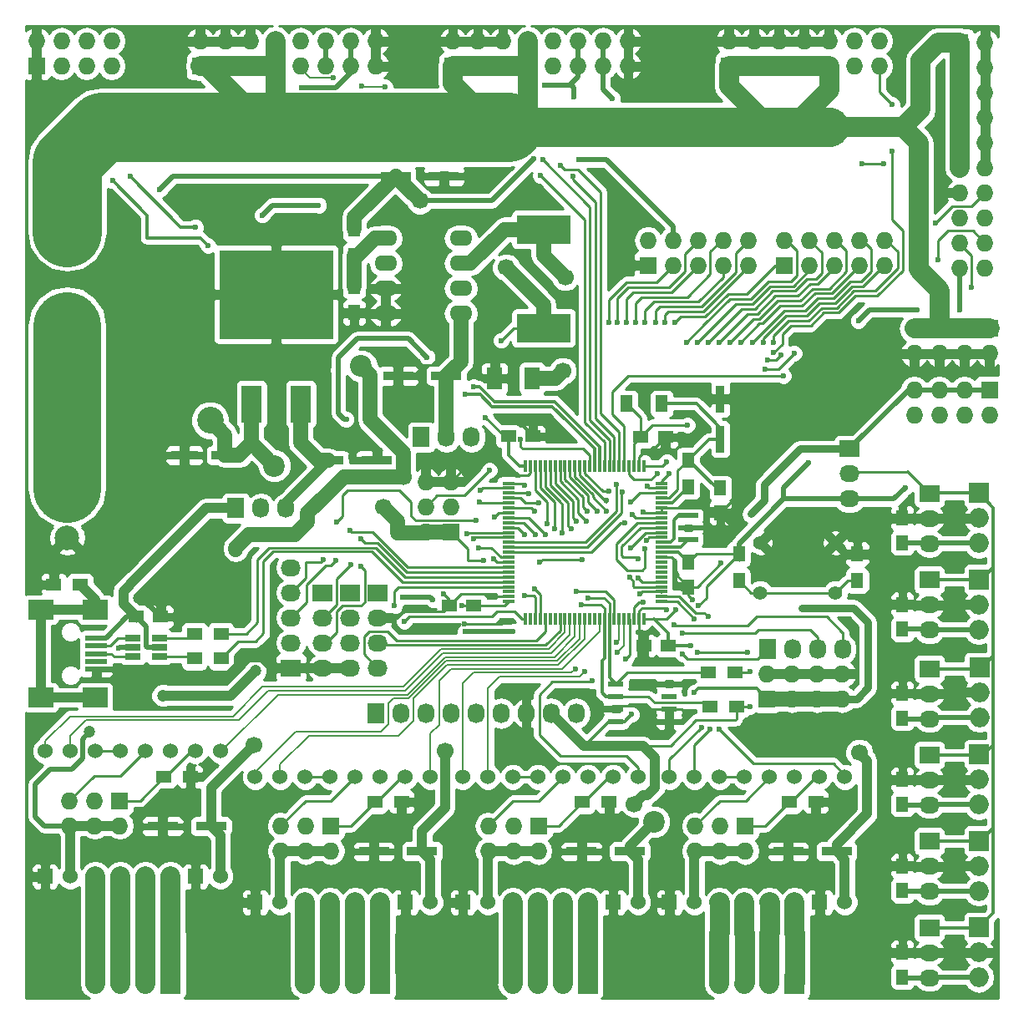
<source format=gbr>
G04 #@! TF.FileFunction,Copper,L1,Top,Signal*
%FSLAX46Y46*%
G04 Gerber Fmt 4.6, Leading zero omitted, Abs format (unit mm)*
G04 Created by KiCad (PCBNEW 4.0.1-stable) date 27.02.2016 12:31:45*
%MOMM*%
G01*
G04 APERTURE LIST*
%ADD10C,0.100000*%
%ADD11O,1.998980X1.998980*%
%ADD12R,1.998980X1.998980*%
%ADD13R,1.250000X1.500000*%
%ADD14R,1.500000X1.250000*%
%ADD15R,0.899160X2.700020*%
%ADD16R,2.700020X0.899160*%
%ADD17R,3.098800X0.899160*%
%ADD18R,1.600200X2.199640*%
%ADD19O,4.000000X6.500000*%
%ADD20R,1.550000X0.600000*%
%ADD21R,1.249680X1.699260*%
%ADD22R,5.400040X2.900680*%
%ADD23R,1.727200X1.727200*%
%ADD24O,1.727200X1.727200*%
%ADD25R,2.301240X0.500380*%
%ADD26R,2.499360X1.998980*%
%ADD27R,1.727200X2.032000*%
%ADD28O,1.727200X2.032000*%
%ADD29C,2.500000*%
%ADD30R,2.032000X1.727200*%
%ADD31O,2.032000X1.727200*%
%ADD32R,1.500000X1.300000*%
%ADD33R,1.300000X1.500000*%
%ADD34C,1.397000*%
%ADD35R,1.600000X0.650000*%
%ADD36R,1.198880X0.299720*%
%ADD37R,0.299720X1.198880*%
%ADD38R,1.998980X3.799840*%
%ADD39R,11.501120X8.999220*%
%ADD40O,2.300000X1.600000*%
%ADD41R,1.524000X1.524000*%
%ADD42C,1.524000*%
%ADD43R,2.000000X0.600000*%
%ADD44C,0.600000*%
%ADD45C,1.200000*%
%ADD46C,1.700000*%
%ADD47C,2.200000*%
%ADD48C,2.700000*%
%ADD49C,1.000000*%
%ADD50C,0.500000*%
%ADD51C,0.250000*%
%ADD52C,0.200000*%
%ADD53C,0.750000*%
%ADD54C,0.300000*%
%ADD55C,1.500000*%
%ADD56C,7.000000*%
%ADD57C,2.000000*%
%ADD58C,4.000000*%
%ADD59C,6.900000*%
%ADD60C,0.254000*%
G04 APERTURE END LIST*
D10*
D11*
X68390000Y-165800000D03*
D12*
X76010000Y-165800000D03*
D11*
X73470000Y-165800000D03*
X70930000Y-165800000D03*
X157925000Y-129915000D03*
D12*
X157925000Y-124835000D03*
D11*
X157925000Y-127375000D03*
D13*
X128475000Y-123075000D03*
X128475000Y-125575000D03*
D14*
X72500000Y-128600000D03*
X75000000Y-128600000D03*
X123650000Y-110400000D03*
X126150000Y-110400000D03*
X110225000Y-110325000D03*
X112725000Y-110325000D03*
X106750000Y-127500000D03*
X104250000Y-127500000D03*
X126475000Y-131575000D03*
X123975000Y-131575000D03*
D15*
X131725000Y-110624780D03*
X131725000Y-106525220D03*
D13*
X131725000Y-115575000D03*
X131725000Y-118075000D03*
D16*
X77400220Y-112250000D03*
X81499780Y-112250000D03*
D17*
X96901100Y-112750000D03*
X91998900Y-112750000D03*
X103951100Y-104200000D03*
X99048900Y-104200000D03*
X98798900Y-83950000D03*
X103701100Y-83950000D03*
D13*
X150175000Y-121125000D03*
X150175000Y-118625000D03*
X150175000Y-138875000D03*
X150175000Y-136375000D03*
X150175000Y-156375000D03*
X150175000Y-153875000D03*
X150175000Y-129875000D03*
X150175000Y-127375000D03*
X150175000Y-147625000D03*
X150175000Y-145125000D03*
X150175000Y-165125000D03*
X150175000Y-162625000D03*
D17*
X143501100Y-152400000D03*
X138598900Y-152400000D03*
X122551100Y-152400000D03*
X117648900Y-152400000D03*
X80101100Y-149850000D03*
X75198900Y-149850000D03*
X101501100Y-152400000D03*
X96598900Y-152400000D03*
D18*
X112649920Y-104450000D03*
X108850080Y-104450000D03*
D19*
X65500000Y-99100000D03*
X65500000Y-89600000D03*
D20*
X126525000Y-139230000D03*
X126525000Y-137960000D03*
X126525000Y-136690000D03*
X126525000Y-135420000D03*
X121125000Y-135420000D03*
X121125000Y-136690000D03*
X121125000Y-137960000D03*
X121125000Y-139230000D03*
D21*
X122224540Y-107000000D03*
X125775460Y-107000000D03*
D22*
X113800000Y-89348740D03*
X113800000Y-99351260D03*
D23*
X104600000Y-72800000D03*
D24*
X104600000Y-70260000D03*
X107140000Y-72800000D03*
X107140000Y-70260000D03*
X109680000Y-72800000D03*
X109680000Y-70260000D03*
X112220000Y-72800000D03*
X112220000Y-70260000D03*
X114760000Y-72800000D03*
X114760000Y-70260000D03*
X117300000Y-72800000D03*
X117300000Y-70260000D03*
X119840000Y-72800000D03*
X119840000Y-70260000D03*
X122380000Y-72800000D03*
X122380000Y-70260000D03*
D25*
X68449320Y-130749800D03*
X68449320Y-131549900D03*
X68449320Y-132350000D03*
X68449320Y-133150100D03*
X68449320Y-133950200D03*
D26*
X68350260Y-127899920D03*
X62851160Y-127899920D03*
X68350260Y-136800080D03*
X62851160Y-136800080D03*
D23*
X79000000Y-72800000D03*
D24*
X79000000Y-70260000D03*
X81540000Y-72800000D03*
X81540000Y-70260000D03*
X84080000Y-72800000D03*
X84080000Y-70260000D03*
X86620000Y-72800000D03*
X86620000Y-70260000D03*
X89160000Y-72800000D03*
X89160000Y-70260000D03*
X91700000Y-72800000D03*
X91700000Y-70260000D03*
X94240000Y-72800000D03*
X94240000Y-70260000D03*
X96780000Y-72800000D03*
X96780000Y-70260000D03*
D23*
X132600000Y-72800000D03*
D24*
X132600000Y-70260000D03*
X135140000Y-72800000D03*
X135140000Y-70260000D03*
X137680000Y-72800000D03*
X137680000Y-70260000D03*
X140220000Y-72800000D03*
X140220000Y-70260000D03*
X142760000Y-72800000D03*
X142760000Y-70260000D03*
X145300000Y-72800000D03*
X145300000Y-70260000D03*
X147840000Y-72800000D03*
X147840000Y-70260000D03*
D23*
X124400000Y-93000000D03*
D24*
X124400000Y-90460000D03*
X126940000Y-93000000D03*
X126940000Y-90460000D03*
X129480000Y-93000000D03*
X129480000Y-90460000D03*
X132020000Y-93000000D03*
X132020000Y-90460000D03*
X134560000Y-93000000D03*
X134560000Y-90460000D03*
D23*
X138200000Y-93000000D03*
D24*
X138200000Y-90460000D03*
X140740000Y-93000000D03*
X140740000Y-90460000D03*
X143280000Y-93000000D03*
X143280000Y-90460000D03*
X145820000Y-93000000D03*
X145820000Y-90460000D03*
X148360000Y-93000000D03*
X148360000Y-90460000D03*
D27*
X96800000Y-138400000D03*
D28*
X99340000Y-138400000D03*
X101880000Y-138400000D03*
X104420000Y-138400000D03*
X106960000Y-138400000D03*
X109500000Y-138400000D03*
X112040000Y-138400000D03*
X114580000Y-138400000D03*
X117120000Y-138400000D03*
D29*
X65500000Y-115600000D03*
X65500000Y-120600000D03*
D30*
X94200000Y-126200000D03*
D31*
X94200000Y-128740000D03*
X94200000Y-131280000D03*
X94200000Y-133820000D03*
D27*
X136500000Y-131900000D03*
D28*
X139040000Y-131900000D03*
X141580000Y-131900000D03*
X144120000Y-131900000D03*
D23*
X136450000Y-136950000D03*
D24*
X136450000Y-134410000D03*
X138990000Y-136950000D03*
X138990000Y-134410000D03*
X141530000Y-136950000D03*
X141530000Y-134410000D03*
X144070000Y-136950000D03*
X144070000Y-134410000D03*
D27*
X101400000Y-110400000D03*
D28*
X103940000Y-110400000D03*
X106480000Y-110400000D03*
D23*
X104400000Y-120000000D03*
D24*
X101860000Y-120000000D03*
X104400000Y-117460000D03*
X101860000Y-117460000D03*
X104400000Y-114920000D03*
X101860000Y-114920000D03*
D30*
X88200000Y-133800000D03*
D31*
X88200000Y-131260000D03*
X88200000Y-128720000D03*
X88200000Y-126180000D03*
X88200000Y-123640000D03*
D27*
X82600000Y-117600000D03*
D28*
X85140000Y-117600000D03*
X87680000Y-117600000D03*
D30*
X97000000Y-126200000D03*
D31*
X97000000Y-128740000D03*
X97000000Y-131280000D03*
X97000000Y-133820000D03*
D23*
X159000000Y-99400000D03*
D24*
X159000000Y-101940000D03*
X156460000Y-99400000D03*
X156460000Y-101940000D03*
X153920000Y-99400000D03*
X153920000Y-101940000D03*
X151380000Y-99400000D03*
X151380000Y-101940000D03*
D30*
X91400000Y-126200000D03*
D31*
X91400000Y-128740000D03*
X91400000Y-131280000D03*
X91400000Y-133820000D03*
D23*
X62400000Y-72800000D03*
D24*
X62400000Y-70260000D03*
X64940000Y-72800000D03*
X64940000Y-70260000D03*
X67480000Y-72800000D03*
X67480000Y-70260000D03*
X70020000Y-72800000D03*
X70020000Y-70260000D03*
D23*
X159000000Y-105600000D03*
D24*
X159000000Y-108140000D03*
X156460000Y-105600000D03*
X156460000Y-108140000D03*
X153920000Y-105600000D03*
X153920000Y-108140000D03*
X151380000Y-105600000D03*
X151380000Y-108140000D03*
D11*
X157925000Y-121165000D03*
D12*
X157925000Y-116085000D03*
D11*
X157925000Y-118625000D03*
D30*
X152925000Y-116125000D03*
D31*
X152925000Y-118665000D03*
X152925000Y-121205000D03*
D11*
X157975000Y-138815000D03*
D12*
X157975000Y-133735000D03*
D11*
X157975000Y-136275000D03*
D30*
X152925000Y-133875000D03*
D31*
X152925000Y-136415000D03*
X152925000Y-138955000D03*
D11*
X157925000Y-156415000D03*
D12*
X157925000Y-151335000D03*
D11*
X157925000Y-153875000D03*
D30*
X152925000Y-151375000D03*
D31*
X152925000Y-153915000D03*
X152925000Y-156455000D03*
D30*
X152925000Y-124875000D03*
D31*
X152925000Y-127415000D03*
X152925000Y-129955000D03*
D11*
X157925000Y-147665000D03*
D12*
X157925000Y-142585000D03*
D11*
X157925000Y-145125000D03*
D30*
X152925000Y-142625000D03*
D31*
X152925000Y-145165000D03*
X152925000Y-147705000D03*
D11*
X157925000Y-165165000D03*
D12*
X157925000Y-160085000D03*
D11*
X157925000Y-162625000D03*
D30*
X152925000Y-160125000D03*
D31*
X152925000Y-162665000D03*
X152925000Y-165205000D03*
D11*
X131640000Y-165800000D03*
D12*
X139260000Y-165800000D03*
D11*
X136720000Y-165800000D03*
X134180000Y-165800000D03*
X110690000Y-165800000D03*
D12*
X118310000Y-165800000D03*
D11*
X115770000Y-165800000D03*
X113230000Y-165800000D03*
X89640000Y-165850000D03*
D12*
X97260000Y-165850000D03*
D11*
X94720000Y-165850000D03*
X92180000Y-165850000D03*
D23*
X68350000Y-160650000D03*
D24*
X68350000Y-158110000D03*
X70890000Y-160650000D03*
X70890000Y-158110000D03*
X73430000Y-160650000D03*
X73430000Y-158110000D03*
X75970000Y-160650000D03*
X75970000Y-158110000D03*
D23*
X156000000Y-70400000D03*
D24*
X158540000Y-70400000D03*
X156000000Y-72940000D03*
X158540000Y-72940000D03*
X156000000Y-75480000D03*
X158540000Y-75480000D03*
X156000000Y-78020000D03*
X158540000Y-78020000D03*
X156000000Y-80560000D03*
X158540000Y-80560000D03*
X156000000Y-83100000D03*
X158540000Y-83100000D03*
X156000000Y-85640000D03*
X158540000Y-85640000D03*
X156000000Y-88180000D03*
X158540000Y-88180000D03*
X156000000Y-90720000D03*
X158540000Y-90720000D03*
X156000000Y-93260000D03*
X158540000Y-93260000D03*
D23*
X134250000Y-149800000D03*
D24*
X134250000Y-152340000D03*
X131710000Y-149800000D03*
X131710000Y-152340000D03*
X129170000Y-149800000D03*
X129170000Y-152340000D03*
D23*
X113300000Y-149800000D03*
D24*
X113300000Y-152340000D03*
X110760000Y-149800000D03*
X110760000Y-152340000D03*
X108220000Y-149800000D03*
X108220000Y-152340000D03*
D23*
X70850000Y-147250000D03*
D24*
X70850000Y-149790000D03*
X68310000Y-147250000D03*
X68310000Y-149790000D03*
X65770000Y-147250000D03*
X65770000Y-149790000D03*
D23*
X92250000Y-149800000D03*
D24*
X92250000Y-152340000D03*
X89710000Y-149800000D03*
X89710000Y-152340000D03*
X87170000Y-149800000D03*
X87170000Y-152340000D03*
D32*
X64150000Y-125350000D03*
X66850000Y-125350000D03*
X78400000Y-132850000D03*
X81100000Y-132850000D03*
X81100000Y-130350000D03*
X78400000Y-130350000D03*
D33*
X94600000Y-89300000D03*
X94600000Y-92000000D03*
X94600000Y-95100000D03*
X94600000Y-97800000D03*
D32*
X138700000Y-147400000D03*
X141400000Y-147400000D03*
X117750000Y-147400000D03*
X120450000Y-147400000D03*
X75300000Y-144850000D03*
X78000000Y-144850000D03*
X96700000Y-147400000D03*
X99400000Y-147400000D03*
D34*
X143396000Y-121104000D03*
X143396000Y-126184000D03*
X135776000Y-121104000D03*
X135776000Y-126184000D03*
D35*
X74850000Y-131700000D03*
X74850000Y-130750000D03*
X74850000Y-132650000D03*
X72150000Y-131700000D03*
X72150000Y-130750000D03*
X72150000Y-132650000D03*
D36*
X125724540Y-127074480D03*
X125724540Y-126574100D03*
X125724540Y-126076260D03*
X125724540Y-125575880D03*
X125724540Y-125075500D03*
X125724540Y-124575120D03*
X125724540Y-124074740D03*
X125724540Y-123574360D03*
X125724540Y-123073980D03*
X125724540Y-122576140D03*
X125724540Y-122075760D03*
X125724540Y-121575380D03*
X125724540Y-121075000D03*
X125724540Y-120574620D03*
X125724540Y-120074240D03*
X125724540Y-119573860D03*
X125724540Y-119076020D03*
X125724540Y-118575640D03*
X125724540Y-118075260D03*
X125724540Y-117574880D03*
X125724540Y-117074500D03*
X125724540Y-116574120D03*
X125724540Y-116073740D03*
X125724540Y-115575900D03*
X125724540Y-115075520D03*
D37*
X123974480Y-113325460D03*
X123474100Y-113325460D03*
X122976260Y-113325460D03*
X122475880Y-113325460D03*
X121975500Y-113325460D03*
X121475120Y-113325460D03*
X120974740Y-113325460D03*
X120474360Y-113325460D03*
X119973980Y-113325460D03*
X119476140Y-113325460D03*
X118975760Y-113325460D03*
X118475380Y-113325460D03*
X117975000Y-113325460D03*
X117474620Y-113325460D03*
X116974240Y-113325460D03*
X116473860Y-113325460D03*
X115976020Y-113325460D03*
X115475640Y-113325460D03*
X114975260Y-113325460D03*
X114474880Y-113325460D03*
X113974500Y-113325460D03*
X113474120Y-113325460D03*
X112973740Y-113325460D03*
X112475900Y-113325460D03*
X111975520Y-113325460D03*
D36*
X110225460Y-115075520D03*
X110225460Y-115575900D03*
X110225460Y-116073740D03*
X110225460Y-116574120D03*
X110225460Y-117074500D03*
X110225460Y-117574880D03*
X110225460Y-118075260D03*
X110225460Y-118575640D03*
X110225460Y-119076020D03*
X110225460Y-119573860D03*
X110225460Y-120074240D03*
X110225460Y-120574620D03*
X110225460Y-121075000D03*
X110225460Y-121575380D03*
X110225460Y-122075760D03*
X110225460Y-122576140D03*
X110225460Y-123073980D03*
X110225460Y-123574360D03*
X110225460Y-124074740D03*
X110225460Y-124575120D03*
X110225460Y-125075500D03*
X110225460Y-125575880D03*
X110225460Y-126076260D03*
X110225460Y-126574100D03*
X110225460Y-127074480D03*
D37*
X111975520Y-128824540D03*
X112475900Y-128824540D03*
X112973740Y-128824540D03*
X113474120Y-128824540D03*
X113974500Y-128824540D03*
X114474880Y-128824540D03*
X114975260Y-128824540D03*
X115475640Y-128824540D03*
X115976020Y-128824540D03*
X116473860Y-128824540D03*
X116974240Y-128824540D03*
X117474620Y-128824540D03*
X117975000Y-128824540D03*
X118475380Y-128824540D03*
X118975760Y-128824540D03*
X119476140Y-128824540D03*
X119973980Y-128824540D03*
X120474360Y-128824540D03*
X120974740Y-128824540D03*
X121475120Y-128824540D03*
X121975500Y-128824540D03*
X122475880Y-128824540D03*
X122976260Y-128824540D03*
X123474100Y-128824540D03*
X123974480Y-128824540D03*
D38*
X84200640Y-107049900D03*
X89199360Y-107049900D03*
D39*
X86700000Y-95950100D03*
D40*
X97800000Y-90250000D03*
X97800000Y-92790000D03*
X97800000Y-95330000D03*
X97800000Y-97870000D03*
X105420000Y-97870000D03*
X105420000Y-95330000D03*
X105420000Y-92790000D03*
X105420000Y-90250000D03*
D41*
X126560000Y-157550000D03*
D42*
X129100000Y-157550000D03*
X131640000Y-157550000D03*
X134180000Y-157550000D03*
X136720000Y-157550000D03*
X139260000Y-157550000D03*
D41*
X141800000Y-157550000D03*
D42*
X144340000Y-157550000D03*
X144340000Y-144850000D03*
X141800000Y-144850000D03*
X139260000Y-144850000D03*
X136720000Y-144850000D03*
X134180000Y-144850000D03*
X131640000Y-144850000D03*
X129100000Y-144850000D03*
X126560000Y-144850000D03*
D41*
X105610000Y-157550000D03*
D42*
X108150000Y-157550000D03*
X110690000Y-157550000D03*
X113230000Y-157550000D03*
X115770000Y-157550000D03*
X118310000Y-157550000D03*
D41*
X120850000Y-157550000D03*
D42*
X123390000Y-157550000D03*
X123390000Y-144850000D03*
X120850000Y-144850000D03*
X118310000Y-144850000D03*
X115770000Y-144850000D03*
X113230000Y-144850000D03*
X110690000Y-144850000D03*
X108150000Y-144850000D03*
X105610000Y-144850000D03*
D41*
X63272000Y-154926000D03*
D42*
X65812000Y-154926000D03*
X68352000Y-154926000D03*
X70892000Y-154926000D03*
X73432000Y-154926000D03*
X75972000Y-154926000D03*
D41*
X78512000Y-154926000D03*
D42*
X81052000Y-154926000D03*
X81052000Y-142226000D03*
X78512000Y-142226000D03*
X75972000Y-142226000D03*
X73432000Y-142226000D03*
X70892000Y-142226000D03*
X68352000Y-142226000D03*
X65812000Y-142226000D03*
X63272000Y-142226000D03*
D41*
X84560000Y-157550000D03*
D42*
X87100000Y-157550000D03*
X89640000Y-157550000D03*
X92180000Y-157550000D03*
X94720000Y-157550000D03*
X97260000Y-157550000D03*
D41*
X99800000Y-157550000D03*
D42*
X102340000Y-157550000D03*
X102340000Y-144850000D03*
X99800000Y-144850000D03*
X97260000Y-144850000D03*
X94720000Y-144850000D03*
X92180000Y-144850000D03*
X89640000Y-144850000D03*
X87100000Y-144850000D03*
X84560000Y-144850000D03*
D27*
X139275000Y-160700000D03*
D28*
X136735000Y-160700000D03*
X134195000Y-160700000D03*
X131655000Y-160700000D03*
D27*
X118300000Y-160700000D03*
D28*
X115760000Y-160700000D03*
X113220000Y-160700000D03*
X110680000Y-160700000D03*
D27*
X97250000Y-160700000D03*
D28*
X94710000Y-160700000D03*
X92170000Y-160700000D03*
X89630000Y-160700000D03*
D33*
X133600000Y-124950000D03*
X133600000Y-122250000D03*
X128475000Y-115425000D03*
X128475000Y-112725000D03*
X145600000Y-122250000D03*
X145600000Y-124950000D03*
D43*
X128475000Y-119575000D03*
X128475000Y-120775000D03*
X128475000Y-118375000D03*
D30*
X144800000Y-111600000D03*
D31*
X144800000Y-114140000D03*
X144800000Y-116680000D03*
D32*
X130650000Y-137700000D03*
X133350000Y-137700000D03*
X130500000Y-134250000D03*
X133200000Y-134250000D03*
D44*
X109700000Y-129200000D03*
X105800000Y-129300000D03*
X103700000Y-126300000D03*
X94300000Y-112400000D03*
X115200000Y-136200000D03*
X112400000Y-136200000D03*
X123200000Y-133400000D03*
X123100000Y-135600000D03*
X128900000Y-126900000D03*
X126300000Y-127900000D03*
X131800000Y-123200000D03*
X127800000Y-110800000D03*
X133900000Y-113800000D03*
X108600000Y-111600000D03*
D45*
X107100000Y-84000000D03*
D44*
X123870000Y-117970000D03*
X130600000Y-119800000D03*
X133200000Y-119400000D03*
X110900000Y-108400000D03*
X110800000Y-104900000D03*
D45*
X72800000Y-126700000D03*
D44*
X128200000Y-138400000D03*
X128300000Y-135700000D03*
X70700000Y-131800000D03*
X70700000Y-134600000D03*
X74900000Y-85300000D03*
X128400000Y-109200000D03*
X134700000Y-137700000D03*
X134700000Y-134200000D03*
X129500000Y-127500000D03*
X127200000Y-127900000D03*
X105500000Y-127500000D03*
X107700000Y-122900000D03*
X117400000Y-82300000D03*
X116900000Y-75900000D03*
X156000000Y-97500000D03*
X151700000Y-97500000D03*
X145700000Y-98600000D03*
X140700000Y-113000000D03*
X150500000Y-115500000D03*
X113900000Y-74700000D03*
X112800000Y-82200000D03*
D45*
X75200000Y-136600000D03*
X84600000Y-134100000D03*
X67800000Y-140300000D03*
X82600000Y-121800000D03*
D46*
X99600000Y-114400000D03*
X97600000Y-117500000D03*
D47*
X95300000Y-103200000D03*
D44*
X107900000Y-108400000D03*
X109500000Y-100600000D03*
D46*
X123000000Y-147600000D03*
X110000000Y-93200000D03*
X101250000Y-86450000D03*
D44*
X122725000Y-138525000D03*
X128725000Y-131525000D03*
D48*
X80000000Y-108700000D03*
D47*
X86500000Y-113300000D03*
X125000000Y-149400000D03*
D46*
X145800000Y-142400000D03*
X103800000Y-142200000D03*
X84400000Y-141600000D03*
D44*
X124100000Y-121700000D03*
X122600000Y-121600000D03*
X122500000Y-124600000D03*
X123400000Y-122700000D03*
X123400000Y-124700000D03*
X123600000Y-126300000D03*
D46*
X115750000Y-103700000D03*
X116000000Y-94200000D03*
D44*
X92800000Y-119000000D03*
X118300000Y-126700000D03*
X106950000Y-118850000D03*
X91450000Y-122800000D03*
X117600000Y-127400000D03*
X92750000Y-122900000D03*
X91000000Y-86900000D03*
X85300000Y-87900000D03*
X129100000Y-136300000D03*
X102000000Y-102300000D03*
X89300000Y-75000000D03*
X140000000Y-127700000D03*
X134800000Y-118200000D03*
X120800000Y-76100000D03*
X102600000Y-126900000D03*
X99500000Y-126600000D03*
X110700000Y-130100000D03*
X105900000Y-130100000D03*
X93000000Y-103600000D03*
X93800000Y-108600000D03*
X99700000Y-129100000D03*
X98700000Y-127500000D03*
X117100000Y-126000000D03*
X111475000Y-110600000D03*
X108325000Y-113750000D03*
X120400000Y-98800000D03*
X107400000Y-115800000D03*
X122200000Y-98800000D03*
X112300000Y-116100000D03*
X121300000Y-98800000D03*
X111900000Y-115300000D03*
X124100000Y-98800000D03*
X113300000Y-117100000D03*
X123100000Y-98800000D03*
X107300000Y-117000000D03*
X114200000Y-119200000D03*
X126100000Y-98800000D03*
X125200000Y-98800000D03*
X112900000Y-117900000D03*
X114900000Y-119700000D03*
X127100000Y-98800000D03*
X115700000Y-120100000D03*
X128300000Y-100800000D03*
X129400000Y-100800000D03*
X116600000Y-119700000D03*
X130500000Y-100800000D03*
X117100000Y-118900000D03*
X131600000Y-100800000D03*
X118100000Y-118900000D03*
X132700000Y-100800000D03*
X118200000Y-117900000D03*
X133800000Y-100800000D03*
X119200000Y-117900000D03*
X135000000Y-100800000D03*
X120200000Y-117900000D03*
X136100000Y-100800000D03*
X120200000Y-116800000D03*
X137100000Y-100800000D03*
X120400000Y-115900000D03*
X94200000Y-119900000D03*
X94300000Y-123300000D03*
X95300000Y-123500000D03*
X95300000Y-120700000D03*
X106700000Y-105300000D03*
X71900000Y-84000000D03*
X78500000Y-89100000D03*
X105900000Y-106100000D03*
X79800000Y-91000000D03*
X70100000Y-84400000D03*
X92500000Y-74000000D03*
X95400000Y-74800000D03*
X97700000Y-74900000D03*
X116800000Y-84000000D03*
X113500000Y-83900000D03*
X137900000Y-102100000D03*
X121200000Y-115200000D03*
X136500000Y-102600000D03*
X139200000Y-101900000D03*
X136300000Y-103500000D03*
X148300000Y-82700000D03*
X146100000Y-82700000D03*
X121800000Y-116000000D03*
X149100000Y-76700000D03*
X149100000Y-81400000D03*
X137100000Y-101850000D03*
X122000000Y-119100000D03*
X138100000Y-104200000D03*
X117700000Y-122800000D03*
X113400000Y-123100000D03*
X108800000Y-118500000D03*
X127000000Y-129400000D03*
X113000000Y-120300000D03*
X129400000Y-132200000D03*
X134500000Y-132200000D03*
X127900000Y-130300000D03*
X114000000Y-120300000D03*
X111900000Y-120300000D03*
X127900000Y-132400000D03*
X115500000Y-82900000D03*
X113700000Y-82300000D03*
X106000000Y-120200000D03*
X106700000Y-120700000D03*
X107200000Y-121600000D03*
X108700000Y-122700000D03*
X111900000Y-126500000D03*
X112900000Y-125800000D03*
X118000000Y-134200000D03*
X121300000Y-132200000D03*
X118700000Y-135100000D03*
X122100000Y-132900000D03*
X122800000Y-118250000D03*
X122600000Y-117000000D03*
X157200000Y-95200000D03*
X124300000Y-115400000D03*
X126500000Y-114100000D03*
X153800000Y-92400000D03*
X126300000Y-112900000D03*
X125300000Y-114100000D03*
X153500000Y-88700000D03*
X123900000Y-127100000D03*
X129800000Y-139800000D03*
X130700000Y-140000000D03*
X129100000Y-128800000D03*
X130500000Y-128600000D03*
X131600000Y-140000000D03*
X117000000Y-133900000D03*
X121200000Y-131200000D03*
X124200000Y-120900000D03*
D49*
X72500000Y-124700000D02*
X71200000Y-126000000D01*
X71200000Y-126000000D02*
X71200000Y-127300000D01*
X71200000Y-127300000D02*
X72500000Y-128600000D01*
X72500000Y-124700000D02*
X79600000Y-117600000D01*
X79600000Y-117600000D02*
X82600000Y-117600000D01*
D50*
X74850000Y-131700000D02*
X73600000Y-131700000D01*
X73600000Y-131700000D02*
X73500000Y-131600000D01*
X73500000Y-131600000D02*
X73500000Y-129600000D01*
X73500000Y-129600000D02*
X72500000Y-128600000D01*
X72500000Y-128600000D02*
X71600000Y-128600000D01*
X71600000Y-128600000D02*
X69450200Y-130749800D01*
X69450200Y-130749800D02*
X68449320Y-130749800D01*
D51*
X72500000Y-128600000D02*
X72500000Y-129100000D01*
X109700000Y-129200000D02*
X109600000Y-129300000D01*
X109600000Y-129300000D02*
X105800000Y-129300000D01*
X103700000Y-126300000D02*
X104250000Y-126850000D01*
X104250000Y-126850000D02*
X104250000Y-127500000D01*
X96901100Y-112750000D02*
X94650000Y-112750000D01*
X94650000Y-112750000D02*
X94300000Y-112400000D01*
X121125000Y-137960000D02*
X120865000Y-137700000D01*
X120865000Y-137700000D02*
X119600000Y-137700000D01*
X119600000Y-137700000D02*
X118100000Y-136200000D01*
X118100000Y-136200000D02*
X115200000Y-136200000D01*
X112400000Y-136200000D02*
X112040000Y-136560000D01*
X112040000Y-136560000D02*
X112040000Y-138400000D01*
X123975000Y-131575000D02*
X123400000Y-132150000D01*
X123400000Y-132150000D02*
X123400000Y-133200000D01*
X123400000Y-133200000D02*
X123200000Y-133400000D01*
X123100000Y-135600000D02*
X126345000Y-135600000D01*
X126345000Y-135600000D02*
X126525000Y-135420000D01*
X128900000Y-126900000D02*
X128475000Y-126475000D01*
X128475000Y-126475000D02*
X128475000Y-125575000D01*
X125100000Y-127700000D02*
X126100000Y-127700000D01*
X126100000Y-127700000D02*
X126300000Y-127900000D01*
X123474100Y-128824540D02*
X123474100Y-128025900D01*
X123474100Y-128025900D02*
X123800000Y-127700000D01*
X123800000Y-127700000D02*
X125100000Y-127700000D01*
X123474100Y-128824540D02*
X123474100Y-131074100D01*
X123474100Y-131074100D02*
X123975000Y-131575000D01*
X128475000Y-125575000D02*
X129425000Y-125575000D01*
X129425000Y-125575000D02*
X131800000Y-123200000D01*
X125724540Y-122576140D02*
X126776140Y-122576140D01*
X126776140Y-122576140D02*
X127100000Y-122900000D01*
X127100000Y-122900000D02*
X127100000Y-124200000D01*
X127100000Y-124200000D02*
X128475000Y-125575000D01*
X125724540Y-118075260D02*
X125724540Y-117574880D01*
X125724540Y-117574880D02*
X131224880Y-117574880D01*
X131224880Y-117574880D02*
X131725000Y-118075000D01*
X126150000Y-110400000D02*
X127400000Y-110400000D01*
X127400000Y-110400000D02*
X127800000Y-110800000D01*
X133900000Y-113800000D02*
X133500000Y-114200000D01*
X133500000Y-114200000D02*
X133500000Y-116300000D01*
X133500000Y-116300000D02*
X131725000Y-118075000D01*
X123474100Y-113325460D02*
X123474100Y-112425900D01*
X123474100Y-112425900D02*
X124000000Y-111900000D01*
X124000000Y-111900000D02*
X124650000Y-111900000D01*
X124650000Y-111900000D02*
X126150000Y-110400000D01*
X108600000Y-111600000D02*
X108800000Y-111800000D01*
X108800000Y-111800000D02*
X108800000Y-112600000D01*
X112475900Y-113325460D02*
X112475900Y-114024100D01*
X112475900Y-114024100D02*
X112200000Y-114300000D01*
X112200000Y-114300000D02*
X110500000Y-114300000D01*
X110500000Y-114300000D02*
X108800000Y-112600000D01*
X108800000Y-112600000D02*
X106720000Y-112600000D01*
X106720000Y-112600000D02*
X104400000Y-114920000D01*
X99048900Y-104200000D02*
X100600000Y-104200000D01*
X100600000Y-104200000D02*
X101700000Y-103100000D01*
X101700000Y-103100000D02*
X102500000Y-103100000D01*
X102500000Y-103100000D02*
X103400000Y-102200000D01*
X103400000Y-102200000D02*
X103400000Y-100700000D01*
X103400000Y-100700000D02*
X100570000Y-97870000D01*
X100570000Y-97870000D02*
X97800000Y-97870000D01*
D49*
X88200000Y-133800000D02*
X86400000Y-133800000D01*
X86400000Y-133800000D02*
X85300000Y-132700000D01*
X85300000Y-132700000D02*
X83800000Y-132700000D01*
X83800000Y-132700000D02*
X81900000Y-134600000D01*
X81900000Y-134600000D02*
X70700000Y-134600000D01*
D50*
X96780000Y-70260000D02*
X96780000Y-72800000D01*
X103701100Y-83950000D02*
X107050000Y-83950000D01*
X107050000Y-83950000D02*
X107100000Y-84000000D01*
D51*
X123870000Y-117970000D02*
X123975260Y-118075260D01*
X123975260Y-118075260D02*
X125724540Y-118075260D01*
D52*
X128475000Y-119575000D02*
X130375000Y-119575000D01*
X130375000Y-119575000D02*
X130600000Y-119800000D01*
D53*
X133200000Y-119400000D02*
X131875000Y-118075000D01*
X131875000Y-118075000D02*
X131725000Y-118075000D01*
D54*
X112725000Y-110325000D02*
X112725000Y-110225000D01*
X112725000Y-110225000D02*
X110900000Y-108400000D01*
X110800000Y-104900000D02*
X110350000Y-104450000D01*
X110350000Y-104450000D02*
X108850080Y-104450000D01*
D50*
X72800000Y-126700000D02*
X73100000Y-126700000D01*
X73100000Y-126700000D02*
X75000000Y-128600000D01*
D51*
X97000000Y-128740000D02*
X98910000Y-128740000D01*
X98910000Y-128740000D02*
X99600000Y-128050000D01*
X99600000Y-128050000D02*
X103700000Y-128050000D01*
X103700000Y-128050000D02*
X104250000Y-127500000D01*
X126525000Y-137960000D02*
X127760000Y-137960000D01*
X127760000Y-137960000D02*
X128200000Y-138400000D01*
X128300000Y-135700000D02*
X128020000Y-135420000D01*
X128020000Y-135420000D02*
X126525000Y-135420000D01*
X126525000Y-137960000D02*
X123760000Y-137960000D01*
X123760000Y-137960000D02*
X123400000Y-137600000D01*
X123400000Y-137600000D02*
X121485000Y-137600000D01*
X121485000Y-137600000D02*
X121125000Y-137960000D01*
X110225460Y-126574100D02*
X108274100Y-126574100D01*
X108274100Y-126574100D02*
X108000000Y-126300000D01*
X108000000Y-126300000D02*
X105450000Y-126300000D01*
X105450000Y-126300000D02*
X104250000Y-127500000D01*
D50*
X72150000Y-131700000D02*
X70800000Y-131700000D01*
X70800000Y-131700000D02*
X70700000Y-131800000D01*
X70700000Y-134600000D02*
X70050200Y-133950200D01*
X70050200Y-133950200D02*
X68449320Y-133950200D01*
X76250000Y-83950000D02*
X74900000Y-85300000D01*
X98798900Y-83950000D02*
X76850000Y-83950000D01*
X76850000Y-83950000D02*
X76250000Y-83950000D01*
D51*
X123650000Y-110400000D02*
X123650000Y-110350000D01*
X123650000Y-110350000D02*
X124800000Y-109200000D01*
X124800000Y-109200000D02*
X128400000Y-109200000D01*
X133350000Y-137700000D02*
X134700000Y-137700000D01*
X134700000Y-134200000D02*
X134650000Y-134250000D01*
X134650000Y-134250000D02*
X133200000Y-134250000D01*
X133600000Y-122250000D02*
X130300000Y-125550000D01*
X130300000Y-125550000D02*
X130300000Y-126700000D01*
X130300000Y-126700000D02*
X129500000Y-127500000D01*
X125049080Y-128800000D02*
X123999020Y-128800000D01*
X123999020Y-128800000D02*
X123974480Y-128824540D01*
X126300000Y-128800000D02*
X125049080Y-128800000D01*
X125049080Y-128800000D02*
X125024540Y-128824540D01*
X126275460Y-128824540D02*
X126300000Y-128800000D01*
X126300000Y-128800000D02*
X127200000Y-127900000D01*
X133600000Y-122900000D02*
X133600000Y-122250000D01*
X106750000Y-127500000D02*
X105500000Y-127500000D01*
X107700000Y-122900000D02*
X106100000Y-122900000D01*
X106100000Y-122900000D02*
X106100000Y-121700000D01*
X106100000Y-121700000D02*
X104400000Y-120000000D01*
D50*
X116900000Y-75000000D02*
X116900000Y-75900000D01*
X116550000Y-74650000D02*
X116900000Y-75000000D01*
X116550000Y-74650000D02*
X116500000Y-74700000D01*
X126940000Y-90460000D02*
X126940000Y-89040000D01*
X126940000Y-89040000D02*
X120200000Y-82300000D01*
X120200000Y-82300000D02*
X117400000Y-82300000D01*
X156000000Y-93260000D02*
X156000000Y-97500000D01*
X151700000Y-97500000D02*
X146800000Y-97500000D01*
X146800000Y-97500000D02*
X145700000Y-98600000D01*
X140700000Y-113000000D02*
X138120000Y-115580000D01*
X138120000Y-115580000D02*
X138120000Y-116680000D01*
X144800000Y-116680000D02*
X149320000Y-116680000D01*
X149320000Y-116680000D02*
X150500000Y-115500000D01*
X133600000Y-122250000D02*
X133600000Y-121200000D01*
X133600000Y-121200000D02*
X138120000Y-116680000D01*
X138120000Y-116680000D02*
X144800000Y-116680000D01*
D51*
X133600000Y-122250000D02*
X129300000Y-122250000D01*
X129300000Y-122250000D02*
X128475000Y-123075000D01*
D50*
X117300000Y-72800000D02*
X117300000Y-73900000D01*
X117300000Y-73900000D02*
X116550000Y-74650000D01*
X116500000Y-74700000D02*
X113900000Y-74700000D01*
X112800000Y-82200000D02*
X108550000Y-86450000D01*
X108550000Y-86450000D02*
X101250000Y-86450000D01*
D55*
X91900000Y-116100000D02*
X89900000Y-118100000D01*
X89900000Y-118100000D02*
X89900000Y-119000000D01*
X89900000Y-119000000D02*
X88600000Y-120300000D01*
X88600000Y-120300000D02*
X83900000Y-120300000D01*
X99600000Y-114400000D02*
X93600000Y-114400000D01*
X93600000Y-114400000D02*
X91900000Y-116100000D01*
X82600000Y-121800000D02*
X82600000Y-121600000D01*
X82600000Y-121600000D02*
X83900000Y-120300000D01*
D49*
X75200000Y-136600000D02*
X82100000Y-136600000D01*
X82100000Y-136600000D02*
X84600000Y-134100000D01*
D50*
X65770000Y-149790000D02*
X63190000Y-149790000D01*
X63190000Y-149790000D02*
X62300000Y-148900000D01*
X62300000Y-148900000D02*
X62300000Y-145600000D01*
X62300000Y-145600000D02*
X63800000Y-144100000D01*
X63800000Y-144100000D02*
X66000000Y-144100000D01*
X66000000Y-144100000D02*
X67100000Y-143000000D01*
X67100000Y-143000000D02*
X67100000Y-141000000D01*
X67100000Y-141000000D02*
X67800000Y-140300000D01*
D55*
X104400000Y-120000000D02*
X101860000Y-120000000D01*
X97600000Y-117500000D02*
X99000000Y-118900000D01*
X99000000Y-118900000D02*
X99000000Y-120100000D01*
X99000000Y-120100000D02*
X101760000Y-120100000D01*
X101760000Y-120100000D02*
X101860000Y-120000000D01*
X95300000Y-103200000D02*
X96200000Y-104100000D01*
X96200000Y-104100000D02*
X96200000Y-108600000D01*
X96200000Y-108600000D02*
X99600000Y-112000000D01*
X99600000Y-112000000D02*
X99600000Y-114400000D01*
D51*
X123650000Y-110400000D02*
X123650000Y-108425460D01*
X123650000Y-108425460D02*
X122224540Y-107000000D01*
X122976260Y-113325460D02*
X122976260Y-111073740D01*
X122976260Y-111073740D02*
X123650000Y-110400000D01*
X110225000Y-110325000D02*
X109825000Y-110325000D01*
X109825000Y-110325000D02*
X107900000Y-108400000D01*
X109500000Y-100600000D02*
X110748740Y-99351260D01*
X110748740Y-99351260D02*
X113800000Y-99351260D01*
D50*
X117300000Y-70260000D02*
X117300000Y-72800000D01*
X91700000Y-70260000D02*
X91700000Y-72800000D01*
D51*
X133350000Y-137700000D02*
X133350000Y-139000000D01*
X133350000Y-139000000D02*
X133250000Y-139100000D01*
X133250000Y-139100000D02*
X129250000Y-139100000D01*
X129250000Y-139100000D02*
X126650000Y-141700000D01*
X126650000Y-141700000D02*
X123900000Y-141700000D01*
X133350000Y-134400000D02*
X133200000Y-134250000D01*
X121125000Y-139230000D02*
X120350000Y-139230000D01*
X120350000Y-139230000D02*
X117880000Y-141700000D01*
X110225460Y-127074480D02*
X109799940Y-127500000D01*
X109799940Y-127500000D02*
X106750000Y-127500000D01*
D49*
X123000000Y-147600000D02*
X123900000Y-146700000D01*
X123900000Y-146700000D02*
X124300000Y-146700000D01*
X124300000Y-146700000D02*
X125100000Y-145900000D01*
X125100000Y-145900000D02*
X125100000Y-142900000D01*
X125100000Y-142900000D02*
X123900000Y-141700000D01*
X123900000Y-141700000D02*
X117880000Y-141700000D01*
X117880000Y-141700000D02*
X114580000Y-138400000D01*
D54*
X122475000Y-107250460D02*
X122224540Y-107000000D01*
D55*
X113800000Y-99351260D02*
X113800000Y-97000000D01*
X113800000Y-97000000D02*
X110000000Y-93200000D01*
X101250000Y-86450000D02*
X98899450Y-84099450D01*
X98899450Y-84099450D02*
X98649450Y-84099450D01*
X98649450Y-84099450D02*
X98798900Y-83950000D01*
X94600000Y-89300000D02*
X94600000Y-88148900D01*
X94600000Y-88148900D02*
X98798900Y-83950000D01*
D54*
X121125000Y-139230000D02*
X122020000Y-139230000D01*
X122020000Y-139230000D02*
X122725000Y-138525000D01*
X128725000Y-131525000D02*
X128675000Y-131575000D01*
X128675000Y-131575000D02*
X126475000Y-131575000D01*
X125024540Y-128824540D02*
X126475000Y-130275000D01*
X126475000Y-130275000D02*
X126475000Y-131575000D01*
X111975520Y-113325460D02*
X111325460Y-113325460D01*
X111325460Y-113325460D02*
X110225000Y-112225000D01*
X110225000Y-112225000D02*
X110225000Y-110325000D01*
X125724540Y-122075760D02*
X127475760Y-122075760D01*
X127475760Y-122075760D02*
X128475000Y-123075000D01*
D49*
X129100000Y-157550000D02*
X129100000Y-152410000D01*
X129100000Y-152410000D02*
X129170000Y-152340000D01*
X65812000Y-154926000D02*
X65812000Y-149832000D01*
X65812000Y-149832000D02*
X65770000Y-149790000D01*
X87100000Y-157550000D02*
X87100000Y-152410000D01*
X87100000Y-152410000D02*
X87170000Y-152340000D01*
X108150000Y-157550000D02*
X108150000Y-152410000D01*
X108150000Y-152410000D02*
X108220000Y-152340000D01*
X131710000Y-152340000D02*
X134250000Y-152340000D01*
X129170000Y-152340000D02*
X131710000Y-152340000D01*
X68310000Y-149790000D02*
X70850000Y-149790000D01*
X65770000Y-149790000D02*
X68310000Y-149790000D01*
X110760000Y-152340000D02*
X113300000Y-152340000D01*
X108220000Y-152340000D02*
X110760000Y-152340000D01*
X89710000Y-152340000D02*
X92250000Y-152340000D01*
X87170000Y-152340000D02*
X89710000Y-152340000D01*
D54*
X128200000Y-107000000D02*
X125775460Y-107000000D01*
X131725000Y-110624780D02*
X131725000Y-109425000D01*
X131725000Y-109425000D02*
X129300000Y-107000000D01*
X129300000Y-107000000D02*
X128200000Y-107000000D01*
D51*
X125724540Y-116574120D02*
X126525880Y-116574120D01*
X126525880Y-116574120D02*
X127400000Y-115700000D01*
X127400000Y-115700000D02*
X127400000Y-113800000D01*
X127400000Y-113800000D02*
X128475000Y-112725000D01*
D54*
X125750460Y-107075000D02*
X125775000Y-107075000D01*
X131725000Y-110624780D02*
X130575220Y-110624780D01*
X130575220Y-110624780D02*
X128475000Y-112725000D01*
X131725000Y-115575000D02*
X131325000Y-115575000D01*
X131325000Y-115575000D02*
X128475000Y-112725000D01*
D56*
X79400000Y-79000000D02*
X69000000Y-79000000D01*
X65500000Y-82500000D02*
X65500000Y-89600000D01*
X69000000Y-79000000D02*
X65500000Y-82500000D01*
D57*
X81800000Y-78900000D02*
X81700000Y-79000000D01*
X81700000Y-79000000D02*
X81800000Y-78900000D01*
X81800000Y-78900000D02*
X81800000Y-79000000D01*
X77200000Y-79000000D02*
X77000000Y-79000000D01*
D53*
X77000000Y-79000000D02*
X78500000Y-80500000D01*
X79900000Y-79100000D02*
X79800000Y-79000000D01*
X79800000Y-79000000D02*
X79600000Y-79000000D01*
X79600000Y-79000000D02*
X79400000Y-79200000D01*
X79400000Y-79200000D02*
X79400000Y-79000000D01*
D56*
X81800000Y-79000000D02*
X79400000Y-79000000D01*
X79400000Y-79000000D02*
X79800000Y-79000000D01*
D51*
X80800000Y-81200000D02*
X80800000Y-79000000D01*
X80800000Y-79000000D02*
X80800000Y-81200000D01*
X80800000Y-81200000D02*
X80800000Y-79000000D01*
D57*
X153920000Y-99400000D02*
X153920000Y-95520000D01*
X153920000Y-95520000D02*
X151800000Y-93400000D01*
X151800000Y-93400000D02*
X151800000Y-80600000D01*
X151380000Y-80180000D02*
X151800000Y-80600000D01*
X151380000Y-80180000D02*
X150200000Y-79000000D01*
X153920000Y-99400000D02*
X151380000Y-99400000D01*
X156460000Y-99400000D02*
X153920000Y-99400000D01*
X159000000Y-99400000D02*
X156460000Y-99400000D01*
D55*
X81499780Y-112250000D02*
X81499780Y-110199780D01*
X81499780Y-110199780D02*
X80000000Y-108700000D01*
X86500000Y-113300000D02*
X84200000Y-111000000D01*
X84200000Y-111000000D02*
X84200640Y-110999360D01*
D49*
X122551100Y-152400000D02*
X122551100Y-151848900D01*
X122551100Y-151848900D02*
X125000000Y-149400000D01*
X143501100Y-152400000D02*
X143501100Y-151698900D01*
X143501100Y-151698900D02*
X146600000Y-148600000D01*
X146600000Y-148600000D02*
X146600000Y-143200000D01*
X146600000Y-143200000D02*
X145800000Y-142400000D01*
X122551100Y-152400000D02*
X122551100Y-152048900D01*
X101501100Y-152400000D02*
X101501100Y-150298900D01*
X101501100Y-150298900D02*
X103800000Y-148000000D01*
X103800000Y-148000000D02*
X103800000Y-142200000D01*
X80101100Y-149850000D02*
X80101100Y-145898900D01*
X80101100Y-145898900D02*
X84400000Y-141600000D01*
D56*
X85400000Y-79000000D02*
X80800000Y-79000000D01*
D57*
X79000000Y-72800000D02*
X79600000Y-72800000D01*
X79600000Y-72800000D02*
X85800000Y-79000000D01*
X85800000Y-79000000D02*
X85800000Y-78600000D01*
X86620000Y-72800000D02*
X86620000Y-77780000D01*
X86620000Y-77780000D02*
X85800000Y-78600000D01*
X85800000Y-78600000D02*
X85400000Y-79000000D01*
X86620000Y-72800000D02*
X86620000Y-70260000D01*
X84080000Y-72800000D02*
X86620000Y-72800000D01*
X81540000Y-72800000D02*
X84080000Y-72800000D01*
X79000000Y-72800000D02*
X81540000Y-72800000D01*
X104600000Y-72800000D02*
X104600000Y-74600000D01*
X104600000Y-74600000D02*
X109000000Y-79000000D01*
X112220000Y-72800000D02*
X112220000Y-76980000D01*
X112220000Y-76980000D02*
X110200000Y-79000000D01*
X112220000Y-72800000D02*
X112220000Y-70260000D01*
X109680000Y-72800000D02*
X112220000Y-72800000D01*
X107140000Y-72800000D02*
X109680000Y-72800000D01*
X104600000Y-72800000D02*
X107140000Y-72800000D01*
X132600000Y-72800000D02*
X132600000Y-74800000D01*
X132600000Y-74800000D02*
X136800000Y-79000000D01*
X142760000Y-72800000D02*
X142760000Y-75240000D01*
X142760000Y-75240000D02*
X139000000Y-79000000D01*
X140220000Y-72800000D02*
X142760000Y-72800000D01*
X137680000Y-72800000D02*
X140220000Y-72800000D01*
X135140000Y-72800000D02*
X137680000Y-72800000D01*
X132600000Y-72800000D02*
X135140000Y-72800000D01*
X156000000Y-80560000D02*
X156000000Y-83100000D01*
X156000000Y-78020000D02*
X156000000Y-80560000D01*
X156000000Y-75480000D02*
X156000000Y-78020000D01*
X156000000Y-72940000D02*
X156000000Y-75480000D01*
X156000000Y-70400000D02*
X156000000Y-72940000D01*
X142800000Y-79000000D02*
X150200000Y-79000000D01*
X150200000Y-79000000D02*
X152000000Y-77200000D01*
X152000000Y-77200000D02*
X152000000Y-72200000D01*
X152000000Y-72200000D02*
X153800000Y-70400000D01*
X153800000Y-70400000D02*
X156000000Y-70400000D01*
D58*
X110200000Y-79000000D02*
X109000000Y-79000000D01*
X109000000Y-79000000D02*
X136800000Y-79000000D01*
X136800000Y-79000000D02*
X139000000Y-79000000D01*
X139000000Y-79000000D02*
X142800000Y-79000000D01*
D56*
X85400000Y-79000000D02*
X110200000Y-79000000D01*
D55*
X81499780Y-112250000D02*
X82950000Y-112250000D01*
X82950000Y-112250000D02*
X84200640Y-110999360D01*
X84200640Y-110999360D02*
X84200640Y-107049900D01*
D49*
X102340000Y-157550000D02*
X102340000Y-153238900D01*
X102340000Y-153238900D02*
X101501100Y-152400000D01*
X123390000Y-157550000D02*
X123390000Y-153238900D01*
X123390000Y-153238900D02*
X122551100Y-152400000D01*
X81052000Y-154926000D02*
X81052000Y-150800900D01*
X81052000Y-150800900D02*
X80101100Y-149850000D01*
X144340000Y-157550000D02*
X144340000Y-153238900D01*
X144340000Y-153238900D02*
X143501100Y-152400000D01*
X87680000Y-117600000D02*
X87680000Y-117068900D01*
X87680000Y-117068900D02*
X91998900Y-112750000D01*
D55*
X91998900Y-112750000D02*
X90950000Y-112750000D01*
X90950000Y-112750000D02*
X89199360Y-110999360D01*
X89199360Y-110999360D02*
X89199360Y-107049900D01*
X103940000Y-110400000D02*
X103940000Y-104211100D01*
X103940000Y-104211100D02*
X103951100Y-104200000D01*
X105420000Y-97870000D02*
X105420000Y-102731100D01*
X105420000Y-102731100D02*
X103951100Y-104200000D01*
D51*
X124100000Y-121700000D02*
X124100000Y-123600000D01*
X124100000Y-123600000D02*
X123800000Y-123900000D01*
X123800000Y-123900000D02*
X122300000Y-123900000D01*
X122300000Y-123900000D02*
X121200000Y-122800000D01*
X121200000Y-122800000D02*
X121200000Y-121200000D01*
X121200000Y-121200000D02*
X123323980Y-119076020D01*
X123323980Y-119076020D02*
X125724540Y-119076020D01*
D50*
X150175000Y-121125000D02*
X152845000Y-121125000D01*
X152845000Y-121125000D02*
X152925000Y-121205000D01*
X157925000Y-121165000D02*
X152965000Y-121165000D01*
X152965000Y-121165000D02*
X152925000Y-121205000D01*
D51*
X122600000Y-121600000D02*
X124125760Y-120074240D01*
X124125760Y-120074240D02*
X125724540Y-120074240D01*
D50*
X152925000Y-138955000D02*
X150255000Y-138955000D01*
X150255000Y-138955000D02*
X150175000Y-138875000D01*
X157975000Y-138815000D02*
X153065000Y-138815000D01*
X153065000Y-138815000D02*
X152925000Y-138955000D01*
D51*
X122500000Y-124600000D02*
X122900000Y-125000000D01*
X122900000Y-125000000D02*
X122900000Y-125500000D01*
X122900000Y-125500000D02*
X122975880Y-125575880D01*
X122975880Y-125575880D02*
X125724540Y-125575880D01*
X125700420Y-125600000D02*
X125724540Y-125575880D01*
D50*
X152925000Y-156455000D02*
X150255000Y-156455000D01*
X150255000Y-156455000D02*
X150175000Y-156375000D01*
X157925000Y-156415000D02*
X152965000Y-156415000D01*
X152965000Y-156415000D02*
X152925000Y-156455000D01*
D51*
X123400000Y-122700000D02*
X123300000Y-122600000D01*
X123300000Y-122600000D02*
X121900000Y-122600000D01*
X121900000Y-122600000D02*
X121700000Y-122400000D01*
X121700000Y-122400000D02*
X121700000Y-121500000D01*
X121700000Y-121500000D02*
X123626140Y-119573860D01*
X123626140Y-119573860D02*
X125724540Y-119573860D01*
D50*
X150175000Y-129875000D02*
X152845000Y-129875000D01*
X152845000Y-129875000D02*
X152925000Y-129955000D01*
X157925000Y-129915000D02*
X152965000Y-129915000D01*
X152965000Y-129915000D02*
X152925000Y-129955000D01*
D51*
X123400000Y-124700000D02*
X123775500Y-125075500D01*
X123775500Y-125075500D02*
X125724540Y-125075500D01*
D50*
X152925000Y-147705000D02*
X150255000Y-147705000D01*
X150255000Y-147705000D02*
X150175000Y-147625000D01*
X157925000Y-147665000D02*
X152965000Y-147665000D01*
X152965000Y-147665000D02*
X152925000Y-147705000D01*
D51*
X124323740Y-126076260D02*
X123823740Y-126076260D01*
X123823740Y-126076260D02*
X123600000Y-126300000D01*
X124323740Y-126076260D02*
X125724540Y-126076260D01*
X125700800Y-126100000D02*
X125724540Y-126076260D01*
D50*
X152925000Y-165205000D02*
X150255000Y-165205000D01*
X150255000Y-165205000D02*
X150175000Y-165125000D01*
X157925000Y-165165000D02*
X152965000Y-165165000D01*
X152965000Y-165165000D02*
X152925000Y-165205000D01*
D55*
X112649920Y-104450000D02*
X115000000Y-104450000D01*
X115000000Y-104450000D02*
X115750000Y-103700000D01*
X116000000Y-94200000D02*
X113800000Y-92000000D01*
X113800000Y-92000000D02*
X113800000Y-89348740D01*
X105420000Y-92790000D02*
X106410000Y-92790000D01*
X106410000Y-92790000D02*
X109851260Y-89348740D01*
X109851260Y-89348740D02*
X113800000Y-89348740D01*
D59*
X65500000Y-115600000D02*
X65500000Y-99100000D01*
D51*
X121125000Y-135420000D02*
X122295000Y-134250000D01*
X122295000Y-134250000D02*
X126100000Y-134250000D01*
X92800000Y-119000000D02*
X93400000Y-118400000D01*
X93400000Y-118400000D02*
X93400000Y-116300000D01*
X93400000Y-116300000D02*
X93900000Y-115800000D01*
X93900000Y-115800000D02*
X99200000Y-115800000D01*
X99200000Y-115800000D02*
X100400000Y-117000000D01*
X100400000Y-117000000D02*
X100400000Y-118400000D01*
X100400000Y-118400000D02*
X100850000Y-118850000D01*
X120474360Y-127224360D02*
X119950000Y-126700000D01*
X119950000Y-126700000D02*
X118300000Y-126700000D01*
X100850000Y-118850000D02*
X106950000Y-118850000D01*
X120474360Y-127224360D02*
X120474360Y-128824540D01*
X88200000Y-126180000D02*
X89700000Y-124680000D01*
X89700000Y-124680000D02*
X89700000Y-123050000D01*
X89700000Y-123050000D02*
X91200000Y-123050000D01*
X91200000Y-123050000D02*
X91450000Y-122800000D01*
X130500000Y-134250000D02*
X126100000Y-134250000D01*
D54*
X120474360Y-128824540D02*
X120474360Y-134769360D01*
X120474360Y-134769360D02*
X121125000Y-135420000D01*
D51*
X119600000Y-127400000D02*
X117600000Y-127400000D01*
X119600000Y-127400000D02*
X119973980Y-127773980D01*
X119973980Y-127773980D02*
X119973980Y-128824540D01*
X88200000Y-128720000D02*
X89750000Y-127170000D01*
X89750000Y-127170000D02*
X89750000Y-125400000D01*
X89750000Y-125400000D02*
X91750000Y-123400000D01*
X91750000Y-123400000D02*
X92250000Y-123400000D01*
X92250000Y-123400000D02*
X92750000Y-122900000D01*
X121125000Y-136690000D02*
X124440000Y-136690000D01*
X124440000Y-136690000D02*
X125050000Y-137300000D01*
X125050000Y-137300000D02*
X130250000Y-137300000D01*
X130250000Y-137300000D02*
X130650000Y-137700000D01*
D54*
X119973980Y-128824540D02*
X119973980Y-132776020D01*
X119973980Y-132776020D02*
X119725000Y-133025000D01*
X119725000Y-133025000D02*
X119725000Y-136325000D01*
X119725000Y-136325000D02*
X120090000Y-136690000D01*
X120090000Y-136690000D02*
X121125000Y-136690000D01*
D50*
X91000000Y-86900000D02*
X86300000Y-86900000D01*
X86300000Y-86900000D02*
X85300000Y-87900000D01*
D54*
X129100000Y-136300000D02*
X129500000Y-135900000D01*
X129500000Y-135900000D02*
X135400000Y-135900000D01*
X135400000Y-135900000D02*
X136450000Y-136950000D01*
D50*
X93000000Y-103600000D02*
X93000000Y-102300000D01*
X93000000Y-102300000D02*
X94900000Y-100400000D01*
X102000000Y-102300000D02*
X100100000Y-100400000D01*
X100100000Y-100400000D02*
X94900000Y-100400000D01*
X93000000Y-74700000D02*
X92700000Y-75000000D01*
X92700000Y-75000000D02*
X89300000Y-75000000D01*
X94240000Y-72800000D02*
X94240000Y-73460000D01*
X94240000Y-73460000D02*
X93000000Y-74700000D01*
D53*
X144070000Y-136950000D02*
X145550000Y-136950000D01*
X145550000Y-136950000D02*
X146700000Y-135800000D01*
X146700000Y-135800000D02*
X146700000Y-129200000D01*
X146700000Y-129200000D02*
X145200000Y-127700000D01*
X145200000Y-127700000D02*
X140000000Y-127700000D01*
X134800000Y-118200000D02*
X136200000Y-116800000D01*
X136200000Y-116800000D02*
X136200000Y-115200000D01*
X136200000Y-115200000D02*
X139800000Y-111600000D01*
X139800000Y-111600000D02*
X144800000Y-111600000D01*
D50*
X151380000Y-105600000D02*
X150800000Y-105600000D01*
X150800000Y-105600000D02*
X144800000Y-111600000D01*
X153920000Y-105600000D02*
X151380000Y-105600000D01*
X156460000Y-105600000D02*
X153920000Y-105600000D01*
X159000000Y-105600000D02*
X156460000Y-105600000D01*
X119840000Y-72800000D02*
X119840000Y-75140000D01*
X119840000Y-75140000D02*
X120800000Y-76100000D01*
X102600000Y-126900000D02*
X102300000Y-126600000D01*
X102300000Y-126600000D02*
X99500000Y-126600000D01*
X110700000Y-130100000D02*
X105900000Y-130100000D01*
X93800000Y-108600000D02*
X93600000Y-108600000D01*
X93600000Y-108600000D02*
X93000000Y-108000000D01*
X93000000Y-108000000D02*
X93000000Y-103900000D01*
X93000000Y-103900000D02*
X93000000Y-103600000D01*
D55*
X141530000Y-136950000D02*
X144070000Y-136950000D01*
X138990000Y-136950000D02*
X141530000Y-136950000D01*
X136450000Y-136950000D02*
X138990000Y-136950000D01*
D50*
X119840000Y-72800000D02*
X119840000Y-70260000D01*
X94240000Y-72800000D02*
X94240000Y-70260000D01*
D51*
X99700000Y-129100000D02*
X100200000Y-128600000D01*
X100200000Y-128600000D02*
X108600000Y-128600000D01*
X108600000Y-128600000D02*
X109100000Y-128100000D01*
X111975520Y-128824540D02*
X111624540Y-128824540D01*
X111624540Y-128824540D02*
X110900000Y-128100000D01*
X110900000Y-128100000D02*
X109100000Y-128100000D01*
X100324120Y-125575880D02*
X99124120Y-125575880D01*
X99124120Y-125575880D02*
X98700000Y-126000000D01*
X98700000Y-126000000D02*
X98700000Y-127500000D01*
X100424120Y-125575880D02*
X100324120Y-125575880D01*
X100424120Y-125575880D02*
X110225460Y-125575880D01*
X117100000Y-126000000D02*
X120100000Y-126000000D01*
X120100000Y-126000000D02*
X120974740Y-126874740D01*
X120974740Y-126874740D02*
X120974740Y-128824540D01*
X105600000Y-116300000D02*
X105775000Y-116300000D01*
X105775000Y-116300000D02*
X107575000Y-114500000D01*
X118475380Y-113325460D02*
X118475380Y-112275380D01*
X118475380Y-112275380D02*
X117800000Y-111600000D01*
X117800000Y-111600000D02*
X111700000Y-111600000D01*
X111700000Y-111600000D02*
X111475000Y-111375000D01*
X111475000Y-111375000D02*
X111475000Y-110600000D01*
X108325000Y-113750000D02*
X107575000Y-114500000D01*
X105600000Y-116300000D02*
X103020000Y-116300000D01*
X103020000Y-116300000D02*
X101860000Y-117460000D01*
X120400000Y-98100000D02*
X120400000Y-96500000D01*
X120400000Y-96500000D02*
X122200000Y-94700000D01*
X122200000Y-94700000D02*
X125240000Y-94700000D01*
X125240000Y-94700000D02*
X126940000Y-93000000D01*
X120400000Y-98100000D02*
X120400000Y-98800000D01*
X107400000Y-115800000D02*
X107624100Y-115575900D01*
X107624100Y-115575900D02*
X110225460Y-115575900D01*
X122200000Y-97900000D02*
X122200000Y-96400000D01*
X122200000Y-96400000D02*
X122900000Y-95700000D01*
X122900000Y-95700000D02*
X126780000Y-95700000D01*
X126780000Y-95700000D02*
X129480000Y-93000000D01*
X122200000Y-97900000D02*
X122200000Y-98800000D01*
X112300000Y-116100000D02*
X112273740Y-116073740D01*
X112273740Y-116073740D02*
X110225460Y-116073740D01*
X121300000Y-98000000D02*
X121300000Y-96300000D01*
X121300000Y-96300000D02*
X122400000Y-95200000D01*
X122400000Y-95200000D02*
X126500000Y-95200000D01*
X126500000Y-95200000D02*
X128100000Y-93600000D01*
X129480000Y-90460000D02*
X128100000Y-91840000D01*
X128100000Y-91840000D02*
X128100000Y-93600000D01*
X121300000Y-98000000D02*
X121300000Y-98800000D01*
X111900000Y-115300000D02*
X111675520Y-115075520D01*
X111675520Y-115075520D02*
X110225460Y-115075520D01*
X124100000Y-98300000D02*
X124100000Y-97600000D01*
X124100000Y-97600000D02*
X125000000Y-96700000D01*
X125000000Y-96700000D02*
X129500000Y-96700000D01*
X129500000Y-96700000D02*
X132020000Y-94180000D01*
X132020000Y-94180000D02*
X132020000Y-93000000D01*
X124100000Y-98300000D02*
X124100000Y-98800000D01*
X111900000Y-117000000D02*
X112000000Y-117100000D01*
X112000000Y-117100000D02*
X113300000Y-117100000D01*
X111900000Y-117000000D02*
X111474120Y-116574120D01*
X111474120Y-116574120D02*
X110225460Y-116574120D01*
X123100000Y-98200000D02*
X123100000Y-96800000D01*
X123100000Y-96800000D02*
X123700000Y-96200000D01*
X123700000Y-96200000D02*
X128400000Y-96200000D01*
X128400000Y-96200000D02*
X130700000Y-93900000D01*
X123100000Y-98200000D02*
X123100000Y-98800000D01*
X132020000Y-90460000D02*
X131840000Y-90460000D01*
X131840000Y-90460000D02*
X130700000Y-91600000D01*
X130700000Y-91600000D02*
X130700000Y-93900000D01*
X107300000Y-117000000D02*
X107374500Y-117074500D01*
X107374500Y-117074500D02*
X110225460Y-117074500D01*
X114100000Y-116900000D02*
X114200000Y-117000000D01*
X114200000Y-119200000D02*
X114200000Y-117000000D01*
X134560000Y-93000000D02*
X134560000Y-93140000D01*
X134560000Y-93140000D02*
X130000000Y-97700000D01*
X130000000Y-97700000D02*
X126400000Y-97700000D01*
X126400000Y-97700000D02*
X126100000Y-98000000D01*
X126100000Y-98000000D02*
X126100000Y-98800000D01*
X112973740Y-113325460D02*
X112973740Y-115773740D01*
X112973740Y-115773740D02*
X114100000Y-116900000D01*
X134560000Y-93340000D02*
X134560000Y-93000000D01*
X133100000Y-93900000D02*
X133300000Y-93700000D01*
X133300000Y-93700000D02*
X133300000Y-91720000D01*
X133300000Y-91720000D02*
X134560000Y-90460000D01*
X133100000Y-93900000D02*
X129800000Y-97200000D01*
X129800000Y-97200000D02*
X125600000Y-97200000D01*
X125600000Y-97200000D02*
X125200000Y-97600000D01*
X125200000Y-97600000D02*
X125200000Y-98800000D01*
X110225460Y-117574880D02*
X112574880Y-117574880D01*
X112574880Y-117574880D02*
X112900000Y-117900000D01*
X114900000Y-119700000D02*
X114900000Y-117000000D01*
X138200000Y-93000000D02*
X137300000Y-93000000D01*
X137300000Y-93000000D02*
X134400000Y-95900000D01*
X134400000Y-95900000D02*
X132500000Y-95900000D01*
X132500000Y-95900000D02*
X130200000Y-98200000D01*
X130200000Y-98200000D02*
X127700000Y-98200000D01*
X127700000Y-98200000D02*
X127100000Y-98800000D01*
X114900000Y-117000000D02*
X113474120Y-115574120D01*
X113474120Y-115574120D02*
X113474120Y-113325460D01*
X139500000Y-91500000D02*
X139500000Y-94000000D01*
X139500000Y-94000000D02*
X138900000Y-94600000D01*
X138900000Y-94600000D02*
X136600000Y-94600000D01*
X136600000Y-94600000D02*
X134800000Y-96400000D01*
X115700000Y-120100000D02*
X115700000Y-117200000D01*
X115700000Y-117200000D02*
X115400000Y-116900000D01*
X138200000Y-90460000D02*
X138460000Y-90460000D01*
X138460000Y-90460000D02*
X139500000Y-91500000D01*
X134800000Y-96400000D02*
X132700000Y-96400000D01*
X132700000Y-96400000D02*
X130200000Y-98900000D01*
X130200000Y-98900000D02*
X128300000Y-100800000D01*
X115400000Y-116900000D02*
X113974500Y-115474500D01*
X113974500Y-115474500D02*
X113974500Y-113325460D01*
X140740000Y-93000000D02*
X140740000Y-93460000D01*
X140740000Y-93460000D02*
X139100000Y-95100000D01*
X139100000Y-95100000D02*
X136800000Y-95100000D01*
X136800000Y-95100000D02*
X135000000Y-96900000D01*
X135000000Y-96900000D02*
X133300000Y-96900000D01*
X133300000Y-96900000D02*
X129400000Y-100800000D01*
X116600000Y-119700000D02*
X116300000Y-119400000D01*
X116300000Y-119400000D02*
X116300000Y-117100000D01*
X116300000Y-117100000D02*
X114474880Y-115274880D01*
X114474880Y-115274880D02*
X114474880Y-113325460D01*
X140800000Y-94400000D02*
X140500000Y-94400000D01*
X140500000Y-94400000D02*
X139300000Y-95600000D01*
X139300000Y-95600000D02*
X137000000Y-95600000D01*
X137000000Y-95600000D02*
X135200000Y-97400000D01*
X135200000Y-97400000D02*
X133900000Y-97400000D01*
X142000000Y-93800000D02*
X141400000Y-94400000D01*
X141400000Y-94400000D02*
X140800000Y-94400000D01*
X140740000Y-90460000D02*
X140760000Y-90460000D01*
X140760000Y-90460000D02*
X142000000Y-91700000D01*
X142000000Y-91700000D02*
X142000000Y-93800000D01*
X133900000Y-97400000D02*
X130500000Y-100800000D01*
X117100000Y-118900000D02*
X116800000Y-118600000D01*
X116800000Y-118600000D02*
X116800000Y-116900000D01*
X116800000Y-116900000D02*
X114975260Y-115075260D01*
X114975260Y-115075260D02*
X114975260Y-113325460D01*
X141600000Y-94900000D02*
X140800000Y-94900000D01*
X140800000Y-94900000D02*
X139600000Y-96100000D01*
X139600000Y-96100000D02*
X137300000Y-96100000D01*
X137300000Y-96100000D02*
X135500000Y-97900000D01*
X135500000Y-97900000D02*
X134500000Y-97900000D01*
X143280000Y-93000000D02*
X143280000Y-93220000D01*
X143280000Y-93220000D02*
X141600000Y-94900000D01*
X134500000Y-97900000D02*
X131600000Y-100800000D01*
X118100000Y-118900000D02*
X117300000Y-118100000D01*
X117300000Y-118100000D02*
X117300000Y-116700000D01*
X117300000Y-116700000D02*
X115475640Y-114875640D01*
X115475640Y-114875640D02*
X115475640Y-113325460D01*
X142750000Y-95350000D02*
X141050000Y-95350000D01*
X141050000Y-95350000D02*
X139800000Y-96600000D01*
X139800000Y-96600000D02*
X137500000Y-96600000D01*
X137500000Y-96600000D02*
X135700000Y-98400000D01*
X135700000Y-98400000D02*
X135100000Y-98400000D01*
X143280000Y-90460000D02*
X143460000Y-90460000D01*
X143460000Y-90460000D02*
X144500000Y-91500000D01*
X144500000Y-91500000D02*
X144500000Y-93600000D01*
X144500000Y-93600000D02*
X142750000Y-95350000D01*
X135100000Y-98400000D02*
X132700000Y-100800000D01*
X118200000Y-117900000D02*
X117800000Y-117500000D01*
X117800000Y-117500000D02*
X117800000Y-116500000D01*
X117800000Y-116500000D02*
X115976020Y-114676020D01*
X115976020Y-114676020D02*
X115976020Y-113325460D01*
X145820000Y-93000000D02*
X145800000Y-93000000D01*
X145800000Y-93000000D02*
X143000000Y-95800000D01*
X143000000Y-95800000D02*
X141300000Y-95800000D01*
X141300000Y-95800000D02*
X140000000Y-97100000D01*
X140000000Y-97100000D02*
X137800000Y-97100000D01*
X137800000Y-97100000D02*
X136000000Y-98900000D01*
X136000000Y-98900000D02*
X135700000Y-98900000D01*
X135700000Y-98900000D02*
X133800000Y-100800000D01*
X119200000Y-117900000D02*
X118300000Y-117000000D01*
X118300000Y-117000000D02*
X118300000Y-116300000D01*
X118300000Y-116300000D02*
X116473860Y-114473860D01*
X116473860Y-114473860D02*
X116473860Y-113325460D01*
X145820000Y-90460000D02*
X146160000Y-90460000D01*
X146160000Y-90460000D02*
X147000000Y-91300000D01*
X147000000Y-91300000D02*
X147000000Y-93600000D01*
X147000000Y-93600000D02*
X146000000Y-94600000D01*
X146000000Y-94600000D02*
X144900000Y-94600000D01*
X144900000Y-94600000D02*
X143200000Y-96300000D01*
X143200000Y-96300000D02*
X141600000Y-96300000D01*
X141600000Y-96300000D02*
X140300000Y-97600000D01*
X140300000Y-97600000D02*
X138200000Y-97600000D01*
X138200000Y-97600000D02*
X135000000Y-100800000D01*
X120200000Y-117900000D02*
X118800000Y-116500000D01*
X118800000Y-116500000D02*
X118800000Y-116230918D01*
X118800000Y-116230918D02*
X116974240Y-114405158D01*
X116974240Y-114405158D02*
X116974240Y-113325460D01*
X148360000Y-93000000D02*
X148300000Y-93000000D01*
X148300000Y-93000000D02*
X146200000Y-95100000D01*
X146200000Y-95100000D02*
X145100000Y-95100000D01*
X145100000Y-95100000D02*
X143400000Y-96800000D01*
X143400000Y-96800000D02*
X141800000Y-96800000D01*
X141800000Y-96800000D02*
X140500000Y-98100000D01*
X140500000Y-98100000D02*
X138400000Y-98100000D01*
X138400000Y-98100000D02*
X136100000Y-100400000D01*
X136100000Y-100400000D02*
X136100000Y-100800000D01*
X120200000Y-116800000D02*
X120200000Y-117000000D01*
X120200000Y-117000000D02*
X118880918Y-115680918D01*
X118880918Y-115680918D02*
X117500000Y-114300000D01*
X117500000Y-114300000D02*
X117500000Y-113350840D01*
X117500000Y-113350840D02*
X117474620Y-113325460D01*
X148360000Y-90460000D02*
X148560000Y-90460000D01*
X148560000Y-90460000D02*
X149700000Y-91600000D01*
X149700000Y-91600000D02*
X149700000Y-93300000D01*
X149700000Y-93300000D02*
X147400000Y-95600000D01*
X147400000Y-95600000D02*
X145200000Y-95600000D01*
X145200000Y-95600000D02*
X143500000Y-97300000D01*
X143500000Y-97300000D02*
X142000000Y-97300000D01*
X142000000Y-97300000D02*
X140700000Y-98600000D01*
X140700000Y-98600000D02*
X138600000Y-98600000D01*
X138600000Y-98600000D02*
X137100000Y-100100000D01*
X137100000Y-100100000D02*
X137100000Y-100800000D01*
X120400000Y-115900000D02*
X119800000Y-115900000D01*
X119800000Y-115900000D02*
X117975000Y-114075000D01*
X117975000Y-114075000D02*
X117975000Y-113325460D01*
X115475640Y-128824540D02*
X115475640Y-130024360D01*
X115475640Y-130024360D02*
X114000000Y-131500000D01*
X114000000Y-131500000D02*
X97220000Y-131500000D01*
X97220000Y-131500000D02*
X97000000Y-131280000D01*
X97000000Y-133820000D02*
X95600000Y-132420000D01*
X95600000Y-132420000D02*
X95600000Y-130600000D01*
X95600000Y-130600000D02*
X96100000Y-130100000D01*
X96100000Y-130100000D02*
X98000000Y-130100000D01*
X98000000Y-130100000D02*
X98900000Y-131000000D01*
X98900000Y-131000000D02*
X113100000Y-131000000D01*
X113100000Y-131000000D02*
X113974500Y-130125500D01*
X113974500Y-130125500D02*
X113974500Y-128824540D01*
X94200000Y-119900000D02*
X94300000Y-120000000D01*
X94300000Y-120000000D02*
X96469082Y-120000000D01*
X96469082Y-120000000D02*
X100043442Y-123574360D01*
X100043442Y-123574360D02*
X110225460Y-123574360D01*
X91400000Y-128740000D02*
X91460000Y-128740000D01*
X91460000Y-128740000D02*
X92800000Y-127400000D01*
X92800000Y-127400000D02*
X92800000Y-124800000D01*
X92800000Y-124800000D02*
X94300000Y-123300000D01*
X91400000Y-131280000D02*
X91720000Y-131280000D01*
X91720000Y-131280000D02*
X92800000Y-130200000D01*
X92800000Y-130200000D02*
X92800000Y-128100000D01*
X92800000Y-128100000D02*
X93400000Y-127500000D01*
X93400000Y-127500000D02*
X95300000Y-127500000D01*
X95300000Y-127500000D02*
X95700000Y-127100000D01*
X95700000Y-127100000D02*
X95700000Y-123900000D01*
X95700000Y-123900000D02*
X95300000Y-123500000D01*
X95300000Y-120700000D02*
X95700000Y-121100000D01*
X95700000Y-121100000D02*
X97000000Y-121100000D01*
X97000000Y-121100000D02*
X99974740Y-124074740D01*
X99974740Y-124074740D02*
X110225460Y-124074740D01*
D54*
X107300000Y-105300000D02*
X106700000Y-105300000D01*
X119476140Y-111376140D02*
X116400000Y-108300000D01*
X119476140Y-111376140D02*
X119476140Y-113325460D01*
X108800000Y-106800000D02*
X107300000Y-105300000D01*
X114900000Y-106800000D02*
X108800000Y-106800000D01*
X116400000Y-108300000D02*
X114900000Y-106800000D01*
X77000000Y-89100000D02*
X71900000Y-84000000D01*
X78500000Y-89100000D02*
X77000000Y-89100000D01*
X79800000Y-91000000D02*
X79000000Y-90200000D01*
X107400000Y-106100000D02*
X105900000Y-106100000D01*
X109200000Y-107300000D02*
X108600000Y-107300000D01*
X108600000Y-107300000D02*
X107400000Y-106100000D01*
X116200000Y-108800000D02*
X114700000Y-107300000D01*
X114700000Y-107300000D02*
X109200000Y-107300000D01*
X118975760Y-113325460D02*
X118975760Y-111575760D01*
X118975760Y-111575760D02*
X116200000Y-108800000D01*
X73600000Y-87900000D02*
X70100000Y-84400000D01*
X73600000Y-90200000D02*
X73600000Y-87900000D01*
X79000000Y-90200000D02*
X73600000Y-90200000D01*
D52*
X89160000Y-72800000D02*
X89160000Y-73060000D01*
X89160000Y-73060000D02*
X90100000Y-74000000D01*
X90100000Y-74000000D02*
X92500000Y-74000000D01*
X95400000Y-74800000D02*
X95500000Y-74900000D01*
X95500000Y-74900000D02*
X97700000Y-74900000D01*
D51*
X120974740Y-113325460D02*
X120974740Y-110374740D01*
X120974740Y-110374740D02*
X119100000Y-108500000D01*
X119100000Y-108500000D02*
X119100000Y-86600000D01*
X119100000Y-86600000D02*
X116800000Y-84300000D01*
X116800000Y-84300000D02*
X116800000Y-84000000D01*
X119973980Y-113325460D02*
X119973980Y-110873980D01*
X119973980Y-110873980D02*
X118000000Y-108900000D01*
X118000000Y-108900000D02*
X118000000Y-88400000D01*
X118000000Y-88400000D02*
X113500000Y-83900000D01*
X136500000Y-102600000D02*
X137400000Y-102600000D01*
X137400000Y-102600000D02*
X137900000Y-102100000D01*
X110225460Y-121075000D02*
X118025000Y-121075000D01*
X118025000Y-121075000D02*
X121200000Y-117900000D01*
X121200000Y-117900000D02*
X121200000Y-115200000D01*
X139200000Y-101900000D02*
X137600000Y-103500000D01*
X137600000Y-103500000D02*
X136300000Y-103500000D01*
X148300000Y-82700000D02*
X146100000Y-82700000D01*
X110225460Y-121575380D02*
X118224620Y-121575380D01*
X118224620Y-121575380D02*
X121700000Y-118100000D01*
X121700000Y-118100000D02*
X121700000Y-116100000D01*
X121700000Y-116100000D02*
X121800000Y-116000000D01*
X149100000Y-76700000D02*
X147840000Y-75440000D01*
X147840000Y-75440000D02*
X147840000Y-72800000D01*
X147600000Y-96100000D02*
X150200000Y-93500000D01*
X150200000Y-93500000D02*
X150200000Y-89500000D01*
X150200000Y-89500000D02*
X149100000Y-88400000D01*
X149100000Y-88400000D02*
X149100000Y-81400000D01*
X137100000Y-101850000D02*
X138000000Y-100950000D01*
X138000000Y-100950000D02*
X138000000Y-100000000D01*
X138000000Y-100000000D02*
X138900000Y-99100000D01*
X138900000Y-99100000D02*
X140900000Y-99100000D01*
X140900000Y-99100000D02*
X142200000Y-97800000D01*
X142200000Y-97800000D02*
X143700000Y-97800000D01*
X143700000Y-97800000D02*
X145400000Y-96100000D01*
X145400000Y-96100000D02*
X147600000Y-96100000D01*
X110225460Y-122075760D02*
X118624240Y-122075760D01*
X118624240Y-122075760D02*
X121600000Y-119100000D01*
X121600000Y-119100000D02*
X122000000Y-119100000D01*
X138100000Y-104200000D02*
X136000000Y-104200000D01*
X136000000Y-104200000D02*
X136100000Y-104200000D01*
X121975500Y-113325460D02*
X121975500Y-109275500D01*
X121975500Y-109275500D02*
X120800000Y-108100000D01*
X120800000Y-108100000D02*
X120800000Y-105800000D01*
X120800000Y-105800000D02*
X122400000Y-104200000D01*
X122400000Y-104200000D02*
X136100000Y-104200000D01*
X144120000Y-131900000D02*
X144120000Y-130220000D01*
X113700000Y-122800000D02*
X117700000Y-122800000D01*
X113400000Y-123100000D02*
X113700000Y-122800000D01*
X109224740Y-118075260D02*
X108800000Y-118500000D01*
X109224740Y-118075260D02*
X110225460Y-118075260D01*
X142500000Y-128600000D02*
X144050000Y-130150000D01*
X135400000Y-128600000D02*
X142500000Y-128600000D01*
X134500000Y-129500000D02*
X135400000Y-128600000D01*
X127100000Y-129500000D02*
X134500000Y-129500000D01*
X127000000Y-129400000D02*
X127100000Y-129500000D01*
X144120000Y-130220000D02*
X144050000Y-130150000D01*
X144050000Y-131830000D02*
X144120000Y-131900000D01*
X110225460Y-119076020D02*
X111776020Y-119076020D01*
X111776020Y-119076020D02*
X113000000Y-120300000D01*
X129400000Y-132200000D02*
X134500000Y-132200000D01*
X141580000Y-131900000D02*
X141580000Y-130680000D01*
X135600000Y-129900000D02*
X139780000Y-129900000D01*
X135200000Y-130300000D02*
X135600000Y-129900000D01*
X129200000Y-130300000D02*
X135200000Y-130300000D01*
X127900000Y-130300000D02*
X129200000Y-130300000D01*
X112275640Y-118575640D02*
X114000000Y-120300000D01*
X112275640Y-118575640D02*
X110225460Y-118575640D01*
X140800000Y-129900000D02*
X139780000Y-129900000D01*
X141580000Y-130680000D02*
X140800000Y-129900000D01*
X135200000Y-132900000D02*
X135500000Y-132900000D01*
X111173860Y-119573860D02*
X111900000Y-120300000D01*
X110225460Y-119573860D02*
X111173860Y-119573860D01*
X128400000Y-132900000D02*
X135200000Y-132900000D01*
X127900000Y-132400000D02*
X128400000Y-132900000D01*
X135500000Y-132900000D02*
X136500000Y-131900000D01*
X121475120Y-109900000D02*
X121475120Y-109875120D01*
X121475120Y-109875120D02*
X121100000Y-109500000D01*
X121475120Y-113325460D02*
X121475120Y-109900000D01*
X121475120Y-109900000D02*
X121475120Y-109875120D01*
X115500000Y-82900000D02*
X115900000Y-83300000D01*
X115900000Y-83300000D02*
X117300000Y-83300000D01*
X117300000Y-83300000D02*
X119600000Y-85600000D01*
X119600000Y-85600000D02*
X119600000Y-108000000D01*
X119600000Y-108000000D02*
X121100000Y-109500000D01*
X120474360Y-113325460D02*
X120474360Y-110674360D01*
X120474360Y-110674360D02*
X118500000Y-108700000D01*
X118500000Y-108700000D02*
X118500000Y-87100000D01*
X118500000Y-87100000D02*
X113700000Y-82300000D01*
X150750000Y-113950000D02*
X144990000Y-113950000D01*
X144990000Y-113950000D02*
X144800000Y-114140000D01*
D54*
X157925000Y-160085000D02*
X157925000Y-160075000D01*
X157925000Y-160075000D02*
X159400000Y-158600000D01*
X159400000Y-158600000D02*
X159400000Y-150000000D01*
X152925000Y-160125000D02*
X157885000Y-160125000D01*
X157885000Y-160125000D02*
X157925000Y-160085000D01*
X157925000Y-151335000D02*
X158065000Y-151335000D01*
X158065000Y-151335000D02*
X159400000Y-150000000D01*
X159400000Y-150000000D02*
X159400000Y-141600000D01*
X152925000Y-151375000D02*
X157885000Y-151375000D01*
X157885000Y-151375000D02*
X157925000Y-151335000D01*
X157925000Y-142585000D02*
X158415000Y-142585000D01*
X158415000Y-142585000D02*
X159400000Y-141600000D01*
X159400000Y-141600000D02*
X159400000Y-132600000D01*
X152925000Y-142625000D02*
X157885000Y-142625000D01*
X157885000Y-142625000D02*
X157925000Y-142585000D01*
X157975000Y-133735000D02*
X158265000Y-133735000D01*
X158265000Y-133735000D02*
X159400000Y-132600000D01*
X159400000Y-132600000D02*
X159400000Y-123600000D01*
X152925000Y-133875000D02*
X157835000Y-133875000D01*
X157835000Y-133875000D02*
X157975000Y-133735000D01*
X152925000Y-124875000D02*
X157885000Y-124875000D01*
X157885000Y-124875000D02*
X157925000Y-124835000D01*
X157925000Y-124835000D02*
X158165000Y-124835000D01*
X158165000Y-124835000D02*
X159400000Y-123600000D01*
X159400000Y-123600000D02*
X159400000Y-117560000D01*
X159400000Y-117560000D02*
X157925000Y-116085000D01*
X157925000Y-116085000D02*
X152965000Y-116085000D01*
X152965000Y-116085000D02*
X152925000Y-116125000D01*
X150740000Y-113940000D02*
X150750000Y-113950000D01*
X150750000Y-113950000D02*
X152925000Y-116125000D01*
D57*
X68350000Y-160650000D02*
X68350000Y-165760000D01*
X68350000Y-165760000D02*
X68390000Y-165800000D01*
X68350000Y-158110000D02*
X68350000Y-154928000D01*
X68350000Y-154928000D02*
X68352000Y-154926000D01*
X68350000Y-160650000D02*
X68350000Y-158110000D01*
X68340000Y-160660000D02*
X68350000Y-160650000D01*
X76010000Y-165800000D02*
X76010000Y-160690000D01*
X76010000Y-160690000D02*
X75970000Y-160650000D01*
X75970000Y-165740000D02*
X75960000Y-165750000D01*
X75970000Y-158110000D02*
X75970000Y-160650000D01*
X75972000Y-154926000D02*
X75972000Y-158108000D01*
X75972000Y-158108000D02*
X75970000Y-158110000D01*
X73430000Y-160650000D02*
X73430000Y-165760000D01*
X73430000Y-165760000D02*
X73470000Y-165800000D01*
X73430000Y-158110000D02*
X73430000Y-154928000D01*
X73430000Y-154928000D02*
X73432000Y-154926000D01*
X73420000Y-160660000D02*
X73430000Y-160650000D01*
X73430000Y-160650000D02*
X73430000Y-158110000D01*
X70930000Y-165800000D02*
X70930000Y-160690000D01*
X70930000Y-160690000D02*
X70890000Y-160650000D01*
X70890000Y-165740000D02*
X70880000Y-165750000D01*
X70890000Y-158110000D02*
X70890000Y-160650000D01*
X70892000Y-154926000D02*
X70892000Y-158108000D01*
X70892000Y-158108000D02*
X70890000Y-158110000D01*
X131655000Y-160700000D02*
X131655000Y-157565000D01*
X131655000Y-157565000D02*
X131640000Y-157550000D01*
X131640000Y-165800000D02*
X131640000Y-160715000D01*
X131640000Y-160715000D02*
X131655000Y-160700000D01*
X139275000Y-160700000D02*
X139275000Y-165785000D01*
X139275000Y-165785000D02*
X139260000Y-165800000D01*
X139260000Y-157550000D02*
X139260000Y-160685000D01*
X139260000Y-160685000D02*
X139275000Y-160700000D01*
X136735000Y-160700000D02*
X136735000Y-157565000D01*
X136735000Y-157565000D02*
X136720000Y-157550000D01*
X136720000Y-165800000D02*
X136720000Y-160715000D01*
X136720000Y-160715000D02*
X136735000Y-160700000D01*
X134195000Y-160700000D02*
X134195000Y-165785000D01*
X134195000Y-165785000D02*
X134180000Y-165800000D01*
X134180000Y-157550000D02*
X134180000Y-160685000D01*
X134180000Y-160685000D02*
X134195000Y-160700000D01*
X110680000Y-160700000D02*
X110680000Y-165790000D01*
X110680000Y-165790000D02*
X110690000Y-165800000D01*
X110690000Y-157550000D02*
X110690000Y-160690000D01*
X110690000Y-160690000D02*
X110680000Y-160700000D01*
X118300000Y-160700000D02*
X118300000Y-157560000D01*
X118300000Y-157560000D02*
X118310000Y-157550000D01*
X118310000Y-165800000D02*
X118310000Y-160710000D01*
X118310000Y-160710000D02*
X118300000Y-160700000D01*
X115760000Y-160700000D02*
X115760000Y-165790000D01*
X115760000Y-165790000D02*
X115770000Y-165800000D01*
X115770000Y-157550000D02*
X115770000Y-160690000D01*
X115770000Y-160690000D02*
X115760000Y-160700000D01*
X113220000Y-160700000D02*
X113220000Y-157560000D01*
X113220000Y-157560000D02*
X113230000Y-157550000D01*
X113230000Y-165800000D02*
X113230000Y-160710000D01*
X113230000Y-160710000D02*
X113220000Y-160700000D01*
D51*
X106000000Y-120200000D02*
X106125760Y-120074240D01*
X106125760Y-120074240D02*
X110225460Y-120074240D01*
X106700000Y-120700000D02*
X106825380Y-120574620D01*
X106825380Y-120574620D02*
X110225460Y-120574620D01*
X107200000Y-121600000D02*
X108500000Y-121600000D01*
X108500000Y-121600000D02*
X109476140Y-122576140D01*
X109476140Y-122576140D02*
X110225460Y-122576140D01*
X108700000Y-122700000D02*
X109073980Y-123073980D01*
X109073980Y-123073980D02*
X110225460Y-123073980D01*
X111900000Y-126500000D02*
X112800000Y-126500000D01*
X112800000Y-126500000D02*
X112973740Y-126673740D01*
X112973740Y-126673740D02*
X112973740Y-128824540D01*
X112900000Y-125800000D02*
X113474120Y-126374120D01*
X113474120Y-126374120D02*
X113474120Y-128824540D01*
X74850000Y-132650000D02*
X78200000Y-132650000D01*
X78200000Y-132650000D02*
X78400000Y-132850000D01*
X110225460Y-124575120D02*
X99775120Y-124575120D01*
X99775120Y-124575120D02*
X96797598Y-121597598D01*
X96797598Y-121597598D02*
X86002402Y-121597598D01*
X86002402Y-121597598D02*
X84800000Y-122800000D01*
X84800000Y-122800000D02*
X84800000Y-129200000D01*
X84800000Y-129200000D02*
X83650000Y-130350000D01*
X83650000Y-130350000D02*
X81100000Y-130350000D01*
X81100000Y-132850000D02*
X82850000Y-131100000D01*
X82850000Y-131100000D02*
X84600000Y-131100000D01*
X84600000Y-131100000D02*
X85400000Y-130300000D01*
X110225460Y-125075500D02*
X99475500Y-125075500D01*
X99475500Y-125075500D02*
X96400000Y-122000000D01*
X96400000Y-122000000D02*
X86400000Y-122000000D01*
X86400000Y-122000000D02*
X85400000Y-123000000D01*
X85400000Y-123000000D02*
X85400000Y-130300000D01*
X74850000Y-130750000D02*
X78000000Y-130750000D01*
X78000000Y-130750000D02*
X78400000Y-130350000D01*
D54*
X125724540Y-117074500D02*
X126825500Y-117074500D01*
X126825500Y-117074500D02*
X128475000Y-115425000D01*
D55*
X94600000Y-92000000D02*
X94950000Y-92000000D01*
X94950000Y-92000000D02*
X96700000Y-90250000D01*
X96700000Y-90250000D02*
X97800000Y-90250000D01*
X94600000Y-95100000D02*
X94600000Y-92000000D01*
D52*
X108150000Y-144850000D02*
X108150000Y-135850000D01*
X108150000Y-135850000D02*
X109300000Y-134700000D01*
X109300000Y-134700000D02*
X117500000Y-134700000D01*
X117500000Y-134700000D02*
X118000000Y-134200000D01*
X121300000Y-132200000D02*
X121975500Y-131524500D01*
X121975500Y-131524500D02*
X121975500Y-128824540D01*
D51*
X123390000Y-144850000D02*
X123390000Y-143890000D01*
X123390000Y-143890000D02*
X122200000Y-142700000D01*
X122200000Y-142700000D02*
X115500000Y-142700000D01*
X115500000Y-142700000D02*
X113400000Y-140600000D01*
X113400000Y-140600000D02*
X113400000Y-136500000D01*
X113400000Y-136500000D02*
X114700000Y-135200000D01*
X114700000Y-135200000D02*
X118600000Y-135200000D01*
X118600000Y-135200000D02*
X118700000Y-135100000D01*
X122100000Y-132900000D02*
X122500000Y-132500000D01*
X122500000Y-132500000D02*
X122500000Y-128848660D01*
X122500000Y-128848660D02*
X122475880Y-128824540D01*
D52*
X123250000Y-144850000D02*
X123400000Y-144700000D01*
X63272000Y-142226000D02*
X63272000Y-141228000D01*
X63272000Y-141228000D02*
X65800000Y-138700000D01*
X65800000Y-138700000D02*
X82300000Y-138700000D01*
X82300000Y-138700000D02*
X85300000Y-135700000D01*
X85300000Y-135700000D02*
X99600000Y-135700000D01*
X99600000Y-135700000D02*
X103400000Y-131900000D01*
X103400000Y-131900000D02*
X114300000Y-131900000D01*
X114300000Y-131900000D02*
X115976020Y-130223980D01*
X115976020Y-130223980D02*
X115976020Y-128824540D01*
X65812000Y-142226000D02*
X65812000Y-140688000D01*
X65812000Y-140688000D02*
X67400000Y-139100000D01*
X67400000Y-139100000D02*
X82900000Y-139100000D01*
X82900000Y-139100000D02*
X85900000Y-136100000D01*
X85900000Y-136100000D02*
X99800000Y-136100000D01*
X99800000Y-136100000D02*
X103600000Y-132300000D01*
X103600000Y-132300000D02*
X114600000Y-132300000D01*
X114600000Y-132300000D02*
X116473860Y-130426140D01*
X116473860Y-130426140D02*
X116473860Y-128824540D01*
X81052000Y-142226000D02*
X81174000Y-142226000D01*
X81174000Y-142226000D02*
X86900000Y-136500000D01*
X86900000Y-136500000D02*
X100000000Y-136500000D01*
X100000000Y-136500000D02*
X103800000Y-132700000D01*
X103800000Y-132700000D02*
X114900000Y-132700000D01*
X114900000Y-132700000D02*
X116974240Y-130625760D01*
X116974240Y-130625760D02*
X116974240Y-128824540D01*
X84560000Y-144850000D02*
X84560000Y-144440000D01*
X84560000Y-144440000D02*
X88700000Y-140300000D01*
X88700000Y-140300000D02*
X97300000Y-140300000D01*
X97300000Y-140300000D02*
X98100000Y-139500000D01*
X98100000Y-139500000D02*
X98100000Y-137400000D01*
X98100000Y-137400000D02*
X98600000Y-136900000D01*
X98600000Y-136900000D02*
X100100000Y-136900000D01*
X100100000Y-136900000D02*
X103900000Y-133100000D01*
X103900000Y-133100000D02*
X115200000Y-133100000D01*
X115200000Y-133100000D02*
X117474620Y-130825380D01*
X117474620Y-130825380D02*
X117474620Y-128824540D01*
X87100000Y-144850000D02*
X87100000Y-143600000D01*
X87100000Y-143600000D02*
X90000000Y-140700000D01*
X90000000Y-140700000D02*
X99100000Y-140700000D01*
X99100000Y-140700000D02*
X100600000Y-139200000D01*
X100600000Y-139200000D02*
X100600000Y-136900000D01*
X100600000Y-136900000D02*
X104000000Y-133500000D01*
X104000000Y-133500000D02*
X115300000Y-133500000D01*
X115300000Y-133500000D02*
X117975000Y-130825000D01*
X117975000Y-130825000D02*
X117975000Y-128824540D01*
X102340000Y-144850000D02*
X102340000Y-140460000D01*
X102340000Y-140460000D02*
X103200000Y-139600000D01*
X103200000Y-139600000D02*
X103200000Y-135100000D01*
X103200000Y-135100000D02*
X104400000Y-133900000D01*
X104400000Y-133900000D02*
X115700000Y-133900000D01*
X115700000Y-133900000D02*
X119476140Y-130123860D01*
X119476140Y-130123860D02*
X119476140Y-128824540D01*
D51*
X123125000Y-118575000D02*
X123150000Y-118600000D01*
X123150000Y-118600000D02*
X125700180Y-118600000D01*
X125700180Y-118600000D02*
X125724540Y-118575640D01*
X122800000Y-118250000D02*
X123125000Y-118575000D01*
X123125000Y-118575000D02*
X123125640Y-118575640D01*
X125724540Y-116073740D02*
X123526260Y-116073740D01*
X123526260Y-116073740D02*
X122600000Y-117000000D01*
X157200000Y-95200000D02*
X157200000Y-92000000D01*
X157200000Y-92000000D02*
X156000000Y-90800000D01*
X156000000Y-90800000D02*
X156000000Y-90720000D01*
X125724540Y-115575900D02*
X124475900Y-115575900D01*
X124475900Y-115575900D02*
X124300000Y-115400000D01*
X125724540Y-115075520D02*
X125724540Y-114875460D01*
X125724540Y-114875460D02*
X126500000Y-114100000D01*
X153800000Y-92400000D02*
X153800000Y-90600000D01*
X153800000Y-90600000D02*
X153800000Y-90500000D01*
X153800000Y-90500000D02*
X154800000Y-89500000D01*
X154800000Y-89500000D02*
X157320000Y-89500000D01*
X157320000Y-89500000D02*
X158540000Y-90720000D01*
X123974480Y-113325460D02*
X125874540Y-113325460D01*
X125874540Y-113325460D02*
X126300000Y-112900000D01*
X123000000Y-114700000D02*
X124700000Y-114700000D01*
X124700000Y-114700000D02*
X125300000Y-114100000D01*
X157180000Y-87000000D02*
X158540000Y-85640000D01*
X122475880Y-113325460D02*
X122475880Y-114175880D01*
X122475880Y-114175880D02*
X123000000Y-114700000D01*
X153500000Y-88700000D02*
X155200000Y-87000000D01*
X155200000Y-87000000D02*
X157180000Y-87000000D01*
X123900000Y-127100000D02*
X123500000Y-127100000D01*
X123500000Y-127100000D02*
X123200000Y-127400000D01*
X123200000Y-127400000D02*
X122976260Y-127623740D01*
X126560000Y-144850000D02*
X126560000Y-143040000D01*
X126560000Y-143040000D02*
X129800000Y-139800000D01*
X122976260Y-127623740D02*
X122976260Y-128824540D01*
X129100000Y-144850000D02*
X129100000Y-141600000D01*
X129100000Y-141600000D02*
X130700000Y-140000000D01*
X129100000Y-128800000D02*
X127374480Y-127074480D01*
X127374480Y-127074480D02*
X125724540Y-127074480D01*
X125724540Y-126574100D02*
X127574100Y-126574100D01*
X127574100Y-126574100D02*
X129200000Y-128200000D01*
X129200000Y-128200000D02*
X130100000Y-128200000D01*
X130100000Y-128200000D02*
X130500000Y-128600000D01*
X131600000Y-140000000D02*
X135100000Y-143500000D01*
X135100000Y-143500000D02*
X143200000Y-143500000D01*
X143200000Y-143500000D02*
X144340000Y-144640000D01*
X144340000Y-144640000D02*
X144340000Y-144850000D01*
D52*
X105610000Y-144850000D02*
X105610000Y-135390000D01*
X105610000Y-135390000D02*
X106747598Y-134252402D01*
X106747598Y-134252402D02*
X116647598Y-134252402D01*
X116647598Y-134252402D02*
X117000000Y-133900000D01*
X121200000Y-131200000D02*
X121475120Y-130924880D01*
X121475120Y-130924880D02*
X121475120Y-128824540D01*
D51*
X131640000Y-144850000D02*
X134180000Y-144850000D01*
X110690000Y-144850000D02*
X113230000Y-144850000D01*
X68352000Y-142226000D02*
X70892000Y-142226000D01*
X92180000Y-144850000D02*
X89640000Y-144850000D01*
X138700000Y-147400000D02*
X138850000Y-147400000D01*
X138850000Y-147400000D02*
X141400000Y-144850000D01*
X141400000Y-144850000D02*
X141800000Y-144850000D01*
X134250000Y-149800000D02*
X136300000Y-149800000D01*
X136300000Y-149800000D02*
X138700000Y-147400000D01*
X129170000Y-149800000D02*
X129170000Y-149780000D01*
X129170000Y-149780000D02*
X131650000Y-147300000D01*
X131650000Y-147300000D02*
X134270000Y-147300000D01*
X134270000Y-147300000D02*
X136720000Y-144850000D01*
X117750000Y-147400000D02*
X117900000Y-147400000D01*
X117900000Y-147400000D02*
X120450000Y-144850000D01*
X120450000Y-144850000D02*
X120850000Y-144850000D01*
X113300000Y-149800000D02*
X115350000Y-149800000D01*
X115350000Y-149800000D02*
X117750000Y-147400000D01*
X108220000Y-149800000D02*
X108220000Y-149780000D01*
X108220000Y-149780000D02*
X110700000Y-147300000D01*
X110700000Y-147300000D02*
X113320000Y-147300000D01*
X113320000Y-147300000D02*
X115770000Y-144850000D01*
X75300000Y-144850000D02*
X75450000Y-144850000D01*
X75450000Y-144850000D02*
X78074000Y-142226000D01*
X78074000Y-142226000D02*
X78512000Y-142226000D01*
X70850000Y-147250000D02*
X72900000Y-147250000D01*
X72900000Y-147250000D02*
X75300000Y-144850000D01*
X65770000Y-147250000D02*
X65770000Y-147230000D01*
X65770000Y-147230000D02*
X68250000Y-144750000D01*
X68250000Y-144750000D02*
X70908000Y-144750000D01*
X70908000Y-144750000D02*
X73432000Y-142226000D01*
X96700000Y-147400000D02*
X96850000Y-147400000D01*
X96850000Y-147400000D02*
X99400000Y-144850000D01*
X99400000Y-144850000D02*
X99800000Y-144850000D01*
X92250000Y-149800000D02*
X94300000Y-149800000D01*
X94300000Y-149800000D02*
X96700000Y-147400000D01*
X87170000Y-149800000D02*
X87170000Y-149780000D01*
X87170000Y-149780000D02*
X89650000Y-147300000D01*
X89650000Y-147300000D02*
X92270000Y-147300000D01*
X92270000Y-147300000D02*
X94720000Y-144850000D01*
X135776000Y-126184000D02*
X134834000Y-126184000D01*
X134834000Y-126184000D02*
X133600000Y-124950000D01*
X143396000Y-126184000D02*
X135776000Y-126184000D01*
X145600000Y-124950000D02*
X144630000Y-124950000D01*
X144630000Y-124950000D02*
X143396000Y-126184000D01*
X124200000Y-120900000D02*
X124525380Y-120574620D01*
X124525380Y-120574620D02*
X125724540Y-120574620D01*
X68449320Y-131549900D02*
X69850100Y-131549900D01*
X69850100Y-131549900D02*
X70650000Y-130750000D01*
X70650000Y-130750000D02*
X72150000Y-130750000D01*
X68449320Y-132350000D02*
X70000000Y-132350000D01*
X70000000Y-132350000D02*
X70300000Y-132650000D01*
X70300000Y-132650000D02*
X72150000Y-132650000D01*
D49*
X62851160Y-127899920D02*
X62851160Y-136800080D01*
X62851160Y-136800080D02*
X68350260Y-136800080D01*
X62851160Y-127899920D02*
X68350260Y-127899920D01*
X68350260Y-127899920D02*
X68350260Y-126850260D01*
X68350260Y-126850260D02*
X66850000Y-125350000D01*
D57*
X89630000Y-160700000D02*
X89630000Y-157560000D01*
X89630000Y-157560000D02*
X89640000Y-157550000D01*
X89640000Y-165850000D02*
X89640000Y-161029998D01*
X89640000Y-161029998D02*
X89630000Y-161019998D01*
X89630000Y-161019998D02*
X89630000Y-160700000D01*
X97250000Y-160700000D02*
X97250000Y-165840000D01*
X97250000Y-165840000D02*
X97260000Y-165850000D01*
X97260000Y-157550000D02*
X97260000Y-160690000D01*
X97260000Y-160690000D02*
X97250000Y-160700000D01*
X94720000Y-157550000D02*
X94720000Y-160690000D01*
X94720000Y-160690000D02*
X94710000Y-160700000D01*
X94720000Y-165850000D02*
X94720000Y-160710000D01*
X94720000Y-160710000D02*
X94710000Y-160700000D01*
X92170000Y-160700000D02*
X92170000Y-165840000D01*
X92170000Y-165840000D02*
X92180000Y-165850000D01*
X92180000Y-157550000D02*
X92180000Y-160690000D01*
X92180000Y-160690000D02*
X92170000Y-160700000D01*
D54*
X125724540Y-121575380D02*
X127674620Y-121575380D01*
X127674620Y-121575380D02*
X128475000Y-120775000D01*
X125724540Y-121075000D02*
X126675000Y-121075000D01*
X126675000Y-121075000D02*
X127025000Y-120725000D01*
X127025000Y-120725000D02*
X127025000Y-118825000D01*
X127025000Y-118825000D02*
X127475000Y-118375000D01*
X127475000Y-118375000D02*
X128475000Y-118375000D01*
D60*
G36*
X130461777Y-145635777D02*
X130852167Y-146026850D01*
X131362499Y-146238758D01*
X131915077Y-146239240D01*
X132425777Y-146028223D01*
X132816850Y-145637833D01*
X132831729Y-145602000D01*
X132987821Y-145602000D01*
X133001777Y-145635777D01*
X133392167Y-146026850D01*
X133902499Y-146238758D01*
X134267436Y-146239076D01*
X133958512Y-146548000D01*
X131650000Y-146548000D01*
X131362222Y-146605243D01*
X131264503Y-146670536D01*
X131118256Y-146768255D01*
X129533925Y-148352586D01*
X129170000Y-148280197D01*
X128599572Y-148393662D01*
X128115987Y-148716784D01*
X127792865Y-149200369D01*
X127679400Y-149770797D01*
X127679400Y-149829203D01*
X127792865Y-150399631D01*
X128115987Y-150883216D01*
X128395528Y-151070000D01*
X128115987Y-151256784D01*
X127792865Y-151740369D01*
X127679400Y-152310797D01*
X127679400Y-152369203D01*
X127792865Y-152939631D01*
X127973000Y-153209221D01*
X127973000Y-156712404D01*
X127957000Y-156728376D01*
X127957000Y-156661690D01*
X127860327Y-156428301D01*
X127681698Y-156249673D01*
X127448309Y-156153000D01*
X127091750Y-156153000D01*
X126933000Y-156311750D01*
X126933000Y-157177000D01*
X126953000Y-157177000D01*
X126953000Y-157923000D01*
X126933000Y-157923000D01*
X126933000Y-158788250D01*
X127091750Y-158947000D01*
X127448309Y-158947000D01*
X127681698Y-158850327D01*
X127860327Y-158671699D01*
X127957000Y-158438310D01*
X127957000Y-158371062D01*
X128312167Y-158726850D01*
X128822499Y-158938758D01*
X129375077Y-158939240D01*
X129885777Y-158728223D01*
X130028000Y-158586248D01*
X130028000Y-160639590D01*
X130013000Y-160715000D01*
X130013000Y-165642367D01*
X129981645Y-165800000D01*
X130105454Y-166422431D01*
X130458033Y-166950102D01*
X130978698Y-167298000D01*
X119692666Y-167298000D01*
X119755243Y-167257733D01*
X119898407Y-167048207D01*
X119948773Y-166799490D01*
X119948773Y-164800510D01*
X119937000Y-164737942D01*
X119937000Y-160710000D01*
X119927000Y-160659727D01*
X119927000Y-158932631D01*
X119961691Y-158947000D01*
X120318250Y-158947000D01*
X120477000Y-158788250D01*
X120477000Y-157923000D01*
X120457000Y-157923000D01*
X120457000Y-157177000D01*
X120477000Y-157177000D01*
X120477000Y-156311750D01*
X120318250Y-156153000D01*
X119961691Y-156153000D01*
X119728302Y-156249673D01*
X119549673Y-156428301D01*
X119522889Y-156492964D01*
X119460463Y-156399537D01*
X118932626Y-156046848D01*
X118310000Y-155923000D01*
X117687374Y-156046848D01*
X117159537Y-156399537D01*
X117149537Y-156409537D01*
X117038341Y-156575954D01*
X116920463Y-156399537D01*
X116392626Y-156046848D01*
X115770000Y-155923000D01*
X115147374Y-156046848D01*
X114619537Y-156399537D01*
X114500000Y-156578437D01*
X114380463Y-156399537D01*
X113852626Y-156046848D01*
X113230000Y-155923000D01*
X112607374Y-156046848D01*
X112079537Y-156399537D01*
X112069537Y-156409537D01*
X111958341Y-156575954D01*
X111840463Y-156399537D01*
X111312626Y-156046848D01*
X110690000Y-155923000D01*
X110067374Y-156046848D01*
X109539537Y-156399537D01*
X109308838Y-156744804D01*
X109277000Y-156712910D01*
X109277000Y-153467000D01*
X109771514Y-153467000D01*
X110189572Y-153746338D01*
X110760000Y-153859803D01*
X111330428Y-153746338D01*
X111748486Y-153467000D01*
X112311514Y-153467000D01*
X112729572Y-153746338D01*
X113300000Y-153859803D01*
X113870428Y-153746338D01*
X114354013Y-153423216D01*
X114677135Y-152939631D01*
X114708183Y-152783540D01*
X115464500Y-152783540D01*
X115464500Y-152975890D01*
X115561173Y-153209279D01*
X115739802Y-153387907D01*
X115973191Y-153484580D01*
X117117150Y-153484580D01*
X117275900Y-153325830D01*
X117275900Y-152624790D01*
X118021900Y-152624790D01*
X118021900Y-153325830D01*
X118180650Y-153484580D01*
X119324609Y-153484580D01*
X119557998Y-153387907D01*
X119736627Y-153209279D01*
X119833300Y-152975890D01*
X119833300Y-152783540D01*
X119674550Y-152624790D01*
X118021900Y-152624790D01*
X117275900Y-152624790D01*
X115623250Y-152624790D01*
X115464500Y-152783540D01*
X114708183Y-152783540D01*
X114790600Y-152369203D01*
X114790600Y-152310797D01*
X114693793Y-151824110D01*
X115464500Y-151824110D01*
X115464500Y-152016460D01*
X115623250Y-152175210D01*
X117275900Y-152175210D01*
X117275900Y-151474170D01*
X118021900Y-151474170D01*
X118021900Y-152175210D01*
X119674550Y-152175210D01*
X119833300Y-152016460D01*
X119833300Y-151824110D01*
X119736627Y-151590721D01*
X119557998Y-151412093D01*
X119324609Y-151315420D01*
X118180650Y-151315420D01*
X118021900Y-151474170D01*
X117275900Y-151474170D01*
X117117150Y-151315420D01*
X115973191Y-151315420D01*
X115739802Y-151412093D01*
X115561173Y-151590721D01*
X115464500Y-151824110D01*
X114693793Y-151824110D01*
X114677135Y-151740369D01*
X114360109Y-151265907D01*
X114395952Y-151259163D01*
X114609353Y-151121843D01*
X114752517Y-150912317D01*
X114802883Y-150663600D01*
X114802883Y-150552000D01*
X115350000Y-150552000D01*
X115637778Y-150494757D01*
X115881744Y-150331744D01*
X117524206Y-148689283D01*
X118500000Y-148689283D01*
X118732352Y-148645563D01*
X118945753Y-148508243D01*
X119088917Y-148298717D01*
X119097712Y-148255284D01*
X119161673Y-148409699D01*
X119340302Y-148588327D01*
X119573691Y-148685000D01*
X119918250Y-148685000D01*
X120077000Y-148526250D01*
X120077000Y-147725000D01*
X120057000Y-147725000D01*
X120057000Y-147075000D01*
X120077000Y-147075000D01*
X120077000Y-147007000D01*
X120823000Y-147007000D01*
X120823000Y-147075000D01*
X120843000Y-147075000D01*
X120843000Y-147725000D01*
X120823000Y-147725000D01*
X120823000Y-148526250D01*
X120981750Y-148685000D01*
X121326309Y-148685000D01*
X121559698Y-148588327D01*
X121736995Y-148411031D01*
X121747130Y-148435560D01*
X122162254Y-148851409D01*
X122704918Y-149076743D01*
X123273281Y-149077239D01*
X123272883Y-149533298D01*
X121754191Y-151051991D01*
X121581035Y-151311137D01*
X121001700Y-151311137D01*
X120769348Y-151354857D01*
X120555947Y-151492177D01*
X120412783Y-151701703D01*
X120362417Y-151950420D01*
X120362417Y-152849580D01*
X120406137Y-153081932D01*
X120543457Y-153295333D01*
X120752983Y-153438497D01*
X121001700Y-153488863D01*
X122046145Y-153488863D01*
X122263000Y-153705719D01*
X122263000Y-156712404D01*
X122247000Y-156728376D01*
X122247000Y-156661690D01*
X122150327Y-156428301D01*
X121971698Y-156249673D01*
X121738309Y-156153000D01*
X121381750Y-156153000D01*
X121223000Y-156311750D01*
X121223000Y-157177000D01*
X121243000Y-157177000D01*
X121243000Y-157923000D01*
X121223000Y-157923000D01*
X121223000Y-158788250D01*
X121381750Y-158947000D01*
X121738309Y-158947000D01*
X121971698Y-158850327D01*
X122150327Y-158671699D01*
X122247000Y-158438310D01*
X122247000Y-158371062D01*
X122602167Y-158726850D01*
X123112499Y-158938758D01*
X123665077Y-158939240D01*
X124175777Y-158728223D01*
X124566850Y-158337833D01*
X124673184Y-158081750D01*
X125163000Y-158081750D01*
X125163000Y-158438310D01*
X125259673Y-158671699D01*
X125438302Y-158850327D01*
X125671691Y-158947000D01*
X126028250Y-158947000D01*
X126187000Y-158788250D01*
X126187000Y-157923000D01*
X125321750Y-157923000D01*
X125163000Y-158081750D01*
X124673184Y-158081750D01*
X124778758Y-157827501D01*
X124779240Y-157274923D01*
X124568223Y-156764223D01*
X124517000Y-156712910D01*
X124517000Y-156661690D01*
X125163000Y-156661690D01*
X125163000Y-157018250D01*
X125321750Y-157177000D01*
X126187000Y-157177000D01*
X126187000Y-156311750D01*
X126028250Y-156153000D01*
X125671691Y-156153000D01*
X125438302Y-156249673D01*
X125259673Y-156428301D01*
X125163000Y-156661690D01*
X124517000Y-156661690D01*
X124517000Y-153326647D01*
X124546253Y-153307823D01*
X124689417Y-153098297D01*
X124739783Y-152849580D01*
X124739783Y-151950420D01*
X124696063Y-151718068D01*
X124558743Y-151504667D01*
X124517400Y-151476418D01*
X124866934Y-151126885D01*
X125342014Y-151127299D01*
X125976989Y-150864933D01*
X126463226Y-150379544D01*
X126726700Y-149745029D01*
X126727299Y-149057986D01*
X126464933Y-148423011D01*
X125979544Y-147936774D01*
X125345029Y-147673300D01*
X124833589Y-147672854D01*
X125096909Y-147496909D01*
X125896909Y-146696909D01*
X126141212Y-146331284D01*
X126168992Y-146191626D01*
X126282499Y-146238758D01*
X126835077Y-146239240D01*
X127345777Y-146028223D01*
X127736850Y-145637833D01*
X127829967Y-145413581D01*
X127921777Y-145635777D01*
X128312167Y-146026850D01*
X128822499Y-146238758D01*
X129375077Y-146239240D01*
X129885777Y-146028223D01*
X130276850Y-145637833D01*
X130369967Y-145413581D01*
X130461777Y-145635777D01*
X130461777Y-145635777D01*
G37*
X130461777Y-145635777D02*
X130852167Y-146026850D01*
X131362499Y-146238758D01*
X131915077Y-146239240D01*
X132425777Y-146028223D01*
X132816850Y-145637833D01*
X132831729Y-145602000D01*
X132987821Y-145602000D01*
X133001777Y-145635777D01*
X133392167Y-146026850D01*
X133902499Y-146238758D01*
X134267436Y-146239076D01*
X133958512Y-146548000D01*
X131650000Y-146548000D01*
X131362222Y-146605243D01*
X131264503Y-146670536D01*
X131118256Y-146768255D01*
X129533925Y-148352586D01*
X129170000Y-148280197D01*
X128599572Y-148393662D01*
X128115987Y-148716784D01*
X127792865Y-149200369D01*
X127679400Y-149770797D01*
X127679400Y-149829203D01*
X127792865Y-150399631D01*
X128115987Y-150883216D01*
X128395528Y-151070000D01*
X128115987Y-151256784D01*
X127792865Y-151740369D01*
X127679400Y-152310797D01*
X127679400Y-152369203D01*
X127792865Y-152939631D01*
X127973000Y-153209221D01*
X127973000Y-156712404D01*
X127957000Y-156728376D01*
X127957000Y-156661690D01*
X127860327Y-156428301D01*
X127681698Y-156249673D01*
X127448309Y-156153000D01*
X127091750Y-156153000D01*
X126933000Y-156311750D01*
X126933000Y-157177000D01*
X126953000Y-157177000D01*
X126953000Y-157923000D01*
X126933000Y-157923000D01*
X126933000Y-158788250D01*
X127091750Y-158947000D01*
X127448309Y-158947000D01*
X127681698Y-158850327D01*
X127860327Y-158671699D01*
X127957000Y-158438310D01*
X127957000Y-158371062D01*
X128312167Y-158726850D01*
X128822499Y-158938758D01*
X129375077Y-158939240D01*
X129885777Y-158728223D01*
X130028000Y-158586248D01*
X130028000Y-160639590D01*
X130013000Y-160715000D01*
X130013000Y-165642367D01*
X129981645Y-165800000D01*
X130105454Y-166422431D01*
X130458033Y-166950102D01*
X130978698Y-167298000D01*
X119692666Y-167298000D01*
X119755243Y-167257733D01*
X119898407Y-167048207D01*
X119948773Y-166799490D01*
X119948773Y-164800510D01*
X119937000Y-164737942D01*
X119937000Y-160710000D01*
X119927000Y-160659727D01*
X119927000Y-158932631D01*
X119961691Y-158947000D01*
X120318250Y-158947000D01*
X120477000Y-158788250D01*
X120477000Y-157923000D01*
X120457000Y-157923000D01*
X120457000Y-157177000D01*
X120477000Y-157177000D01*
X120477000Y-156311750D01*
X120318250Y-156153000D01*
X119961691Y-156153000D01*
X119728302Y-156249673D01*
X119549673Y-156428301D01*
X119522889Y-156492964D01*
X119460463Y-156399537D01*
X118932626Y-156046848D01*
X118310000Y-155923000D01*
X117687374Y-156046848D01*
X117159537Y-156399537D01*
X117149537Y-156409537D01*
X117038341Y-156575954D01*
X116920463Y-156399537D01*
X116392626Y-156046848D01*
X115770000Y-155923000D01*
X115147374Y-156046848D01*
X114619537Y-156399537D01*
X114500000Y-156578437D01*
X114380463Y-156399537D01*
X113852626Y-156046848D01*
X113230000Y-155923000D01*
X112607374Y-156046848D01*
X112079537Y-156399537D01*
X112069537Y-156409537D01*
X111958341Y-156575954D01*
X111840463Y-156399537D01*
X111312626Y-156046848D01*
X110690000Y-155923000D01*
X110067374Y-156046848D01*
X109539537Y-156399537D01*
X109308838Y-156744804D01*
X109277000Y-156712910D01*
X109277000Y-153467000D01*
X109771514Y-153467000D01*
X110189572Y-153746338D01*
X110760000Y-153859803D01*
X111330428Y-153746338D01*
X111748486Y-153467000D01*
X112311514Y-153467000D01*
X112729572Y-153746338D01*
X113300000Y-153859803D01*
X113870428Y-153746338D01*
X114354013Y-153423216D01*
X114677135Y-152939631D01*
X114708183Y-152783540D01*
X115464500Y-152783540D01*
X115464500Y-152975890D01*
X115561173Y-153209279D01*
X115739802Y-153387907D01*
X115973191Y-153484580D01*
X117117150Y-153484580D01*
X117275900Y-153325830D01*
X117275900Y-152624790D01*
X118021900Y-152624790D01*
X118021900Y-153325830D01*
X118180650Y-153484580D01*
X119324609Y-153484580D01*
X119557998Y-153387907D01*
X119736627Y-153209279D01*
X119833300Y-152975890D01*
X119833300Y-152783540D01*
X119674550Y-152624790D01*
X118021900Y-152624790D01*
X117275900Y-152624790D01*
X115623250Y-152624790D01*
X115464500Y-152783540D01*
X114708183Y-152783540D01*
X114790600Y-152369203D01*
X114790600Y-152310797D01*
X114693793Y-151824110D01*
X115464500Y-151824110D01*
X115464500Y-152016460D01*
X115623250Y-152175210D01*
X117275900Y-152175210D01*
X117275900Y-151474170D01*
X118021900Y-151474170D01*
X118021900Y-152175210D01*
X119674550Y-152175210D01*
X119833300Y-152016460D01*
X119833300Y-151824110D01*
X119736627Y-151590721D01*
X119557998Y-151412093D01*
X119324609Y-151315420D01*
X118180650Y-151315420D01*
X118021900Y-151474170D01*
X117275900Y-151474170D01*
X117117150Y-151315420D01*
X115973191Y-151315420D01*
X115739802Y-151412093D01*
X115561173Y-151590721D01*
X115464500Y-151824110D01*
X114693793Y-151824110D01*
X114677135Y-151740369D01*
X114360109Y-151265907D01*
X114395952Y-151259163D01*
X114609353Y-151121843D01*
X114752517Y-150912317D01*
X114802883Y-150663600D01*
X114802883Y-150552000D01*
X115350000Y-150552000D01*
X115637778Y-150494757D01*
X115881744Y-150331744D01*
X117524206Y-148689283D01*
X118500000Y-148689283D01*
X118732352Y-148645563D01*
X118945753Y-148508243D01*
X119088917Y-148298717D01*
X119097712Y-148255284D01*
X119161673Y-148409699D01*
X119340302Y-148588327D01*
X119573691Y-148685000D01*
X119918250Y-148685000D01*
X120077000Y-148526250D01*
X120077000Y-147725000D01*
X120057000Y-147725000D01*
X120057000Y-147075000D01*
X120077000Y-147075000D01*
X120077000Y-147007000D01*
X120823000Y-147007000D01*
X120823000Y-147075000D01*
X120843000Y-147075000D01*
X120843000Y-147725000D01*
X120823000Y-147725000D01*
X120823000Y-148526250D01*
X120981750Y-148685000D01*
X121326309Y-148685000D01*
X121559698Y-148588327D01*
X121736995Y-148411031D01*
X121747130Y-148435560D01*
X122162254Y-148851409D01*
X122704918Y-149076743D01*
X123273281Y-149077239D01*
X123272883Y-149533298D01*
X121754191Y-151051991D01*
X121581035Y-151311137D01*
X121001700Y-151311137D01*
X120769348Y-151354857D01*
X120555947Y-151492177D01*
X120412783Y-151701703D01*
X120362417Y-151950420D01*
X120362417Y-152849580D01*
X120406137Y-153081932D01*
X120543457Y-153295333D01*
X120752983Y-153438497D01*
X121001700Y-153488863D01*
X122046145Y-153488863D01*
X122263000Y-153705719D01*
X122263000Y-156712404D01*
X122247000Y-156728376D01*
X122247000Y-156661690D01*
X122150327Y-156428301D01*
X121971698Y-156249673D01*
X121738309Y-156153000D01*
X121381750Y-156153000D01*
X121223000Y-156311750D01*
X121223000Y-157177000D01*
X121243000Y-157177000D01*
X121243000Y-157923000D01*
X121223000Y-157923000D01*
X121223000Y-158788250D01*
X121381750Y-158947000D01*
X121738309Y-158947000D01*
X121971698Y-158850327D01*
X122150327Y-158671699D01*
X122247000Y-158438310D01*
X122247000Y-158371062D01*
X122602167Y-158726850D01*
X123112499Y-158938758D01*
X123665077Y-158939240D01*
X124175777Y-158728223D01*
X124566850Y-158337833D01*
X124673184Y-158081750D01*
X125163000Y-158081750D01*
X125163000Y-158438310D01*
X125259673Y-158671699D01*
X125438302Y-158850327D01*
X125671691Y-158947000D01*
X126028250Y-158947000D01*
X126187000Y-158788250D01*
X126187000Y-157923000D01*
X125321750Y-157923000D01*
X125163000Y-158081750D01*
X124673184Y-158081750D01*
X124778758Y-157827501D01*
X124779240Y-157274923D01*
X124568223Y-156764223D01*
X124517000Y-156712910D01*
X124517000Y-156661690D01*
X125163000Y-156661690D01*
X125163000Y-157018250D01*
X125321750Y-157177000D01*
X126187000Y-157177000D01*
X126187000Y-156311750D01*
X126028250Y-156153000D01*
X125671691Y-156153000D01*
X125438302Y-156249673D01*
X125259673Y-156428301D01*
X125163000Y-156661690D01*
X124517000Y-156661690D01*
X124517000Y-153326647D01*
X124546253Y-153307823D01*
X124689417Y-153098297D01*
X124739783Y-152849580D01*
X124739783Y-151950420D01*
X124696063Y-151718068D01*
X124558743Y-151504667D01*
X124517400Y-151476418D01*
X124866934Y-151126885D01*
X125342014Y-151127299D01*
X125976989Y-150864933D01*
X126463226Y-150379544D01*
X126726700Y-149745029D01*
X126727299Y-149057986D01*
X126464933Y-148423011D01*
X125979544Y-147936774D01*
X125345029Y-147673300D01*
X124833589Y-147672854D01*
X125096909Y-147496909D01*
X125896909Y-146696909D01*
X126141212Y-146331284D01*
X126168992Y-146191626D01*
X126282499Y-146238758D01*
X126835077Y-146239240D01*
X127345777Y-146028223D01*
X127736850Y-145637833D01*
X127829967Y-145413581D01*
X127921777Y-145635777D01*
X128312167Y-146026850D01*
X128822499Y-146238758D01*
X129375077Y-146239240D01*
X129885777Y-146028223D01*
X130276850Y-145637833D01*
X130369967Y-145413581D01*
X130461777Y-145635777D01*
G36*
X66493930Y-137973000D02*
X65800005Y-137973000D01*
X65800000Y-137972999D01*
X65567948Y-138019158D01*
X65521789Y-138028340D01*
X65347556Y-138144758D01*
X65285933Y-138185933D01*
X62757933Y-140713933D01*
X62600340Y-140949789D01*
X62592352Y-140989947D01*
X62589322Y-141005177D01*
X62486223Y-141047777D01*
X62095150Y-141438167D01*
X61883242Y-141948499D01*
X61882760Y-142501077D01*
X62093777Y-143011777D01*
X62484167Y-143402850D01*
X62994499Y-143614758D01*
X63044933Y-143614802D01*
X61679867Y-144979867D01*
X61489758Y-145264387D01*
X61423000Y-145600000D01*
X61423000Y-148900000D01*
X61489758Y-149235613D01*
X61679867Y-149520133D01*
X62569867Y-150410133D01*
X62854387Y-150600242D01*
X63190000Y-150667000D01*
X64578198Y-150667000D01*
X64685000Y-150826841D01*
X64685000Y-154088404D01*
X64669000Y-154104376D01*
X64669000Y-154037690D01*
X64572327Y-153804301D01*
X64393698Y-153625673D01*
X64160309Y-153529000D01*
X63803750Y-153529000D01*
X63645000Y-153687750D01*
X63645000Y-154553000D01*
X63665000Y-154553000D01*
X63665000Y-155299000D01*
X63645000Y-155299000D01*
X63645000Y-156164250D01*
X63803750Y-156323000D01*
X64160309Y-156323000D01*
X64393698Y-156226327D01*
X64572327Y-156047699D01*
X64669000Y-155814310D01*
X64669000Y-155747062D01*
X65024167Y-156102850D01*
X65534499Y-156314758D01*
X66087077Y-156315240D01*
X66597777Y-156104223D01*
X66723000Y-155979219D01*
X66723000Y-160609727D01*
X66713000Y-160660000D01*
X66723000Y-160710273D01*
X66723000Y-165760000D01*
X66846848Y-166382626D01*
X66847828Y-166384093D01*
X66855454Y-166422431D01*
X67208033Y-166950102D01*
X67728698Y-167298000D01*
X61302000Y-167298000D01*
X61302000Y-155457750D01*
X61875000Y-155457750D01*
X61875000Y-155814310D01*
X61971673Y-156047699D01*
X62150302Y-156226327D01*
X62383691Y-156323000D01*
X62740250Y-156323000D01*
X62899000Y-156164250D01*
X62899000Y-155299000D01*
X62033750Y-155299000D01*
X61875000Y-155457750D01*
X61302000Y-155457750D01*
X61302000Y-154037690D01*
X61875000Y-154037690D01*
X61875000Y-154394250D01*
X62033750Y-154553000D01*
X62899000Y-154553000D01*
X62899000Y-153687750D01*
X62740250Y-153529000D01*
X62383691Y-153529000D01*
X62150302Y-153625673D01*
X61971673Y-153804301D01*
X61875000Y-154037690D01*
X61302000Y-154037690D01*
X61302000Y-138353802D01*
X61352763Y-138388487D01*
X61601480Y-138438853D01*
X64100840Y-138438853D01*
X64333192Y-138395133D01*
X64546593Y-138257813D01*
X64689757Y-138048287D01*
X64714302Y-137927080D01*
X66485290Y-137927080D01*
X66493930Y-137973000D01*
X66493930Y-137973000D01*
G37*
X66493930Y-137973000D02*
X65800005Y-137973000D01*
X65800000Y-137972999D01*
X65567948Y-138019158D01*
X65521789Y-138028340D01*
X65347556Y-138144758D01*
X65285933Y-138185933D01*
X62757933Y-140713933D01*
X62600340Y-140949789D01*
X62592352Y-140989947D01*
X62589322Y-141005177D01*
X62486223Y-141047777D01*
X62095150Y-141438167D01*
X61883242Y-141948499D01*
X61882760Y-142501077D01*
X62093777Y-143011777D01*
X62484167Y-143402850D01*
X62994499Y-143614758D01*
X63044933Y-143614802D01*
X61679867Y-144979867D01*
X61489758Y-145264387D01*
X61423000Y-145600000D01*
X61423000Y-148900000D01*
X61489758Y-149235613D01*
X61679867Y-149520133D01*
X62569867Y-150410133D01*
X62854387Y-150600242D01*
X63190000Y-150667000D01*
X64578198Y-150667000D01*
X64685000Y-150826841D01*
X64685000Y-154088404D01*
X64669000Y-154104376D01*
X64669000Y-154037690D01*
X64572327Y-153804301D01*
X64393698Y-153625673D01*
X64160309Y-153529000D01*
X63803750Y-153529000D01*
X63645000Y-153687750D01*
X63645000Y-154553000D01*
X63665000Y-154553000D01*
X63665000Y-155299000D01*
X63645000Y-155299000D01*
X63645000Y-156164250D01*
X63803750Y-156323000D01*
X64160309Y-156323000D01*
X64393698Y-156226327D01*
X64572327Y-156047699D01*
X64669000Y-155814310D01*
X64669000Y-155747062D01*
X65024167Y-156102850D01*
X65534499Y-156314758D01*
X66087077Y-156315240D01*
X66597777Y-156104223D01*
X66723000Y-155979219D01*
X66723000Y-160609727D01*
X66713000Y-160660000D01*
X66723000Y-160710273D01*
X66723000Y-165760000D01*
X66846848Y-166382626D01*
X66847828Y-166384093D01*
X66855454Y-166422431D01*
X67208033Y-166950102D01*
X67728698Y-167298000D01*
X61302000Y-167298000D01*
X61302000Y-155457750D01*
X61875000Y-155457750D01*
X61875000Y-155814310D01*
X61971673Y-156047699D01*
X62150302Y-156226327D01*
X62383691Y-156323000D01*
X62740250Y-156323000D01*
X62899000Y-156164250D01*
X62899000Y-155299000D01*
X62033750Y-155299000D01*
X61875000Y-155457750D01*
X61302000Y-155457750D01*
X61302000Y-154037690D01*
X61875000Y-154037690D01*
X61875000Y-154394250D01*
X62033750Y-154553000D01*
X62899000Y-154553000D01*
X62899000Y-153687750D01*
X62740250Y-153529000D01*
X62383691Y-153529000D01*
X62150302Y-153625673D01*
X61971673Y-153804301D01*
X61875000Y-154037690D01*
X61302000Y-154037690D01*
X61302000Y-138353802D01*
X61352763Y-138388487D01*
X61601480Y-138438853D01*
X64100840Y-138438853D01*
X64333192Y-138395133D01*
X64546593Y-138257813D01*
X64689757Y-138048287D01*
X64714302Y-137927080D01*
X66485290Y-137927080D01*
X66493930Y-137973000D01*
G36*
X79873777Y-143011777D02*
X80264167Y-143402850D01*
X80774499Y-143614758D01*
X80791409Y-143614773D01*
X79304191Y-145101991D01*
X79243729Y-145192479D01*
X79226250Y-145175000D01*
X78373000Y-145175000D01*
X78373000Y-145976250D01*
X78531750Y-146135000D01*
X78876309Y-146135000D01*
X78974100Y-146094494D01*
X78974100Y-148761137D01*
X78551700Y-148761137D01*
X78319348Y-148804857D01*
X78105947Y-148942177D01*
X77962783Y-149151703D01*
X77912417Y-149400420D01*
X77912417Y-150299580D01*
X77956137Y-150531932D01*
X78093457Y-150745333D01*
X78302983Y-150888497D01*
X78551700Y-150938863D01*
X79596145Y-150938863D01*
X79925000Y-151267719D01*
X79925000Y-154088404D01*
X79909000Y-154104376D01*
X79909000Y-154037690D01*
X79812327Y-153804301D01*
X79633698Y-153625673D01*
X79400309Y-153529000D01*
X79043750Y-153529000D01*
X78885000Y-153687750D01*
X78885000Y-154553000D01*
X78905000Y-154553000D01*
X78905000Y-155299000D01*
X78885000Y-155299000D01*
X78885000Y-156164250D01*
X79043750Y-156323000D01*
X79400309Y-156323000D01*
X79633698Y-156226327D01*
X79812327Y-156047699D01*
X79909000Y-155814310D01*
X79909000Y-155747062D01*
X80264167Y-156102850D01*
X80774499Y-156314758D01*
X81327077Y-156315240D01*
X81837777Y-156104223D01*
X82228850Y-155713833D01*
X82440758Y-155203501D01*
X82441240Y-154650923D01*
X82230223Y-154140223D01*
X82179000Y-154088910D01*
X82179000Y-150800900D01*
X82153706Y-150673738D01*
X82239417Y-150548297D01*
X82289783Y-150299580D01*
X82289783Y-149400420D01*
X82246063Y-149168068D01*
X82108743Y-148954667D01*
X81899217Y-148811503D01*
X81650500Y-148761137D01*
X81228100Y-148761137D01*
X81228100Y-146365718D01*
X83277700Y-144316118D01*
X83171242Y-144572499D01*
X83170760Y-145125077D01*
X83381777Y-145635777D01*
X83772167Y-146026850D01*
X84282499Y-146238758D01*
X84835077Y-146239240D01*
X85345777Y-146028223D01*
X85736850Y-145637833D01*
X85829967Y-145413581D01*
X85921777Y-145635777D01*
X86312167Y-146026850D01*
X86822499Y-146238758D01*
X87375077Y-146239240D01*
X87885777Y-146028223D01*
X88276850Y-145637833D01*
X88369967Y-145413581D01*
X88461777Y-145635777D01*
X88852167Y-146026850D01*
X89362499Y-146238758D01*
X89915077Y-146239240D01*
X90425777Y-146028223D01*
X90816850Y-145637833D01*
X90831729Y-145602000D01*
X90987821Y-145602000D01*
X91001777Y-145635777D01*
X91392167Y-146026850D01*
X91902499Y-146238758D01*
X92267436Y-146239076D01*
X91958512Y-146548000D01*
X89650000Y-146548000D01*
X89362222Y-146605243D01*
X89264503Y-146670536D01*
X89118256Y-146768255D01*
X87533925Y-148352586D01*
X87170000Y-148280197D01*
X86599572Y-148393662D01*
X86115987Y-148716784D01*
X85792865Y-149200369D01*
X85679400Y-149770797D01*
X85679400Y-149829203D01*
X85792865Y-150399631D01*
X86115987Y-150883216D01*
X86395528Y-151070000D01*
X86115987Y-151256784D01*
X85792865Y-151740369D01*
X85679400Y-152310797D01*
X85679400Y-152369203D01*
X85792865Y-152939631D01*
X85973000Y-153209221D01*
X85973000Y-156712404D01*
X85957000Y-156728376D01*
X85957000Y-156661690D01*
X85860327Y-156428301D01*
X85681698Y-156249673D01*
X85448309Y-156153000D01*
X85091750Y-156153000D01*
X84933000Y-156311750D01*
X84933000Y-157177000D01*
X84953000Y-157177000D01*
X84953000Y-157923000D01*
X84933000Y-157923000D01*
X84933000Y-158788250D01*
X85091750Y-158947000D01*
X85448309Y-158947000D01*
X85681698Y-158850327D01*
X85860327Y-158671699D01*
X85957000Y-158438310D01*
X85957000Y-158371062D01*
X86312167Y-158726850D01*
X86822499Y-158938758D01*
X87375077Y-158939240D01*
X87885777Y-158728223D01*
X88003000Y-158611205D01*
X88003000Y-161019998D01*
X88013000Y-161070271D01*
X88013000Y-165692367D01*
X87981645Y-165850000D01*
X88105454Y-166472431D01*
X88458033Y-167000102D01*
X88903868Y-167298000D01*
X77392666Y-167298000D01*
X77455243Y-167257733D01*
X77598407Y-167048207D01*
X77648773Y-166799490D01*
X77648773Y-164800510D01*
X77637000Y-164737942D01*
X77637000Y-160690005D01*
X77637001Y-160690000D01*
X77597000Y-160488903D01*
X77597000Y-158118055D01*
X77599000Y-158108000D01*
X77599000Y-158081750D01*
X83163000Y-158081750D01*
X83163000Y-158438310D01*
X83259673Y-158671699D01*
X83438302Y-158850327D01*
X83671691Y-158947000D01*
X84028250Y-158947000D01*
X84187000Y-158788250D01*
X84187000Y-157923000D01*
X83321750Y-157923000D01*
X83163000Y-158081750D01*
X77599000Y-158081750D01*
X77599000Y-156661690D01*
X83163000Y-156661690D01*
X83163000Y-157018250D01*
X83321750Y-157177000D01*
X84187000Y-157177000D01*
X84187000Y-156311750D01*
X84028250Y-156153000D01*
X83671691Y-156153000D01*
X83438302Y-156249673D01*
X83259673Y-156428301D01*
X83163000Y-156661690D01*
X77599000Y-156661690D01*
X77599000Y-156312773D01*
X77623691Y-156323000D01*
X77980250Y-156323000D01*
X78139000Y-156164250D01*
X78139000Y-155299000D01*
X78119000Y-155299000D01*
X78119000Y-154553000D01*
X78139000Y-154553000D01*
X78139000Y-153687750D01*
X77980250Y-153529000D01*
X77623691Y-153529000D01*
X77390302Y-153625673D01*
X77211673Y-153804301D01*
X77184889Y-153868964D01*
X77122463Y-153775537D01*
X76594626Y-153422848D01*
X75972000Y-153299000D01*
X75349374Y-153422848D01*
X74821537Y-153775537D01*
X74701999Y-153954438D01*
X74582462Y-153775538D01*
X74054626Y-153422848D01*
X73432000Y-153299000D01*
X72809374Y-153422848D01*
X72281537Y-153775538D01*
X72279537Y-153777537D01*
X72161668Y-153953940D01*
X72042463Y-153775537D01*
X71514626Y-153422848D01*
X70892000Y-153299000D01*
X70269374Y-153422848D01*
X69741537Y-153775537D01*
X69621999Y-153954438D01*
X69502462Y-153775538D01*
X68974626Y-153422848D01*
X68352000Y-153299000D01*
X67729374Y-153422848D01*
X67201537Y-153775538D01*
X67199537Y-153777537D01*
X66970440Y-154120405D01*
X66939000Y-154088910D01*
X66939000Y-150917000D01*
X67321514Y-150917000D01*
X67739572Y-151196338D01*
X68310000Y-151309803D01*
X68880428Y-151196338D01*
X69298486Y-150917000D01*
X69861514Y-150917000D01*
X70279572Y-151196338D01*
X70850000Y-151309803D01*
X71420428Y-151196338D01*
X71904013Y-150873216D01*
X72227135Y-150389631D01*
X72258183Y-150233540D01*
X73014500Y-150233540D01*
X73014500Y-150425890D01*
X73111173Y-150659279D01*
X73289802Y-150837907D01*
X73523191Y-150934580D01*
X74667150Y-150934580D01*
X74825900Y-150775830D01*
X74825900Y-150074790D01*
X75571900Y-150074790D01*
X75571900Y-150775830D01*
X75730650Y-150934580D01*
X76874609Y-150934580D01*
X77107998Y-150837907D01*
X77286627Y-150659279D01*
X77383300Y-150425890D01*
X77383300Y-150233540D01*
X77224550Y-150074790D01*
X75571900Y-150074790D01*
X74825900Y-150074790D01*
X73173250Y-150074790D01*
X73014500Y-150233540D01*
X72258183Y-150233540D01*
X72340600Y-149819203D01*
X72340600Y-149760797D01*
X72243793Y-149274110D01*
X73014500Y-149274110D01*
X73014500Y-149466460D01*
X73173250Y-149625210D01*
X74825900Y-149625210D01*
X74825900Y-148924170D01*
X75571900Y-148924170D01*
X75571900Y-149625210D01*
X77224550Y-149625210D01*
X77383300Y-149466460D01*
X77383300Y-149274110D01*
X77286627Y-149040721D01*
X77107998Y-148862093D01*
X76874609Y-148765420D01*
X75730650Y-148765420D01*
X75571900Y-148924170D01*
X74825900Y-148924170D01*
X74667150Y-148765420D01*
X73523191Y-148765420D01*
X73289802Y-148862093D01*
X73111173Y-149040721D01*
X73014500Y-149274110D01*
X72243793Y-149274110D01*
X72227135Y-149190369D01*
X71910109Y-148715907D01*
X71945952Y-148709163D01*
X72159353Y-148571843D01*
X72302517Y-148362317D01*
X72352883Y-148113600D01*
X72352883Y-148002000D01*
X72900000Y-148002000D01*
X73187778Y-147944757D01*
X73431744Y-147781744D01*
X75074206Y-146139283D01*
X76050000Y-146139283D01*
X76282352Y-146095563D01*
X76495753Y-145958243D01*
X76638917Y-145748717D01*
X76647712Y-145705284D01*
X76711673Y-145859699D01*
X76890302Y-146038327D01*
X77123691Y-146135000D01*
X77468250Y-146135000D01*
X77627000Y-145976250D01*
X77627000Y-145175000D01*
X77607000Y-145175000D01*
X77607000Y-144525000D01*
X77627000Y-144525000D01*
X77627000Y-143736489D01*
X77891257Y-143472232D01*
X78234499Y-143614758D01*
X78481776Y-143614974D01*
X78373000Y-143723750D01*
X78373000Y-144525000D01*
X79226250Y-144525000D01*
X79385000Y-144366250D01*
X79385000Y-144073690D01*
X79288327Y-143840301D01*
X79109698Y-143661673D01*
X78892468Y-143571693D01*
X79297777Y-143404223D01*
X79688850Y-143013833D01*
X79781967Y-142789581D01*
X79873777Y-143011777D01*
X79873777Y-143011777D01*
G37*
X79873777Y-143011777D02*
X80264167Y-143402850D01*
X80774499Y-143614758D01*
X80791409Y-143614773D01*
X79304191Y-145101991D01*
X79243729Y-145192479D01*
X79226250Y-145175000D01*
X78373000Y-145175000D01*
X78373000Y-145976250D01*
X78531750Y-146135000D01*
X78876309Y-146135000D01*
X78974100Y-146094494D01*
X78974100Y-148761137D01*
X78551700Y-148761137D01*
X78319348Y-148804857D01*
X78105947Y-148942177D01*
X77962783Y-149151703D01*
X77912417Y-149400420D01*
X77912417Y-150299580D01*
X77956137Y-150531932D01*
X78093457Y-150745333D01*
X78302983Y-150888497D01*
X78551700Y-150938863D01*
X79596145Y-150938863D01*
X79925000Y-151267719D01*
X79925000Y-154088404D01*
X79909000Y-154104376D01*
X79909000Y-154037690D01*
X79812327Y-153804301D01*
X79633698Y-153625673D01*
X79400309Y-153529000D01*
X79043750Y-153529000D01*
X78885000Y-153687750D01*
X78885000Y-154553000D01*
X78905000Y-154553000D01*
X78905000Y-155299000D01*
X78885000Y-155299000D01*
X78885000Y-156164250D01*
X79043750Y-156323000D01*
X79400309Y-156323000D01*
X79633698Y-156226327D01*
X79812327Y-156047699D01*
X79909000Y-155814310D01*
X79909000Y-155747062D01*
X80264167Y-156102850D01*
X80774499Y-156314758D01*
X81327077Y-156315240D01*
X81837777Y-156104223D01*
X82228850Y-155713833D01*
X82440758Y-155203501D01*
X82441240Y-154650923D01*
X82230223Y-154140223D01*
X82179000Y-154088910D01*
X82179000Y-150800900D01*
X82153706Y-150673738D01*
X82239417Y-150548297D01*
X82289783Y-150299580D01*
X82289783Y-149400420D01*
X82246063Y-149168068D01*
X82108743Y-148954667D01*
X81899217Y-148811503D01*
X81650500Y-148761137D01*
X81228100Y-148761137D01*
X81228100Y-146365718D01*
X83277700Y-144316118D01*
X83171242Y-144572499D01*
X83170760Y-145125077D01*
X83381777Y-145635777D01*
X83772167Y-146026850D01*
X84282499Y-146238758D01*
X84835077Y-146239240D01*
X85345777Y-146028223D01*
X85736850Y-145637833D01*
X85829967Y-145413581D01*
X85921777Y-145635777D01*
X86312167Y-146026850D01*
X86822499Y-146238758D01*
X87375077Y-146239240D01*
X87885777Y-146028223D01*
X88276850Y-145637833D01*
X88369967Y-145413581D01*
X88461777Y-145635777D01*
X88852167Y-146026850D01*
X89362499Y-146238758D01*
X89915077Y-146239240D01*
X90425777Y-146028223D01*
X90816850Y-145637833D01*
X90831729Y-145602000D01*
X90987821Y-145602000D01*
X91001777Y-145635777D01*
X91392167Y-146026850D01*
X91902499Y-146238758D01*
X92267436Y-146239076D01*
X91958512Y-146548000D01*
X89650000Y-146548000D01*
X89362222Y-146605243D01*
X89264503Y-146670536D01*
X89118256Y-146768255D01*
X87533925Y-148352586D01*
X87170000Y-148280197D01*
X86599572Y-148393662D01*
X86115987Y-148716784D01*
X85792865Y-149200369D01*
X85679400Y-149770797D01*
X85679400Y-149829203D01*
X85792865Y-150399631D01*
X86115987Y-150883216D01*
X86395528Y-151070000D01*
X86115987Y-151256784D01*
X85792865Y-151740369D01*
X85679400Y-152310797D01*
X85679400Y-152369203D01*
X85792865Y-152939631D01*
X85973000Y-153209221D01*
X85973000Y-156712404D01*
X85957000Y-156728376D01*
X85957000Y-156661690D01*
X85860327Y-156428301D01*
X85681698Y-156249673D01*
X85448309Y-156153000D01*
X85091750Y-156153000D01*
X84933000Y-156311750D01*
X84933000Y-157177000D01*
X84953000Y-157177000D01*
X84953000Y-157923000D01*
X84933000Y-157923000D01*
X84933000Y-158788250D01*
X85091750Y-158947000D01*
X85448309Y-158947000D01*
X85681698Y-158850327D01*
X85860327Y-158671699D01*
X85957000Y-158438310D01*
X85957000Y-158371062D01*
X86312167Y-158726850D01*
X86822499Y-158938758D01*
X87375077Y-158939240D01*
X87885777Y-158728223D01*
X88003000Y-158611205D01*
X88003000Y-161019998D01*
X88013000Y-161070271D01*
X88013000Y-165692367D01*
X87981645Y-165850000D01*
X88105454Y-166472431D01*
X88458033Y-167000102D01*
X88903868Y-167298000D01*
X77392666Y-167298000D01*
X77455243Y-167257733D01*
X77598407Y-167048207D01*
X77648773Y-166799490D01*
X77648773Y-164800510D01*
X77637000Y-164737942D01*
X77637000Y-160690005D01*
X77637001Y-160690000D01*
X77597000Y-160488903D01*
X77597000Y-158118055D01*
X77599000Y-158108000D01*
X77599000Y-158081750D01*
X83163000Y-158081750D01*
X83163000Y-158438310D01*
X83259673Y-158671699D01*
X83438302Y-158850327D01*
X83671691Y-158947000D01*
X84028250Y-158947000D01*
X84187000Y-158788250D01*
X84187000Y-157923000D01*
X83321750Y-157923000D01*
X83163000Y-158081750D01*
X77599000Y-158081750D01*
X77599000Y-156661690D01*
X83163000Y-156661690D01*
X83163000Y-157018250D01*
X83321750Y-157177000D01*
X84187000Y-157177000D01*
X84187000Y-156311750D01*
X84028250Y-156153000D01*
X83671691Y-156153000D01*
X83438302Y-156249673D01*
X83259673Y-156428301D01*
X83163000Y-156661690D01*
X77599000Y-156661690D01*
X77599000Y-156312773D01*
X77623691Y-156323000D01*
X77980250Y-156323000D01*
X78139000Y-156164250D01*
X78139000Y-155299000D01*
X78119000Y-155299000D01*
X78119000Y-154553000D01*
X78139000Y-154553000D01*
X78139000Y-153687750D01*
X77980250Y-153529000D01*
X77623691Y-153529000D01*
X77390302Y-153625673D01*
X77211673Y-153804301D01*
X77184889Y-153868964D01*
X77122463Y-153775537D01*
X76594626Y-153422848D01*
X75972000Y-153299000D01*
X75349374Y-153422848D01*
X74821537Y-153775537D01*
X74701999Y-153954438D01*
X74582462Y-153775538D01*
X74054626Y-153422848D01*
X73432000Y-153299000D01*
X72809374Y-153422848D01*
X72281537Y-153775538D01*
X72279537Y-153777537D01*
X72161668Y-153953940D01*
X72042463Y-153775537D01*
X71514626Y-153422848D01*
X70892000Y-153299000D01*
X70269374Y-153422848D01*
X69741537Y-153775537D01*
X69621999Y-153954438D01*
X69502462Y-153775538D01*
X68974626Y-153422848D01*
X68352000Y-153299000D01*
X67729374Y-153422848D01*
X67201537Y-153775538D01*
X67199537Y-153777537D01*
X66970440Y-154120405D01*
X66939000Y-154088910D01*
X66939000Y-150917000D01*
X67321514Y-150917000D01*
X67739572Y-151196338D01*
X68310000Y-151309803D01*
X68880428Y-151196338D01*
X69298486Y-150917000D01*
X69861514Y-150917000D01*
X70279572Y-151196338D01*
X70850000Y-151309803D01*
X71420428Y-151196338D01*
X71904013Y-150873216D01*
X72227135Y-150389631D01*
X72258183Y-150233540D01*
X73014500Y-150233540D01*
X73014500Y-150425890D01*
X73111173Y-150659279D01*
X73289802Y-150837907D01*
X73523191Y-150934580D01*
X74667150Y-150934580D01*
X74825900Y-150775830D01*
X74825900Y-150074790D01*
X75571900Y-150074790D01*
X75571900Y-150775830D01*
X75730650Y-150934580D01*
X76874609Y-150934580D01*
X77107998Y-150837907D01*
X77286627Y-150659279D01*
X77383300Y-150425890D01*
X77383300Y-150233540D01*
X77224550Y-150074790D01*
X75571900Y-150074790D01*
X74825900Y-150074790D01*
X73173250Y-150074790D01*
X73014500Y-150233540D01*
X72258183Y-150233540D01*
X72340600Y-149819203D01*
X72340600Y-149760797D01*
X72243793Y-149274110D01*
X73014500Y-149274110D01*
X73014500Y-149466460D01*
X73173250Y-149625210D01*
X74825900Y-149625210D01*
X74825900Y-148924170D01*
X75571900Y-148924170D01*
X75571900Y-149625210D01*
X77224550Y-149625210D01*
X77383300Y-149466460D01*
X77383300Y-149274110D01*
X77286627Y-149040721D01*
X77107998Y-148862093D01*
X76874609Y-148765420D01*
X75730650Y-148765420D01*
X75571900Y-148924170D01*
X74825900Y-148924170D01*
X74667150Y-148765420D01*
X73523191Y-148765420D01*
X73289802Y-148862093D01*
X73111173Y-149040721D01*
X73014500Y-149274110D01*
X72243793Y-149274110D01*
X72227135Y-149190369D01*
X71910109Y-148715907D01*
X71945952Y-148709163D01*
X72159353Y-148571843D01*
X72302517Y-148362317D01*
X72352883Y-148113600D01*
X72352883Y-148002000D01*
X72900000Y-148002000D01*
X73187778Y-147944757D01*
X73431744Y-147781744D01*
X75074206Y-146139283D01*
X76050000Y-146139283D01*
X76282352Y-146095563D01*
X76495753Y-145958243D01*
X76638917Y-145748717D01*
X76647712Y-145705284D01*
X76711673Y-145859699D01*
X76890302Y-146038327D01*
X77123691Y-146135000D01*
X77468250Y-146135000D01*
X77627000Y-145976250D01*
X77627000Y-145175000D01*
X77607000Y-145175000D01*
X77607000Y-144525000D01*
X77627000Y-144525000D01*
X77627000Y-143736489D01*
X77891257Y-143472232D01*
X78234499Y-143614758D01*
X78481776Y-143614974D01*
X78373000Y-143723750D01*
X78373000Y-144525000D01*
X79226250Y-144525000D01*
X79385000Y-144366250D01*
X79385000Y-144073690D01*
X79288327Y-143840301D01*
X79109698Y-143661673D01*
X78892468Y-143571693D01*
X79297777Y-143404223D01*
X79688850Y-143013833D01*
X79781967Y-142789581D01*
X79873777Y-143011777D01*
G36*
X109511777Y-145635777D02*
X109902167Y-146026850D01*
X110412499Y-146238758D01*
X110965077Y-146239240D01*
X111475777Y-146028223D01*
X111866850Y-145637833D01*
X111881729Y-145602000D01*
X112037821Y-145602000D01*
X112051777Y-145635777D01*
X112442167Y-146026850D01*
X112952499Y-146238758D01*
X113317436Y-146239076D01*
X113008512Y-146548000D01*
X110700000Y-146548000D01*
X110412222Y-146605243D01*
X110314503Y-146670536D01*
X110168256Y-146768255D01*
X108583925Y-148352586D01*
X108220000Y-148280197D01*
X107649572Y-148393662D01*
X107165987Y-148716784D01*
X106842865Y-149200369D01*
X106729400Y-149770797D01*
X106729400Y-149829203D01*
X106842865Y-150399631D01*
X107165987Y-150883216D01*
X107445528Y-151070000D01*
X107165987Y-151256784D01*
X106842865Y-151740369D01*
X106729400Y-152310797D01*
X106729400Y-152369203D01*
X106842865Y-152939631D01*
X107023000Y-153209221D01*
X107023000Y-156712404D01*
X107007000Y-156728376D01*
X107007000Y-156661690D01*
X106910327Y-156428301D01*
X106731698Y-156249673D01*
X106498309Y-156153000D01*
X106141750Y-156153000D01*
X105983000Y-156311750D01*
X105983000Y-157177000D01*
X106003000Y-157177000D01*
X106003000Y-157923000D01*
X105983000Y-157923000D01*
X105983000Y-158788250D01*
X106141750Y-158947000D01*
X106498309Y-158947000D01*
X106731698Y-158850327D01*
X106910327Y-158671699D01*
X107007000Y-158438310D01*
X107007000Y-158371062D01*
X107362167Y-158726850D01*
X107872499Y-158938758D01*
X108425077Y-158939240D01*
X108935777Y-158728223D01*
X109063000Y-158601222D01*
X109063000Y-160649727D01*
X109053000Y-160700000D01*
X109053000Y-165692641D01*
X109031645Y-165800000D01*
X109155454Y-166422431D01*
X109508033Y-166950102D01*
X110028698Y-167298000D01*
X98711893Y-167298000D01*
X98848407Y-167098207D01*
X98898773Y-166849490D01*
X98898773Y-164850510D01*
X98877000Y-164734796D01*
X98877000Y-160740273D01*
X98887000Y-160690000D01*
X98887000Y-158936773D01*
X98911691Y-158947000D01*
X99268250Y-158947000D01*
X99427000Y-158788250D01*
X99427000Y-157923000D01*
X99407000Y-157923000D01*
X99407000Y-157177000D01*
X99427000Y-157177000D01*
X99427000Y-156311750D01*
X99268250Y-156153000D01*
X98911691Y-156153000D01*
X98678302Y-156249673D01*
X98499673Y-156428301D01*
X98472889Y-156492964D01*
X98410463Y-156399537D01*
X97882626Y-156046848D01*
X97260000Y-155923000D01*
X96637374Y-156046848D01*
X96109537Y-156399537D01*
X95990000Y-156578437D01*
X95870463Y-156399537D01*
X95342626Y-156046848D01*
X94720000Y-155923000D01*
X94097374Y-156046848D01*
X93569537Y-156399537D01*
X93450000Y-156578437D01*
X93330463Y-156399537D01*
X92802626Y-156046848D01*
X92180000Y-155923000D01*
X91557374Y-156046848D01*
X91029537Y-156399537D01*
X90910000Y-156578437D01*
X90790463Y-156399537D01*
X90262626Y-156046848D01*
X89640000Y-155923000D01*
X89017374Y-156046848D01*
X88489537Y-156399537D01*
X88479537Y-156409537D01*
X88256850Y-156742812D01*
X88227000Y-156712910D01*
X88227000Y-153467000D01*
X88721514Y-153467000D01*
X89139572Y-153746338D01*
X89710000Y-153859803D01*
X90280428Y-153746338D01*
X90698486Y-153467000D01*
X91261514Y-153467000D01*
X91679572Y-153746338D01*
X92250000Y-153859803D01*
X92820428Y-153746338D01*
X93304013Y-153423216D01*
X93627135Y-152939631D01*
X93658183Y-152783540D01*
X94414500Y-152783540D01*
X94414500Y-152975890D01*
X94511173Y-153209279D01*
X94689802Y-153387907D01*
X94923191Y-153484580D01*
X96067150Y-153484580D01*
X96225900Y-153325830D01*
X96225900Y-152624790D01*
X96971900Y-152624790D01*
X96971900Y-153325830D01*
X97130650Y-153484580D01*
X98274609Y-153484580D01*
X98507998Y-153387907D01*
X98686627Y-153209279D01*
X98783300Y-152975890D01*
X98783300Y-152783540D01*
X98624550Y-152624790D01*
X96971900Y-152624790D01*
X96225900Y-152624790D01*
X94573250Y-152624790D01*
X94414500Y-152783540D01*
X93658183Y-152783540D01*
X93740600Y-152369203D01*
X93740600Y-152310797D01*
X93643793Y-151824110D01*
X94414500Y-151824110D01*
X94414500Y-152016460D01*
X94573250Y-152175210D01*
X96225900Y-152175210D01*
X96225900Y-151474170D01*
X96971900Y-151474170D01*
X96971900Y-152175210D01*
X98624550Y-152175210D01*
X98783300Y-152016460D01*
X98783300Y-151824110D01*
X98686627Y-151590721D01*
X98507998Y-151412093D01*
X98274609Y-151315420D01*
X97130650Y-151315420D01*
X96971900Y-151474170D01*
X96225900Y-151474170D01*
X96067150Y-151315420D01*
X94923191Y-151315420D01*
X94689802Y-151412093D01*
X94511173Y-151590721D01*
X94414500Y-151824110D01*
X93643793Y-151824110D01*
X93627135Y-151740369D01*
X93310109Y-151265907D01*
X93345952Y-151259163D01*
X93559353Y-151121843D01*
X93702517Y-150912317D01*
X93752883Y-150663600D01*
X93752883Y-150552000D01*
X94300000Y-150552000D01*
X94587778Y-150494757D01*
X94831744Y-150331744D01*
X96474206Y-148689283D01*
X97450000Y-148689283D01*
X97682352Y-148645563D01*
X97895753Y-148508243D01*
X98038917Y-148298717D01*
X98047712Y-148255284D01*
X98111673Y-148409699D01*
X98290302Y-148588327D01*
X98523691Y-148685000D01*
X98868250Y-148685000D01*
X99027000Y-148526250D01*
X99027000Y-147725000D01*
X99773000Y-147725000D01*
X99773000Y-148526250D01*
X99931750Y-148685000D01*
X100276309Y-148685000D01*
X100509698Y-148588327D01*
X100688327Y-148409699D01*
X100785000Y-148176310D01*
X100785000Y-147883750D01*
X100626250Y-147725000D01*
X99773000Y-147725000D01*
X99027000Y-147725000D01*
X99007000Y-147725000D01*
X99007000Y-147075000D01*
X99027000Y-147075000D01*
X99027000Y-147007000D01*
X99773000Y-147007000D01*
X99773000Y-147075000D01*
X100626250Y-147075000D01*
X100785000Y-146916250D01*
X100785000Y-146623690D01*
X100688327Y-146390301D01*
X100509698Y-146211673D01*
X100325973Y-146135572D01*
X100585777Y-146028223D01*
X100976850Y-145637833D01*
X101069967Y-145413581D01*
X101161777Y-145635777D01*
X101552167Y-146026850D01*
X102062499Y-146238758D01*
X102615077Y-146239240D01*
X102673000Y-146215307D01*
X102673000Y-147533181D01*
X100704191Y-149501991D01*
X100459888Y-149867616D01*
X100374100Y-150298900D01*
X100374100Y-151311137D01*
X99951700Y-151311137D01*
X99719348Y-151354857D01*
X99505947Y-151492177D01*
X99362783Y-151701703D01*
X99312417Y-151950420D01*
X99312417Y-152849580D01*
X99356137Y-153081932D01*
X99493457Y-153295333D01*
X99702983Y-153438497D01*
X99951700Y-153488863D01*
X100996145Y-153488863D01*
X101213000Y-153705719D01*
X101213000Y-156712404D01*
X101197000Y-156728376D01*
X101197000Y-156661690D01*
X101100327Y-156428301D01*
X100921698Y-156249673D01*
X100688309Y-156153000D01*
X100331750Y-156153000D01*
X100173000Y-156311750D01*
X100173000Y-157177000D01*
X100193000Y-157177000D01*
X100193000Y-157923000D01*
X100173000Y-157923000D01*
X100173000Y-158788250D01*
X100331750Y-158947000D01*
X100688309Y-158947000D01*
X100921698Y-158850327D01*
X101100327Y-158671699D01*
X101197000Y-158438310D01*
X101197000Y-158371062D01*
X101552167Y-158726850D01*
X102062499Y-158938758D01*
X102615077Y-158939240D01*
X103125777Y-158728223D01*
X103516850Y-158337833D01*
X103623184Y-158081750D01*
X104213000Y-158081750D01*
X104213000Y-158438310D01*
X104309673Y-158671699D01*
X104488302Y-158850327D01*
X104721691Y-158947000D01*
X105078250Y-158947000D01*
X105237000Y-158788250D01*
X105237000Y-157923000D01*
X104371750Y-157923000D01*
X104213000Y-158081750D01*
X103623184Y-158081750D01*
X103728758Y-157827501D01*
X103729240Y-157274923D01*
X103518223Y-156764223D01*
X103467000Y-156712910D01*
X103467000Y-156661690D01*
X104213000Y-156661690D01*
X104213000Y-157018250D01*
X104371750Y-157177000D01*
X105237000Y-157177000D01*
X105237000Y-156311750D01*
X105078250Y-156153000D01*
X104721691Y-156153000D01*
X104488302Y-156249673D01*
X104309673Y-156428301D01*
X104213000Y-156661690D01*
X103467000Y-156661690D01*
X103467000Y-153326647D01*
X103496253Y-153307823D01*
X103639417Y-153098297D01*
X103689783Y-152849580D01*
X103689783Y-151950420D01*
X103646063Y-151718068D01*
X103508743Y-151504667D01*
X103299217Y-151361503D01*
X103050500Y-151311137D01*
X102628100Y-151311137D01*
X102628100Y-150765718D01*
X104596910Y-148796909D01*
X104841212Y-148431284D01*
X104927000Y-148000000D01*
X104927000Y-146070380D01*
X105332499Y-146238758D01*
X105885077Y-146239240D01*
X106395777Y-146028223D01*
X106786850Y-145637833D01*
X106879967Y-145413581D01*
X106971777Y-145635777D01*
X107362167Y-146026850D01*
X107872499Y-146238758D01*
X108425077Y-146239240D01*
X108935777Y-146028223D01*
X109326850Y-145637833D01*
X109419967Y-145413581D01*
X109511777Y-145635777D01*
X109511777Y-145635777D01*
G37*
X109511777Y-145635777D02*
X109902167Y-146026850D01*
X110412499Y-146238758D01*
X110965077Y-146239240D01*
X111475777Y-146028223D01*
X111866850Y-145637833D01*
X111881729Y-145602000D01*
X112037821Y-145602000D01*
X112051777Y-145635777D01*
X112442167Y-146026850D01*
X112952499Y-146238758D01*
X113317436Y-146239076D01*
X113008512Y-146548000D01*
X110700000Y-146548000D01*
X110412222Y-146605243D01*
X110314503Y-146670536D01*
X110168256Y-146768255D01*
X108583925Y-148352586D01*
X108220000Y-148280197D01*
X107649572Y-148393662D01*
X107165987Y-148716784D01*
X106842865Y-149200369D01*
X106729400Y-149770797D01*
X106729400Y-149829203D01*
X106842865Y-150399631D01*
X107165987Y-150883216D01*
X107445528Y-151070000D01*
X107165987Y-151256784D01*
X106842865Y-151740369D01*
X106729400Y-152310797D01*
X106729400Y-152369203D01*
X106842865Y-152939631D01*
X107023000Y-153209221D01*
X107023000Y-156712404D01*
X107007000Y-156728376D01*
X107007000Y-156661690D01*
X106910327Y-156428301D01*
X106731698Y-156249673D01*
X106498309Y-156153000D01*
X106141750Y-156153000D01*
X105983000Y-156311750D01*
X105983000Y-157177000D01*
X106003000Y-157177000D01*
X106003000Y-157923000D01*
X105983000Y-157923000D01*
X105983000Y-158788250D01*
X106141750Y-158947000D01*
X106498309Y-158947000D01*
X106731698Y-158850327D01*
X106910327Y-158671699D01*
X107007000Y-158438310D01*
X107007000Y-158371062D01*
X107362167Y-158726850D01*
X107872499Y-158938758D01*
X108425077Y-158939240D01*
X108935777Y-158728223D01*
X109063000Y-158601222D01*
X109063000Y-160649727D01*
X109053000Y-160700000D01*
X109053000Y-165692641D01*
X109031645Y-165800000D01*
X109155454Y-166422431D01*
X109508033Y-166950102D01*
X110028698Y-167298000D01*
X98711893Y-167298000D01*
X98848407Y-167098207D01*
X98898773Y-166849490D01*
X98898773Y-164850510D01*
X98877000Y-164734796D01*
X98877000Y-160740273D01*
X98887000Y-160690000D01*
X98887000Y-158936773D01*
X98911691Y-158947000D01*
X99268250Y-158947000D01*
X99427000Y-158788250D01*
X99427000Y-157923000D01*
X99407000Y-157923000D01*
X99407000Y-157177000D01*
X99427000Y-157177000D01*
X99427000Y-156311750D01*
X99268250Y-156153000D01*
X98911691Y-156153000D01*
X98678302Y-156249673D01*
X98499673Y-156428301D01*
X98472889Y-156492964D01*
X98410463Y-156399537D01*
X97882626Y-156046848D01*
X97260000Y-155923000D01*
X96637374Y-156046848D01*
X96109537Y-156399537D01*
X95990000Y-156578437D01*
X95870463Y-156399537D01*
X95342626Y-156046848D01*
X94720000Y-155923000D01*
X94097374Y-156046848D01*
X93569537Y-156399537D01*
X93450000Y-156578437D01*
X93330463Y-156399537D01*
X92802626Y-156046848D01*
X92180000Y-155923000D01*
X91557374Y-156046848D01*
X91029537Y-156399537D01*
X90910000Y-156578437D01*
X90790463Y-156399537D01*
X90262626Y-156046848D01*
X89640000Y-155923000D01*
X89017374Y-156046848D01*
X88489537Y-156399537D01*
X88479537Y-156409537D01*
X88256850Y-156742812D01*
X88227000Y-156712910D01*
X88227000Y-153467000D01*
X88721514Y-153467000D01*
X89139572Y-153746338D01*
X89710000Y-153859803D01*
X90280428Y-153746338D01*
X90698486Y-153467000D01*
X91261514Y-153467000D01*
X91679572Y-153746338D01*
X92250000Y-153859803D01*
X92820428Y-153746338D01*
X93304013Y-153423216D01*
X93627135Y-152939631D01*
X93658183Y-152783540D01*
X94414500Y-152783540D01*
X94414500Y-152975890D01*
X94511173Y-153209279D01*
X94689802Y-153387907D01*
X94923191Y-153484580D01*
X96067150Y-153484580D01*
X96225900Y-153325830D01*
X96225900Y-152624790D01*
X96971900Y-152624790D01*
X96971900Y-153325830D01*
X97130650Y-153484580D01*
X98274609Y-153484580D01*
X98507998Y-153387907D01*
X98686627Y-153209279D01*
X98783300Y-152975890D01*
X98783300Y-152783540D01*
X98624550Y-152624790D01*
X96971900Y-152624790D01*
X96225900Y-152624790D01*
X94573250Y-152624790D01*
X94414500Y-152783540D01*
X93658183Y-152783540D01*
X93740600Y-152369203D01*
X93740600Y-152310797D01*
X93643793Y-151824110D01*
X94414500Y-151824110D01*
X94414500Y-152016460D01*
X94573250Y-152175210D01*
X96225900Y-152175210D01*
X96225900Y-151474170D01*
X96971900Y-151474170D01*
X96971900Y-152175210D01*
X98624550Y-152175210D01*
X98783300Y-152016460D01*
X98783300Y-151824110D01*
X98686627Y-151590721D01*
X98507998Y-151412093D01*
X98274609Y-151315420D01*
X97130650Y-151315420D01*
X96971900Y-151474170D01*
X96225900Y-151474170D01*
X96067150Y-151315420D01*
X94923191Y-151315420D01*
X94689802Y-151412093D01*
X94511173Y-151590721D01*
X94414500Y-151824110D01*
X93643793Y-151824110D01*
X93627135Y-151740369D01*
X93310109Y-151265907D01*
X93345952Y-151259163D01*
X93559353Y-151121843D01*
X93702517Y-150912317D01*
X93752883Y-150663600D01*
X93752883Y-150552000D01*
X94300000Y-150552000D01*
X94587778Y-150494757D01*
X94831744Y-150331744D01*
X96474206Y-148689283D01*
X97450000Y-148689283D01*
X97682352Y-148645563D01*
X97895753Y-148508243D01*
X98038917Y-148298717D01*
X98047712Y-148255284D01*
X98111673Y-148409699D01*
X98290302Y-148588327D01*
X98523691Y-148685000D01*
X98868250Y-148685000D01*
X99027000Y-148526250D01*
X99027000Y-147725000D01*
X99773000Y-147725000D01*
X99773000Y-148526250D01*
X99931750Y-148685000D01*
X100276309Y-148685000D01*
X100509698Y-148588327D01*
X100688327Y-148409699D01*
X100785000Y-148176310D01*
X100785000Y-147883750D01*
X100626250Y-147725000D01*
X99773000Y-147725000D01*
X99027000Y-147725000D01*
X99007000Y-147725000D01*
X99007000Y-147075000D01*
X99027000Y-147075000D01*
X99027000Y-147007000D01*
X99773000Y-147007000D01*
X99773000Y-147075000D01*
X100626250Y-147075000D01*
X100785000Y-146916250D01*
X100785000Y-146623690D01*
X100688327Y-146390301D01*
X100509698Y-146211673D01*
X100325973Y-146135572D01*
X100585777Y-146028223D01*
X100976850Y-145637833D01*
X101069967Y-145413581D01*
X101161777Y-145635777D01*
X101552167Y-146026850D01*
X102062499Y-146238758D01*
X102615077Y-146239240D01*
X102673000Y-146215307D01*
X102673000Y-147533181D01*
X100704191Y-149501991D01*
X100459888Y-149867616D01*
X100374100Y-150298900D01*
X100374100Y-151311137D01*
X99951700Y-151311137D01*
X99719348Y-151354857D01*
X99505947Y-151492177D01*
X99362783Y-151701703D01*
X99312417Y-151950420D01*
X99312417Y-152849580D01*
X99356137Y-153081932D01*
X99493457Y-153295333D01*
X99702983Y-153438497D01*
X99951700Y-153488863D01*
X100996145Y-153488863D01*
X101213000Y-153705719D01*
X101213000Y-156712404D01*
X101197000Y-156728376D01*
X101197000Y-156661690D01*
X101100327Y-156428301D01*
X100921698Y-156249673D01*
X100688309Y-156153000D01*
X100331750Y-156153000D01*
X100173000Y-156311750D01*
X100173000Y-157177000D01*
X100193000Y-157177000D01*
X100193000Y-157923000D01*
X100173000Y-157923000D01*
X100173000Y-158788250D01*
X100331750Y-158947000D01*
X100688309Y-158947000D01*
X100921698Y-158850327D01*
X101100327Y-158671699D01*
X101197000Y-158438310D01*
X101197000Y-158371062D01*
X101552167Y-158726850D01*
X102062499Y-158938758D01*
X102615077Y-158939240D01*
X103125777Y-158728223D01*
X103516850Y-158337833D01*
X103623184Y-158081750D01*
X104213000Y-158081750D01*
X104213000Y-158438310D01*
X104309673Y-158671699D01*
X104488302Y-158850327D01*
X104721691Y-158947000D01*
X105078250Y-158947000D01*
X105237000Y-158788250D01*
X105237000Y-157923000D01*
X104371750Y-157923000D01*
X104213000Y-158081750D01*
X103623184Y-158081750D01*
X103728758Y-157827501D01*
X103729240Y-157274923D01*
X103518223Y-156764223D01*
X103467000Y-156712910D01*
X103467000Y-156661690D01*
X104213000Y-156661690D01*
X104213000Y-157018250D01*
X104371750Y-157177000D01*
X105237000Y-157177000D01*
X105237000Y-156311750D01*
X105078250Y-156153000D01*
X104721691Y-156153000D01*
X104488302Y-156249673D01*
X104309673Y-156428301D01*
X104213000Y-156661690D01*
X103467000Y-156661690D01*
X103467000Y-153326647D01*
X103496253Y-153307823D01*
X103639417Y-153098297D01*
X103689783Y-152849580D01*
X103689783Y-151950420D01*
X103646063Y-151718068D01*
X103508743Y-151504667D01*
X103299217Y-151361503D01*
X103050500Y-151311137D01*
X102628100Y-151311137D01*
X102628100Y-150765718D01*
X104596910Y-148796909D01*
X104841212Y-148431284D01*
X104927000Y-148000000D01*
X104927000Y-146070380D01*
X105332499Y-146238758D01*
X105885077Y-146239240D01*
X106395777Y-146028223D01*
X106786850Y-145637833D01*
X106879967Y-145413581D01*
X106971777Y-145635777D01*
X107362167Y-146026850D01*
X107872499Y-146238758D01*
X108425077Y-146239240D01*
X108935777Y-146028223D01*
X109326850Y-145637833D01*
X109419967Y-145413581D01*
X109511777Y-145635777D01*
G36*
X151269717Y-116988600D02*
X151313437Y-117220952D01*
X151450757Y-117434353D01*
X151660283Y-117577517D01*
X151758757Y-117597458D01*
X151452946Y-117978892D01*
X151435000Y-118008168D01*
X151435000Y-117748691D01*
X151338327Y-117515302D01*
X151159699Y-117336673D01*
X150926310Y-117240000D01*
X150646250Y-117240000D01*
X150487500Y-117398750D01*
X150487500Y-118252000D01*
X151276250Y-118252000D01*
X151414813Y-118113437D01*
X151485717Y-118292000D01*
X152552000Y-118292000D01*
X152552000Y-118272000D01*
X153298000Y-118272000D01*
X153298000Y-118292000D01*
X154364283Y-118292000D01*
X154452618Y-118069537D01*
X154397054Y-117978892D01*
X154092744Y-117599330D01*
X154173352Y-117584163D01*
X154386753Y-117446843D01*
X154529917Y-117237317D01*
X154580283Y-116988600D01*
X154580283Y-116862000D01*
X156286227Y-116862000D01*
X156286227Y-117084490D01*
X156329947Y-117316842D01*
X156467267Y-117530243D01*
X156646128Y-117652454D01*
X156411556Y-118007644D01*
X156492363Y-118252000D01*
X157552000Y-118252000D01*
X157552000Y-118232000D01*
X158298000Y-118232000D01*
X158298000Y-118252000D01*
X158318000Y-118252000D01*
X158318000Y-118998000D01*
X158298000Y-118998000D01*
X158298000Y-119018000D01*
X157552000Y-119018000D01*
X157552000Y-118998000D01*
X156492363Y-118998000D01*
X156411556Y-119242356D01*
X156763012Y-119774533D01*
X156924033Y-119883384D01*
X156774898Y-119983033D01*
X156571125Y-120288000D01*
X154255150Y-120288000D01*
X154163601Y-120150987D01*
X153820050Y-119921433D01*
X154034039Y-119803891D01*
X154397054Y-119351108D01*
X154452618Y-119260463D01*
X154364283Y-119038000D01*
X153298000Y-119038000D01*
X153298000Y-119058000D01*
X152552000Y-119058000D01*
X152552000Y-119038000D01*
X151485717Y-119038000D01*
X151435000Y-119165726D01*
X151435000Y-119156750D01*
X151276250Y-118998000D01*
X150487500Y-118998000D01*
X150487500Y-119018000D01*
X149862500Y-119018000D01*
X149862500Y-118998000D01*
X149073750Y-118998000D01*
X148915000Y-119156750D01*
X148915000Y-119501309D01*
X149011673Y-119734698D01*
X149158695Y-119881721D01*
X149104247Y-119916757D01*
X148961083Y-120126283D01*
X148910717Y-120375000D01*
X148910717Y-121875000D01*
X148954437Y-122107352D01*
X149091757Y-122320753D01*
X149301283Y-122463917D01*
X149550000Y-122514283D01*
X150800000Y-122514283D01*
X151032352Y-122470563D01*
X151245753Y-122333243D01*
X151388917Y-122123717D01*
X151413565Y-122002000D01*
X151514668Y-122002000D01*
X151686399Y-122259013D01*
X152169984Y-122582135D01*
X152740412Y-122695600D01*
X153109588Y-122695600D01*
X153680016Y-122582135D01*
X154163601Y-122259013D01*
X154308605Y-122042000D01*
X156571125Y-122042000D01*
X156774898Y-122346967D01*
X157302569Y-122699546D01*
X157925000Y-122823355D01*
X158547431Y-122699546D01*
X158623000Y-122649052D01*
X158623000Y-123196227D01*
X156925510Y-123196227D01*
X156693158Y-123239947D01*
X156479757Y-123377267D01*
X156336593Y-123586793D01*
X156286227Y-123835510D01*
X156286227Y-124098000D01*
X154580283Y-124098000D01*
X154580283Y-124011400D01*
X154536563Y-123779048D01*
X154399243Y-123565647D01*
X154189717Y-123422483D01*
X153941000Y-123372117D01*
X151909000Y-123372117D01*
X151676648Y-123415837D01*
X151463247Y-123553157D01*
X151320083Y-123762683D01*
X151269717Y-124011400D01*
X151269717Y-125738600D01*
X151313437Y-125970952D01*
X151450757Y-126184353D01*
X151660283Y-126327517D01*
X151758757Y-126347458D01*
X151452946Y-126728892D01*
X151435000Y-126758168D01*
X151435000Y-126498691D01*
X151338327Y-126265302D01*
X151159699Y-126086673D01*
X150926310Y-125990000D01*
X150646250Y-125990000D01*
X150487500Y-126148750D01*
X150487500Y-127002000D01*
X151276250Y-127002000D01*
X151414813Y-126863437D01*
X151485717Y-127042000D01*
X152552000Y-127042000D01*
X152552000Y-127022000D01*
X153298000Y-127022000D01*
X153298000Y-127042000D01*
X154364283Y-127042000D01*
X154452618Y-126819537D01*
X154397054Y-126728892D01*
X154092744Y-126349330D01*
X154173352Y-126334163D01*
X154386753Y-126196843D01*
X154529917Y-125987317D01*
X154580283Y-125738600D01*
X154580283Y-125652000D01*
X156286227Y-125652000D01*
X156286227Y-125834490D01*
X156329947Y-126066842D01*
X156467267Y-126280243D01*
X156646128Y-126402454D01*
X156411556Y-126757644D01*
X156492363Y-127002000D01*
X157552000Y-127002000D01*
X157552000Y-126982000D01*
X158298000Y-126982000D01*
X158298000Y-127002000D01*
X158318000Y-127002000D01*
X158318000Y-127748000D01*
X158298000Y-127748000D01*
X158298000Y-127768000D01*
X157552000Y-127768000D01*
X157552000Y-127748000D01*
X156492363Y-127748000D01*
X156411556Y-127992356D01*
X156763012Y-128524533D01*
X156924033Y-128633384D01*
X156774898Y-128733033D01*
X156571125Y-129038000D01*
X154255150Y-129038000D01*
X154163601Y-128900987D01*
X153820050Y-128671433D01*
X154034039Y-128553891D01*
X154397054Y-128101108D01*
X154452618Y-128010463D01*
X154364283Y-127788000D01*
X153298000Y-127788000D01*
X153298000Y-127808000D01*
X152552000Y-127808000D01*
X152552000Y-127788000D01*
X151485717Y-127788000D01*
X151435000Y-127915726D01*
X151435000Y-127906750D01*
X151276250Y-127748000D01*
X150487500Y-127748000D01*
X150487500Y-127768000D01*
X149862500Y-127768000D01*
X149862500Y-127748000D01*
X149073750Y-127748000D01*
X148915000Y-127906750D01*
X148915000Y-128251309D01*
X149011673Y-128484698D01*
X149158695Y-128631721D01*
X149104247Y-128666757D01*
X148961083Y-128876283D01*
X148910717Y-129125000D01*
X148910717Y-130625000D01*
X148954437Y-130857352D01*
X149091757Y-131070753D01*
X149301283Y-131213917D01*
X149550000Y-131264283D01*
X150800000Y-131264283D01*
X151032352Y-131220563D01*
X151245753Y-131083243D01*
X151388917Y-130873717D01*
X151413565Y-130752000D01*
X151514668Y-130752000D01*
X151686399Y-131009013D01*
X152169984Y-131332135D01*
X152740412Y-131445600D01*
X153109588Y-131445600D01*
X153680016Y-131332135D01*
X154163601Y-131009013D01*
X154308605Y-130792000D01*
X156571125Y-130792000D01*
X156774898Y-131096967D01*
X157302569Y-131449546D01*
X157925000Y-131573355D01*
X158547431Y-131449546D01*
X158623000Y-131399052D01*
X158623000Y-132096227D01*
X156975510Y-132096227D01*
X156743158Y-132139947D01*
X156529757Y-132277267D01*
X156386593Y-132486793D01*
X156336227Y-132735510D01*
X156336227Y-133098000D01*
X154580283Y-133098000D01*
X154580283Y-133011400D01*
X154536563Y-132779048D01*
X154399243Y-132565647D01*
X154189717Y-132422483D01*
X153941000Y-132372117D01*
X151909000Y-132372117D01*
X151676648Y-132415837D01*
X151463247Y-132553157D01*
X151320083Y-132762683D01*
X151269717Y-133011400D01*
X151269717Y-134738600D01*
X151313437Y-134970952D01*
X151450757Y-135184353D01*
X151660283Y-135327517D01*
X151758757Y-135347458D01*
X151452946Y-135728892D01*
X151435000Y-135758168D01*
X151435000Y-135498691D01*
X151338327Y-135265302D01*
X151159699Y-135086673D01*
X150926310Y-134990000D01*
X150646250Y-134990000D01*
X150487500Y-135148750D01*
X150487500Y-136002000D01*
X151276250Y-136002000D01*
X151414813Y-135863437D01*
X151485717Y-136042000D01*
X152552000Y-136042000D01*
X152552000Y-136022000D01*
X153298000Y-136022000D01*
X153298000Y-136042000D01*
X154364283Y-136042000D01*
X154452618Y-135819537D01*
X154397054Y-135728892D01*
X154092744Y-135349330D01*
X154173352Y-135334163D01*
X154386753Y-135196843D01*
X154529917Y-134987317D01*
X154580283Y-134738600D01*
X154580283Y-134652000D01*
X156336227Y-134652000D01*
X156336227Y-134734490D01*
X156379947Y-134966842D01*
X156517267Y-135180243D01*
X156696128Y-135302454D01*
X156461556Y-135657644D01*
X156542363Y-135902000D01*
X157602000Y-135902000D01*
X157602000Y-135882000D01*
X158348000Y-135882000D01*
X158348000Y-135902000D01*
X158368000Y-135902000D01*
X158368000Y-136648000D01*
X158348000Y-136648000D01*
X158348000Y-136668000D01*
X157602000Y-136668000D01*
X157602000Y-136648000D01*
X156542363Y-136648000D01*
X156461556Y-136892356D01*
X156813012Y-137424533D01*
X156974033Y-137533384D01*
X156824898Y-137633033D01*
X156621125Y-137938000D01*
X154188332Y-137938000D01*
X154163601Y-137900987D01*
X153820050Y-137671433D01*
X154034039Y-137553891D01*
X154397054Y-137101108D01*
X154452618Y-137010463D01*
X154364283Y-136788000D01*
X153298000Y-136788000D01*
X153298000Y-136808000D01*
X152552000Y-136808000D01*
X152552000Y-136788000D01*
X151485717Y-136788000D01*
X151435000Y-136915726D01*
X151435000Y-136906750D01*
X151276250Y-136748000D01*
X150487500Y-136748000D01*
X150487500Y-136768000D01*
X149862500Y-136768000D01*
X149862500Y-136748000D01*
X149073750Y-136748000D01*
X148915000Y-136906750D01*
X148915000Y-137251309D01*
X149011673Y-137484698D01*
X149158695Y-137631721D01*
X149104247Y-137666757D01*
X148961083Y-137876283D01*
X148910717Y-138125000D01*
X148910717Y-139625000D01*
X148954437Y-139857352D01*
X149091757Y-140070753D01*
X149301283Y-140213917D01*
X149550000Y-140264283D01*
X150800000Y-140264283D01*
X151032352Y-140220563D01*
X151245753Y-140083243D01*
X151388917Y-139873717D01*
X151397365Y-139832000D01*
X151568122Y-139832000D01*
X151686399Y-140009013D01*
X152169984Y-140332135D01*
X152740412Y-140445600D01*
X153109588Y-140445600D01*
X153680016Y-140332135D01*
X154163601Y-140009013D01*
X154375423Y-139692000D01*
X156621125Y-139692000D01*
X156824898Y-139996967D01*
X157352569Y-140349546D01*
X157975000Y-140473355D01*
X158597431Y-140349546D01*
X158623000Y-140332461D01*
X158623000Y-140946227D01*
X156925510Y-140946227D01*
X156693158Y-140989947D01*
X156479757Y-141127267D01*
X156336593Y-141336793D01*
X156286227Y-141585510D01*
X156286227Y-141848000D01*
X154580283Y-141848000D01*
X154580283Y-141761400D01*
X154536563Y-141529048D01*
X154399243Y-141315647D01*
X154189717Y-141172483D01*
X153941000Y-141122117D01*
X151909000Y-141122117D01*
X151676648Y-141165837D01*
X151463247Y-141303157D01*
X151320083Y-141512683D01*
X151269717Y-141761400D01*
X151269717Y-143488600D01*
X151313437Y-143720952D01*
X151450757Y-143934353D01*
X151660283Y-144077517D01*
X151758757Y-144097458D01*
X151452946Y-144478892D01*
X151435000Y-144508168D01*
X151435000Y-144248691D01*
X151338327Y-144015302D01*
X151159699Y-143836673D01*
X150926310Y-143740000D01*
X150646250Y-143740000D01*
X150487500Y-143898750D01*
X150487500Y-144752000D01*
X151276250Y-144752000D01*
X151414813Y-144613437D01*
X151485717Y-144792000D01*
X152552000Y-144792000D01*
X152552000Y-144772000D01*
X153298000Y-144772000D01*
X153298000Y-144792000D01*
X154364283Y-144792000D01*
X154452618Y-144569537D01*
X154397054Y-144478892D01*
X154092744Y-144099330D01*
X154173352Y-144084163D01*
X154386753Y-143946843D01*
X154529917Y-143737317D01*
X154580283Y-143488600D01*
X154580283Y-143402000D01*
X156286227Y-143402000D01*
X156286227Y-143584490D01*
X156329947Y-143816842D01*
X156467267Y-144030243D01*
X156646128Y-144152454D01*
X156411556Y-144507644D01*
X156492363Y-144752000D01*
X157552000Y-144752000D01*
X157552000Y-144732000D01*
X158298000Y-144732000D01*
X158298000Y-144752000D01*
X158318000Y-144752000D01*
X158318000Y-145498000D01*
X158298000Y-145498000D01*
X158298000Y-145518000D01*
X157552000Y-145518000D01*
X157552000Y-145498000D01*
X156492363Y-145498000D01*
X156411556Y-145742356D01*
X156763012Y-146274533D01*
X156924033Y-146383384D01*
X156774898Y-146483033D01*
X156571125Y-146788000D01*
X154255150Y-146788000D01*
X154163601Y-146650987D01*
X153820050Y-146421433D01*
X154034039Y-146303891D01*
X154397054Y-145851108D01*
X154452618Y-145760463D01*
X154364283Y-145538000D01*
X153298000Y-145538000D01*
X153298000Y-145558000D01*
X152552000Y-145558000D01*
X152552000Y-145538000D01*
X151485717Y-145538000D01*
X151435000Y-145665726D01*
X151435000Y-145656750D01*
X151276250Y-145498000D01*
X150487500Y-145498000D01*
X150487500Y-145518000D01*
X149862500Y-145518000D01*
X149862500Y-145498000D01*
X149073750Y-145498000D01*
X148915000Y-145656750D01*
X148915000Y-146001309D01*
X149011673Y-146234698D01*
X149158695Y-146381721D01*
X149104247Y-146416757D01*
X148961083Y-146626283D01*
X148910717Y-146875000D01*
X148910717Y-148375000D01*
X148954437Y-148607352D01*
X149091757Y-148820753D01*
X149301283Y-148963917D01*
X149550000Y-149014283D01*
X150800000Y-149014283D01*
X151032352Y-148970563D01*
X151245753Y-148833243D01*
X151388917Y-148623717D01*
X151397365Y-148582000D01*
X151568122Y-148582000D01*
X151686399Y-148759013D01*
X152169984Y-149082135D01*
X152740412Y-149195600D01*
X153109588Y-149195600D01*
X153680016Y-149082135D01*
X154163601Y-148759013D01*
X154308605Y-148542000D01*
X156571125Y-148542000D01*
X156774898Y-148846967D01*
X157302569Y-149199546D01*
X157925000Y-149323355D01*
X158547431Y-149199546D01*
X158623000Y-149149052D01*
X158623000Y-149678156D01*
X158604929Y-149696227D01*
X156925510Y-149696227D01*
X156693158Y-149739947D01*
X156479757Y-149877267D01*
X156336593Y-150086793D01*
X156286227Y-150335510D01*
X156286227Y-150598000D01*
X154580283Y-150598000D01*
X154580283Y-150511400D01*
X154536563Y-150279048D01*
X154399243Y-150065647D01*
X154189717Y-149922483D01*
X153941000Y-149872117D01*
X151909000Y-149872117D01*
X151676648Y-149915837D01*
X151463247Y-150053157D01*
X151320083Y-150262683D01*
X151269717Y-150511400D01*
X151269717Y-152238600D01*
X151313437Y-152470952D01*
X151450757Y-152684353D01*
X151660283Y-152827517D01*
X151758757Y-152847458D01*
X151452946Y-153228892D01*
X151435000Y-153258168D01*
X151435000Y-152998691D01*
X151338327Y-152765302D01*
X151159699Y-152586673D01*
X150926310Y-152490000D01*
X150646250Y-152490000D01*
X150487500Y-152648750D01*
X150487500Y-153502000D01*
X151276250Y-153502000D01*
X151414813Y-153363437D01*
X151485717Y-153542000D01*
X152552000Y-153542000D01*
X152552000Y-153522000D01*
X153298000Y-153522000D01*
X153298000Y-153542000D01*
X154364283Y-153542000D01*
X154452618Y-153319537D01*
X154397054Y-153228892D01*
X154092744Y-152849330D01*
X154173352Y-152834163D01*
X154386753Y-152696843D01*
X154529917Y-152487317D01*
X154580283Y-152238600D01*
X154580283Y-152152000D01*
X156286227Y-152152000D01*
X156286227Y-152334490D01*
X156329947Y-152566842D01*
X156467267Y-152780243D01*
X156646128Y-152902454D01*
X156411556Y-153257644D01*
X156492363Y-153502000D01*
X157552000Y-153502000D01*
X157552000Y-153482000D01*
X158298000Y-153482000D01*
X158298000Y-153502000D01*
X158318000Y-153502000D01*
X158318000Y-154248000D01*
X158298000Y-154248000D01*
X158298000Y-154268000D01*
X157552000Y-154268000D01*
X157552000Y-154248000D01*
X156492363Y-154248000D01*
X156411556Y-154492356D01*
X156763012Y-155024533D01*
X156924033Y-155133384D01*
X156774898Y-155233033D01*
X156571125Y-155538000D01*
X154255150Y-155538000D01*
X154163601Y-155400987D01*
X153820050Y-155171433D01*
X154034039Y-155053891D01*
X154397054Y-154601108D01*
X154452618Y-154510463D01*
X154364283Y-154288000D01*
X153298000Y-154288000D01*
X153298000Y-154308000D01*
X152552000Y-154308000D01*
X152552000Y-154288000D01*
X151485717Y-154288000D01*
X151435000Y-154415726D01*
X151435000Y-154406750D01*
X151276250Y-154248000D01*
X150487500Y-154248000D01*
X150487500Y-154268000D01*
X149862500Y-154268000D01*
X149862500Y-154248000D01*
X149073750Y-154248000D01*
X148915000Y-154406750D01*
X148915000Y-154751309D01*
X149011673Y-154984698D01*
X149158695Y-155131721D01*
X149104247Y-155166757D01*
X148961083Y-155376283D01*
X148910717Y-155625000D01*
X148910717Y-157125000D01*
X148954437Y-157357352D01*
X149091757Y-157570753D01*
X149301283Y-157713917D01*
X149550000Y-157764283D01*
X150800000Y-157764283D01*
X151032352Y-157720563D01*
X151245753Y-157583243D01*
X151388917Y-157373717D01*
X151397365Y-157332000D01*
X151568122Y-157332000D01*
X151686399Y-157509013D01*
X152169984Y-157832135D01*
X152740412Y-157945600D01*
X153109588Y-157945600D01*
X153680016Y-157832135D01*
X154163601Y-157509013D01*
X154308605Y-157292000D01*
X156571125Y-157292000D01*
X156774898Y-157596967D01*
X157302569Y-157949546D01*
X157925000Y-158073355D01*
X158547431Y-157949546D01*
X158623000Y-157899052D01*
X158623000Y-158278156D01*
X158454929Y-158446227D01*
X156925510Y-158446227D01*
X156693158Y-158489947D01*
X156479757Y-158627267D01*
X156336593Y-158836793D01*
X156286227Y-159085510D01*
X156286227Y-159348000D01*
X154580283Y-159348000D01*
X154580283Y-159261400D01*
X154536563Y-159029048D01*
X154399243Y-158815647D01*
X154189717Y-158672483D01*
X153941000Y-158622117D01*
X151909000Y-158622117D01*
X151676648Y-158665837D01*
X151463247Y-158803157D01*
X151320083Y-159012683D01*
X151269717Y-159261400D01*
X151269717Y-160988600D01*
X151313437Y-161220952D01*
X151450757Y-161434353D01*
X151660283Y-161577517D01*
X151758757Y-161597458D01*
X151452946Y-161978892D01*
X151435000Y-162008168D01*
X151435000Y-161748691D01*
X151338327Y-161515302D01*
X151159699Y-161336673D01*
X150926310Y-161240000D01*
X150646250Y-161240000D01*
X150487500Y-161398750D01*
X150487500Y-162252000D01*
X151276250Y-162252000D01*
X151414813Y-162113437D01*
X151485717Y-162292000D01*
X152552000Y-162292000D01*
X152552000Y-162272000D01*
X153298000Y-162272000D01*
X153298000Y-162292000D01*
X154364283Y-162292000D01*
X154452618Y-162069537D01*
X154397054Y-161978892D01*
X154092744Y-161599330D01*
X154173352Y-161584163D01*
X154386753Y-161446843D01*
X154529917Y-161237317D01*
X154580283Y-160988600D01*
X154580283Y-160902000D01*
X156286227Y-160902000D01*
X156286227Y-161084490D01*
X156329947Y-161316842D01*
X156467267Y-161530243D01*
X156646128Y-161652454D01*
X156411556Y-162007644D01*
X156492363Y-162252000D01*
X157552000Y-162252000D01*
X157552000Y-162232000D01*
X158298000Y-162232000D01*
X158298000Y-162252000D01*
X159357637Y-162252000D01*
X159438444Y-162007644D01*
X159202638Y-161650584D01*
X159370243Y-161542733D01*
X159513407Y-161333207D01*
X159563773Y-161084490D01*
X159563773Y-159535071D01*
X159898000Y-159200844D01*
X159898000Y-167298000D01*
X140642666Y-167298000D01*
X140705243Y-167257733D01*
X140848407Y-167048207D01*
X140898773Y-166799490D01*
X140898773Y-165801223D01*
X140902000Y-165785000D01*
X140902000Y-164375000D01*
X148910717Y-164375000D01*
X148910717Y-165875000D01*
X148954437Y-166107352D01*
X149091757Y-166320753D01*
X149301283Y-166463917D01*
X149550000Y-166514283D01*
X150800000Y-166514283D01*
X151032352Y-166470563D01*
X151245753Y-166333243D01*
X151388917Y-166123717D01*
X151397365Y-166082000D01*
X151568122Y-166082000D01*
X151686399Y-166259013D01*
X152169984Y-166582135D01*
X152740412Y-166695600D01*
X153109588Y-166695600D01*
X153680016Y-166582135D01*
X154163601Y-166259013D01*
X154308605Y-166042000D01*
X156571125Y-166042000D01*
X156774898Y-166346967D01*
X157302569Y-166699546D01*
X157925000Y-166823355D01*
X158547431Y-166699546D01*
X159075102Y-166346967D01*
X159427681Y-165819296D01*
X159551490Y-165196865D01*
X159551490Y-165133135D01*
X159427681Y-164510704D01*
X159075102Y-163983033D01*
X158925967Y-163883384D01*
X159086988Y-163774533D01*
X159438444Y-163242356D01*
X159357637Y-162998000D01*
X158298000Y-162998000D01*
X158298000Y-163018000D01*
X157552000Y-163018000D01*
X157552000Y-162998000D01*
X156492363Y-162998000D01*
X156411556Y-163242356D01*
X156763012Y-163774533D01*
X156924033Y-163883384D01*
X156774898Y-163983033D01*
X156571125Y-164288000D01*
X154255150Y-164288000D01*
X154163601Y-164150987D01*
X153820050Y-163921433D01*
X154034039Y-163803891D01*
X154397054Y-163351108D01*
X154452618Y-163260463D01*
X154364283Y-163038000D01*
X153298000Y-163038000D01*
X153298000Y-163058000D01*
X152552000Y-163058000D01*
X152552000Y-163038000D01*
X151485717Y-163038000D01*
X151435000Y-163165726D01*
X151435000Y-163156750D01*
X151276250Y-162998000D01*
X150487500Y-162998000D01*
X150487500Y-163018000D01*
X149862500Y-163018000D01*
X149862500Y-162998000D01*
X149073750Y-162998000D01*
X148915000Y-163156750D01*
X148915000Y-163501309D01*
X149011673Y-163734698D01*
X149158695Y-163881721D01*
X149104247Y-163916757D01*
X148961083Y-164126283D01*
X148910717Y-164375000D01*
X140902000Y-164375000D01*
X140902000Y-161748691D01*
X148915000Y-161748691D01*
X148915000Y-162093250D01*
X149073750Y-162252000D01*
X149862500Y-162252000D01*
X149862500Y-161398750D01*
X149703750Y-161240000D01*
X149423690Y-161240000D01*
X149190301Y-161336673D01*
X149011673Y-161515302D01*
X148915000Y-161748691D01*
X140902000Y-161748691D01*
X140902000Y-160700000D01*
X140887000Y-160624590D01*
X140887000Y-158936773D01*
X140911691Y-158947000D01*
X141268250Y-158947000D01*
X141427000Y-158788250D01*
X141427000Y-157923000D01*
X141407000Y-157923000D01*
X141407000Y-157177000D01*
X141427000Y-157177000D01*
X141427000Y-156311750D01*
X141268250Y-156153000D01*
X140911691Y-156153000D01*
X140678302Y-156249673D01*
X140499673Y-156428301D01*
X140472889Y-156492964D01*
X140410463Y-156399537D01*
X139882626Y-156046848D01*
X139260000Y-155923000D01*
X138637374Y-156046848D01*
X138109537Y-156399537D01*
X137992489Y-156574712D01*
X137885463Y-156414537D01*
X137870463Y-156399537D01*
X137342626Y-156046848D01*
X136720000Y-155923000D01*
X136097374Y-156046848D01*
X135569537Y-156399537D01*
X135450000Y-156578437D01*
X135330463Y-156399537D01*
X134802626Y-156046848D01*
X134180000Y-155923000D01*
X133557374Y-156046848D01*
X133029537Y-156399537D01*
X132912489Y-156574712D01*
X132805463Y-156414537D01*
X132790463Y-156399537D01*
X132262626Y-156046848D01*
X131640000Y-155923000D01*
X131017374Y-156046848D01*
X130489537Y-156399537D01*
X130258838Y-156744804D01*
X130227000Y-156712910D01*
X130227000Y-153467000D01*
X130721514Y-153467000D01*
X131139572Y-153746338D01*
X131710000Y-153859803D01*
X132280428Y-153746338D01*
X132698486Y-153467000D01*
X133261514Y-153467000D01*
X133679572Y-153746338D01*
X134250000Y-153859803D01*
X134820428Y-153746338D01*
X135304013Y-153423216D01*
X135627135Y-152939631D01*
X135658183Y-152783540D01*
X136414500Y-152783540D01*
X136414500Y-152975890D01*
X136511173Y-153209279D01*
X136689802Y-153387907D01*
X136923191Y-153484580D01*
X138067150Y-153484580D01*
X138225900Y-153325830D01*
X138225900Y-152624790D01*
X138971900Y-152624790D01*
X138971900Y-153325830D01*
X139130650Y-153484580D01*
X140274609Y-153484580D01*
X140507998Y-153387907D01*
X140686627Y-153209279D01*
X140783300Y-152975890D01*
X140783300Y-152783540D01*
X140624550Y-152624790D01*
X138971900Y-152624790D01*
X138225900Y-152624790D01*
X136573250Y-152624790D01*
X136414500Y-152783540D01*
X135658183Y-152783540D01*
X135740600Y-152369203D01*
X135740600Y-152310797D01*
X135643793Y-151824110D01*
X136414500Y-151824110D01*
X136414500Y-152016460D01*
X136573250Y-152175210D01*
X138225900Y-152175210D01*
X138225900Y-151474170D01*
X138971900Y-151474170D01*
X138971900Y-152175210D01*
X140624550Y-152175210D01*
X140783300Y-152016460D01*
X140783300Y-151824110D01*
X140686627Y-151590721D01*
X140507998Y-151412093D01*
X140274609Y-151315420D01*
X139130650Y-151315420D01*
X138971900Y-151474170D01*
X138225900Y-151474170D01*
X138067150Y-151315420D01*
X136923191Y-151315420D01*
X136689802Y-151412093D01*
X136511173Y-151590721D01*
X136414500Y-151824110D01*
X135643793Y-151824110D01*
X135627135Y-151740369D01*
X135310109Y-151265907D01*
X135345952Y-151259163D01*
X135559353Y-151121843D01*
X135702517Y-150912317D01*
X135752883Y-150663600D01*
X135752883Y-150552000D01*
X136300000Y-150552000D01*
X136587778Y-150494757D01*
X136831744Y-150331744D01*
X138474206Y-148689283D01*
X139450000Y-148689283D01*
X139682352Y-148645563D01*
X139895753Y-148508243D01*
X140038917Y-148298717D01*
X140047712Y-148255284D01*
X140111673Y-148409699D01*
X140290302Y-148588327D01*
X140523691Y-148685000D01*
X140868250Y-148685000D01*
X141027000Y-148526250D01*
X141027000Y-147725000D01*
X141773000Y-147725000D01*
X141773000Y-148526250D01*
X141931750Y-148685000D01*
X142276309Y-148685000D01*
X142509698Y-148588327D01*
X142688327Y-148409699D01*
X142785000Y-148176310D01*
X142785000Y-147883750D01*
X142626250Y-147725000D01*
X141773000Y-147725000D01*
X141027000Y-147725000D01*
X141007000Y-147725000D01*
X141007000Y-147075000D01*
X141027000Y-147075000D01*
X141027000Y-147007000D01*
X141773000Y-147007000D01*
X141773000Y-147075000D01*
X142626250Y-147075000D01*
X142785000Y-146916250D01*
X142785000Y-146623690D01*
X142688327Y-146390301D01*
X142509698Y-146211673D01*
X142325973Y-146135572D01*
X142585777Y-146028223D01*
X142976850Y-145637833D01*
X143069967Y-145413581D01*
X143161777Y-145635777D01*
X143552167Y-146026850D01*
X144062499Y-146238758D01*
X144615077Y-146239240D01*
X145125777Y-146028223D01*
X145473000Y-145681606D01*
X145473000Y-148133181D01*
X142704191Y-150901991D01*
X142459888Y-151267616D01*
X142451231Y-151311137D01*
X141951700Y-151311137D01*
X141719348Y-151354857D01*
X141505947Y-151492177D01*
X141362783Y-151701703D01*
X141312417Y-151950420D01*
X141312417Y-152849580D01*
X141356137Y-153081932D01*
X141493457Y-153295333D01*
X141702983Y-153438497D01*
X141951700Y-153488863D01*
X142996145Y-153488863D01*
X143213000Y-153705719D01*
X143213000Y-156712404D01*
X143197000Y-156728376D01*
X143197000Y-156661690D01*
X143100327Y-156428301D01*
X142921698Y-156249673D01*
X142688309Y-156153000D01*
X142331750Y-156153000D01*
X142173000Y-156311750D01*
X142173000Y-157177000D01*
X142193000Y-157177000D01*
X142193000Y-157923000D01*
X142173000Y-157923000D01*
X142173000Y-158788250D01*
X142331750Y-158947000D01*
X142688309Y-158947000D01*
X142921698Y-158850327D01*
X143100327Y-158671699D01*
X143197000Y-158438310D01*
X143197000Y-158371062D01*
X143552167Y-158726850D01*
X144062499Y-158938758D01*
X144615077Y-158939240D01*
X145125777Y-158728223D01*
X145516850Y-158337833D01*
X145728758Y-157827501D01*
X145729240Y-157274923D01*
X145518223Y-156764223D01*
X145467000Y-156712910D01*
X145467000Y-153326647D01*
X145496253Y-153307823D01*
X145639417Y-153098297D01*
X145659587Y-152998691D01*
X148915000Y-152998691D01*
X148915000Y-153343250D01*
X149073750Y-153502000D01*
X149862500Y-153502000D01*
X149862500Y-152648750D01*
X149703750Y-152490000D01*
X149423690Y-152490000D01*
X149190301Y-152586673D01*
X149011673Y-152765302D01*
X148915000Y-152998691D01*
X145659587Y-152998691D01*
X145689783Y-152849580D01*
X145689783Y-151950420D01*
X145646063Y-151718068D01*
X145508743Y-151504667D01*
X145378288Y-151415530D01*
X147396909Y-149396910D01*
X147641212Y-149031285D01*
X147656452Y-148954667D01*
X147727000Y-148600000D01*
X147727000Y-144248691D01*
X148915000Y-144248691D01*
X148915000Y-144593250D01*
X149073750Y-144752000D01*
X149862500Y-144752000D01*
X149862500Y-143898750D01*
X149703750Y-143740000D01*
X149423690Y-143740000D01*
X149190301Y-143836673D01*
X149011673Y-144015302D01*
X148915000Y-144248691D01*
X147727000Y-144248691D01*
X147727000Y-143200000D01*
X147641212Y-142768716D01*
X147396909Y-142403091D01*
X147277103Y-142283285D01*
X147277256Y-142107495D01*
X147052870Y-141564440D01*
X146637746Y-141148591D01*
X146095082Y-140923257D01*
X145507495Y-140922744D01*
X144964440Y-141147130D01*
X144548591Y-141562254D01*
X144323257Y-142104918D01*
X144322744Y-142692505D01*
X144547130Y-143235560D01*
X144882096Y-143571111D01*
X144617501Y-143461242D01*
X144224388Y-143460899D01*
X143731744Y-142968256D01*
X143487778Y-142805243D01*
X143200000Y-142748000D01*
X135411489Y-142748000D01*
X132527120Y-139863632D01*
X132527130Y-139852000D01*
X133250000Y-139852000D01*
X133537778Y-139794757D01*
X133781744Y-139631744D01*
X133881744Y-139531745D01*
X134044757Y-139287778D01*
X134072041Y-139150613D01*
X134102000Y-139000000D01*
X134102000Y-138988907D01*
X134332352Y-138945563D01*
X134545753Y-138808243D01*
X134669610Y-138626974D01*
X134883583Y-138627161D01*
X135224417Y-138486331D01*
X135320285Y-138390630D01*
X135337683Y-138402517D01*
X135586400Y-138452883D01*
X137313600Y-138452883D01*
X137545952Y-138409163D01*
X137673637Y-138327000D01*
X138375665Y-138327000D01*
X138419572Y-138356338D01*
X138990000Y-138469803D01*
X139560428Y-138356338D01*
X139604335Y-138327000D01*
X140915665Y-138327000D01*
X140959572Y-138356338D01*
X141530000Y-138469803D01*
X142100428Y-138356338D01*
X142144335Y-138327000D01*
X143455665Y-138327000D01*
X143499572Y-138356338D01*
X144070000Y-138469803D01*
X144640428Y-138356338D01*
X145124013Y-138033216D01*
X145178280Y-137952000D01*
X145550000Y-137952000D01*
X145933449Y-137875727D01*
X146258521Y-137658521D01*
X147408521Y-136508521D01*
X147625728Y-136183448D01*
X147702000Y-135800000D01*
X147702000Y-135498691D01*
X148915000Y-135498691D01*
X148915000Y-135843250D01*
X149073750Y-136002000D01*
X149862500Y-136002000D01*
X149862500Y-135148750D01*
X149703750Y-134990000D01*
X149423690Y-134990000D01*
X149190301Y-135086673D01*
X149011673Y-135265302D01*
X148915000Y-135498691D01*
X147702000Y-135498691D01*
X147702000Y-129200000D01*
X147625727Y-128816551D01*
X147408521Y-128491479D01*
X145908521Y-126991479D01*
X145826362Y-126936582D01*
X145583449Y-126774273D01*
X145200000Y-126698000D01*
X144617799Y-126698000D01*
X144700558Y-126498691D01*
X148915000Y-126498691D01*
X148915000Y-126843250D01*
X149073750Y-127002000D01*
X149862500Y-127002000D01*
X149862500Y-126148750D01*
X149703750Y-125990000D01*
X149423690Y-125990000D01*
X149190301Y-126086673D01*
X149011673Y-126265302D01*
X148915000Y-126498691D01*
X144700558Y-126498691D01*
X144721269Y-126448815D01*
X144721405Y-126292992D01*
X144950000Y-126339283D01*
X146250000Y-126339283D01*
X146482352Y-126295563D01*
X146695753Y-126158243D01*
X146838917Y-125948717D01*
X146889283Y-125700000D01*
X146889283Y-124200000D01*
X146845563Y-123967648D01*
X146708243Y-123754247D01*
X146498717Y-123611083D01*
X146455284Y-123602288D01*
X146609699Y-123538327D01*
X146788327Y-123359698D01*
X146885000Y-123126309D01*
X146885000Y-122781750D01*
X146726250Y-122623000D01*
X145925000Y-122623000D01*
X145925000Y-122643000D01*
X145275000Y-122643000D01*
X145275000Y-122623000D01*
X144473750Y-122623000D01*
X144315000Y-122781750D01*
X144315000Y-123126309D01*
X144411673Y-123359698D01*
X144590301Y-123538327D01*
X144739829Y-123600263D01*
X144717648Y-123604437D01*
X144504247Y-123741757D01*
X144361083Y-123951283D01*
X144310717Y-124200000D01*
X144310717Y-124276294D01*
X144267392Y-124305243D01*
X144098256Y-124418255D01*
X143657783Y-124858728D01*
X143133498Y-124858270D01*
X142646146Y-125059641D01*
X142273135Y-125432000D01*
X136898217Y-125432000D01*
X136527816Y-125060951D01*
X136040815Y-124858731D01*
X135513498Y-124858270D01*
X135026146Y-125059641D01*
X134899527Y-125186039D01*
X134889283Y-125175794D01*
X134889283Y-124200000D01*
X134845563Y-123967648D01*
X134708243Y-123754247D01*
X134498717Y-123611083D01*
X134451108Y-123601442D01*
X134482352Y-123595563D01*
X134695753Y-123458243D01*
X134838917Y-123248717D01*
X134889283Y-123000000D01*
X134889283Y-122136565D01*
X135080111Y-122327393D01*
X135219447Y-122188057D01*
X135286198Y-122372335D01*
X135808853Y-122463228D01*
X136265802Y-122372335D01*
X136341485Y-122163399D01*
X142830515Y-122163399D01*
X142906198Y-122372335D01*
X143428853Y-122463228D01*
X143885802Y-122372335D01*
X143961485Y-122163399D01*
X143396000Y-121597914D01*
X142830515Y-122163399D01*
X136341485Y-122163399D01*
X135776000Y-121597914D01*
X135745064Y-121628850D01*
X135251150Y-121134936D01*
X135282086Y-121104000D01*
X136269914Y-121104000D01*
X136835399Y-121669485D01*
X137044335Y-121593802D01*
X137123801Y-121136853D01*
X142036772Y-121136853D01*
X142127665Y-121593802D01*
X142336601Y-121669485D01*
X142902086Y-121104000D01*
X143889914Y-121104000D01*
X144315000Y-121529086D01*
X144315000Y-121718250D01*
X144473750Y-121877000D01*
X145275000Y-121877000D01*
X145275000Y-121023750D01*
X145925000Y-121023750D01*
X145925000Y-121877000D01*
X146726250Y-121877000D01*
X146885000Y-121718250D01*
X146885000Y-121373691D01*
X146788327Y-121140302D01*
X146609699Y-120961673D01*
X146376310Y-120865000D01*
X146083750Y-120865000D01*
X145925000Y-121023750D01*
X145275000Y-121023750D01*
X145116250Y-120865000D01*
X144823690Y-120865000D01*
X144722555Y-120906891D01*
X144664335Y-120614198D01*
X144455399Y-120538515D01*
X143889914Y-121104000D01*
X142902086Y-121104000D01*
X142336601Y-120538515D01*
X142127665Y-120614198D01*
X142036772Y-121136853D01*
X137123801Y-121136853D01*
X137135228Y-121071147D01*
X137044335Y-120614198D01*
X136835399Y-120538515D01*
X136269914Y-121104000D01*
X135282086Y-121104000D01*
X135251150Y-121073064D01*
X135745064Y-120579150D01*
X135776000Y-120610086D01*
X136341485Y-120044601D01*
X142830515Y-120044601D01*
X143396000Y-120610086D01*
X143961485Y-120044601D01*
X143885802Y-119835665D01*
X143363147Y-119744772D01*
X142906198Y-119835665D01*
X142830515Y-120044601D01*
X136341485Y-120044601D01*
X136265802Y-119835665D01*
X136213667Y-119826598D01*
X138483265Y-117557000D01*
X143443122Y-117557000D01*
X143561399Y-117734013D01*
X144044984Y-118057135D01*
X144615412Y-118170600D01*
X144984588Y-118170600D01*
X145555016Y-118057135D01*
X146038601Y-117734013D01*
X146156878Y-117557000D01*
X148994401Y-117557000D01*
X148915000Y-117748691D01*
X148915000Y-118093250D01*
X149073750Y-118252000D01*
X149862500Y-118252000D01*
X149862500Y-117398750D01*
X149834479Y-117370729D01*
X149940133Y-117300133D01*
X150904306Y-116335960D01*
X151024417Y-116286331D01*
X151269717Y-116041459D01*
X151269717Y-116988600D01*
X151269717Y-116988600D01*
G37*
X151269717Y-116988600D02*
X151313437Y-117220952D01*
X151450757Y-117434353D01*
X151660283Y-117577517D01*
X151758757Y-117597458D01*
X151452946Y-117978892D01*
X151435000Y-118008168D01*
X151435000Y-117748691D01*
X151338327Y-117515302D01*
X151159699Y-117336673D01*
X150926310Y-117240000D01*
X150646250Y-117240000D01*
X150487500Y-117398750D01*
X150487500Y-118252000D01*
X151276250Y-118252000D01*
X151414813Y-118113437D01*
X151485717Y-118292000D01*
X152552000Y-118292000D01*
X152552000Y-118272000D01*
X153298000Y-118272000D01*
X153298000Y-118292000D01*
X154364283Y-118292000D01*
X154452618Y-118069537D01*
X154397054Y-117978892D01*
X154092744Y-117599330D01*
X154173352Y-117584163D01*
X154386753Y-117446843D01*
X154529917Y-117237317D01*
X154580283Y-116988600D01*
X154580283Y-116862000D01*
X156286227Y-116862000D01*
X156286227Y-117084490D01*
X156329947Y-117316842D01*
X156467267Y-117530243D01*
X156646128Y-117652454D01*
X156411556Y-118007644D01*
X156492363Y-118252000D01*
X157552000Y-118252000D01*
X157552000Y-118232000D01*
X158298000Y-118232000D01*
X158298000Y-118252000D01*
X158318000Y-118252000D01*
X158318000Y-118998000D01*
X158298000Y-118998000D01*
X158298000Y-119018000D01*
X157552000Y-119018000D01*
X157552000Y-118998000D01*
X156492363Y-118998000D01*
X156411556Y-119242356D01*
X156763012Y-119774533D01*
X156924033Y-119883384D01*
X156774898Y-119983033D01*
X156571125Y-120288000D01*
X154255150Y-120288000D01*
X154163601Y-120150987D01*
X153820050Y-119921433D01*
X154034039Y-119803891D01*
X154397054Y-119351108D01*
X154452618Y-119260463D01*
X154364283Y-119038000D01*
X153298000Y-119038000D01*
X153298000Y-119058000D01*
X152552000Y-119058000D01*
X152552000Y-119038000D01*
X151485717Y-119038000D01*
X151435000Y-119165726D01*
X151435000Y-119156750D01*
X151276250Y-118998000D01*
X150487500Y-118998000D01*
X150487500Y-119018000D01*
X149862500Y-119018000D01*
X149862500Y-118998000D01*
X149073750Y-118998000D01*
X148915000Y-119156750D01*
X148915000Y-119501309D01*
X149011673Y-119734698D01*
X149158695Y-119881721D01*
X149104247Y-119916757D01*
X148961083Y-120126283D01*
X148910717Y-120375000D01*
X148910717Y-121875000D01*
X148954437Y-122107352D01*
X149091757Y-122320753D01*
X149301283Y-122463917D01*
X149550000Y-122514283D01*
X150800000Y-122514283D01*
X151032352Y-122470563D01*
X151245753Y-122333243D01*
X151388917Y-122123717D01*
X151413565Y-122002000D01*
X151514668Y-122002000D01*
X151686399Y-122259013D01*
X152169984Y-122582135D01*
X152740412Y-122695600D01*
X153109588Y-122695600D01*
X153680016Y-122582135D01*
X154163601Y-122259013D01*
X154308605Y-122042000D01*
X156571125Y-122042000D01*
X156774898Y-122346967D01*
X157302569Y-122699546D01*
X157925000Y-122823355D01*
X158547431Y-122699546D01*
X158623000Y-122649052D01*
X158623000Y-123196227D01*
X156925510Y-123196227D01*
X156693158Y-123239947D01*
X156479757Y-123377267D01*
X156336593Y-123586793D01*
X156286227Y-123835510D01*
X156286227Y-124098000D01*
X154580283Y-124098000D01*
X154580283Y-124011400D01*
X154536563Y-123779048D01*
X154399243Y-123565647D01*
X154189717Y-123422483D01*
X153941000Y-123372117D01*
X151909000Y-123372117D01*
X151676648Y-123415837D01*
X151463247Y-123553157D01*
X151320083Y-123762683D01*
X151269717Y-124011400D01*
X151269717Y-125738600D01*
X151313437Y-125970952D01*
X151450757Y-126184353D01*
X151660283Y-126327517D01*
X151758757Y-126347458D01*
X151452946Y-126728892D01*
X151435000Y-126758168D01*
X151435000Y-126498691D01*
X151338327Y-126265302D01*
X151159699Y-126086673D01*
X150926310Y-125990000D01*
X150646250Y-125990000D01*
X150487500Y-126148750D01*
X150487500Y-127002000D01*
X151276250Y-127002000D01*
X151414813Y-126863437D01*
X151485717Y-127042000D01*
X152552000Y-127042000D01*
X152552000Y-127022000D01*
X153298000Y-127022000D01*
X153298000Y-127042000D01*
X154364283Y-127042000D01*
X154452618Y-126819537D01*
X154397054Y-126728892D01*
X154092744Y-126349330D01*
X154173352Y-126334163D01*
X154386753Y-126196843D01*
X154529917Y-125987317D01*
X154580283Y-125738600D01*
X154580283Y-125652000D01*
X156286227Y-125652000D01*
X156286227Y-125834490D01*
X156329947Y-126066842D01*
X156467267Y-126280243D01*
X156646128Y-126402454D01*
X156411556Y-126757644D01*
X156492363Y-127002000D01*
X157552000Y-127002000D01*
X157552000Y-126982000D01*
X158298000Y-126982000D01*
X158298000Y-127002000D01*
X158318000Y-127002000D01*
X158318000Y-127748000D01*
X158298000Y-127748000D01*
X158298000Y-127768000D01*
X157552000Y-127768000D01*
X157552000Y-127748000D01*
X156492363Y-127748000D01*
X156411556Y-127992356D01*
X156763012Y-128524533D01*
X156924033Y-128633384D01*
X156774898Y-128733033D01*
X156571125Y-129038000D01*
X154255150Y-129038000D01*
X154163601Y-128900987D01*
X153820050Y-128671433D01*
X154034039Y-128553891D01*
X154397054Y-128101108D01*
X154452618Y-128010463D01*
X154364283Y-127788000D01*
X153298000Y-127788000D01*
X153298000Y-127808000D01*
X152552000Y-127808000D01*
X152552000Y-127788000D01*
X151485717Y-127788000D01*
X151435000Y-127915726D01*
X151435000Y-127906750D01*
X151276250Y-127748000D01*
X150487500Y-127748000D01*
X150487500Y-127768000D01*
X149862500Y-127768000D01*
X149862500Y-127748000D01*
X149073750Y-127748000D01*
X148915000Y-127906750D01*
X148915000Y-128251309D01*
X149011673Y-128484698D01*
X149158695Y-128631721D01*
X149104247Y-128666757D01*
X148961083Y-128876283D01*
X148910717Y-129125000D01*
X148910717Y-130625000D01*
X148954437Y-130857352D01*
X149091757Y-131070753D01*
X149301283Y-131213917D01*
X149550000Y-131264283D01*
X150800000Y-131264283D01*
X151032352Y-131220563D01*
X151245753Y-131083243D01*
X151388917Y-130873717D01*
X151413565Y-130752000D01*
X151514668Y-130752000D01*
X151686399Y-131009013D01*
X152169984Y-131332135D01*
X152740412Y-131445600D01*
X153109588Y-131445600D01*
X153680016Y-131332135D01*
X154163601Y-131009013D01*
X154308605Y-130792000D01*
X156571125Y-130792000D01*
X156774898Y-131096967D01*
X157302569Y-131449546D01*
X157925000Y-131573355D01*
X158547431Y-131449546D01*
X158623000Y-131399052D01*
X158623000Y-132096227D01*
X156975510Y-132096227D01*
X156743158Y-132139947D01*
X156529757Y-132277267D01*
X156386593Y-132486793D01*
X156336227Y-132735510D01*
X156336227Y-133098000D01*
X154580283Y-133098000D01*
X154580283Y-133011400D01*
X154536563Y-132779048D01*
X154399243Y-132565647D01*
X154189717Y-132422483D01*
X153941000Y-132372117D01*
X151909000Y-132372117D01*
X151676648Y-132415837D01*
X151463247Y-132553157D01*
X151320083Y-132762683D01*
X151269717Y-133011400D01*
X151269717Y-134738600D01*
X151313437Y-134970952D01*
X151450757Y-135184353D01*
X151660283Y-135327517D01*
X151758757Y-135347458D01*
X151452946Y-135728892D01*
X151435000Y-135758168D01*
X151435000Y-135498691D01*
X151338327Y-135265302D01*
X151159699Y-135086673D01*
X150926310Y-134990000D01*
X150646250Y-134990000D01*
X150487500Y-135148750D01*
X150487500Y-136002000D01*
X151276250Y-136002000D01*
X151414813Y-135863437D01*
X151485717Y-136042000D01*
X152552000Y-136042000D01*
X152552000Y-136022000D01*
X153298000Y-136022000D01*
X153298000Y-136042000D01*
X154364283Y-136042000D01*
X154452618Y-135819537D01*
X154397054Y-135728892D01*
X154092744Y-135349330D01*
X154173352Y-135334163D01*
X154386753Y-135196843D01*
X154529917Y-134987317D01*
X154580283Y-134738600D01*
X154580283Y-134652000D01*
X156336227Y-134652000D01*
X156336227Y-134734490D01*
X156379947Y-134966842D01*
X156517267Y-135180243D01*
X156696128Y-135302454D01*
X156461556Y-135657644D01*
X156542363Y-135902000D01*
X157602000Y-135902000D01*
X157602000Y-135882000D01*
X158348000Y-135882000D01*
X158348000Y-135902000D01*
X158368000Y-135902000D01*
X158368000Y-136648000D01*
X158348000Y-136648000D01*
X158348000Y-136668000D01*
X157602000Y-136668000D01*
X157602000Y-136648000D01*
X156542363Y-136648000D01*
X156461556Y-136892356D01*
X156813012Y-137424533D01*
X156974033Y-137533384D01*
X156824898Y-137633033D01*
X156621125Y-137938000D01*
X154188332Y-137938000D01*
X154163601Y-137900987D01*
X153820050Y-137671433D01*
X154034039Y-137553891D01*
X154397054Y-137101108D01*
X154452618Y-137010463D01*
X154364283Y-136788000D01*
X153298000Y-136788000D01*
X153298000Y-136808000D01*
X152552000Y-136808000D01*
X152552000Y-136788000D01*
X151485717Y-136788000D01*
X151435000Y-136915726D01*
X151435000Y-136906750D01*
X151276250Y-136748000D01*
X150487500Y-136748000D01*
X150487500Y-136768000D01*
X149862500Y-136768000D01*
X149862500Y-136748000D01*
X149073750Y-136748000D01*
X148915000Y-136906750D01*
X148915000Y-137251309D01*
X149011673Y-137484698D01*
X149158695Y-137631721D01*
X149104247Y-137666757D01*
X148961083Y-137876283D01*
X148910717Y-138125000D01*
X148910717Y-139625000D01*
X148954437Y-139857352D01*
X149091757Y-140070753D01*
X149301283Y-140213917D01*
X149550000Y-140264283D01*
X150800000Y-140264283D01*
X151032352Y-140220563D01*
X151245753Y-140083243D01*
X151388917Y-139873717D01*
X151397365Y-139832000D01*
X151568122Y-139832000D01*
X151686399Y-140009013D01*
X152169984Y-140332135D01*
X152740412Y-140445600D01*
X153109588Y-140445600D01*
X153680016Y-140332135D01*
X154163601Y-140009013D01*
X154375423Y-139692000D01*
X156621125Y-139692000D01*
X156824898Y-139996967D01*
X157352569Y-140349546D01*
X157975000Y-140473355D01*
X158597431Y-140349546D01*
X158623000Y-140332461D01*
X158623000Y-140946227D01*
X156925510Y-140946227D01*
X156693158Y-140989947D01*
X156479757Y-141127267D01*
X156336593Y-141336793D01*
X156286227Y-141585510D01*
X156286227Y-141848000D01*
X154580283Y-141848000D01*
X154580283Y-141761400D01*
X154536563Y-141529048D01*
X154399243Y-141315647D01*
X154189717Y-141172483D01*
X153941000Y-141122117D01*
X151909000Y-141122117D01*
X151676648Y-141165837D01*
X151463247Y-141303157D01*
X151320083Y-141512683D01*
X151269717Y-141761400D01*
X151269717Y-143488600D01*
X151313437Y-143720952D01*
X151450757Y-143934353D01*
X151660283Y-144077517D01*
X151758757Y-144097458D01*
X151452946Y-144478892D01*
X151435000Y-144508168D01*
X151435000Y-144248691D01*
X151338327Y-144015302D01*
X151159699Y-143836673D01*
X150926310Y-143740000D01*
X150646250Y-143740000D01*
X150487500Y-143898750D01*
X150487500Y-144752000D01*
X151276250Y-144752000D01*
X151414813Y-144613437D01*
X151485717Y-144792000D01*
X152552000Y-144792000D01*
X152552000Y-144772000D01*
X153298000Y-144772000D01*
X153298000Y-144792000D01*
X154364283Y-144792000D01*
X154452618Y-144569537D01*
X154397054Y-144478892D01*
X154092744Y-144099330D01*
X154173352Y-144084163D01*
X154386753Y-143946843D01*
X154529917Y-143737317D01*
X154580283Y-143488600D01*
X154580283Y-143402000D01*
X156286227Y-143402000D01*
X156286227Y-143584490D01*
X156329947Y-143816842D01*
X156467267Y-144030243D01*
X156646128Y-144152454D01*
X156411556Y-144507644D01*
X156492363Y-144752000D01*
X157552000Y-144752000D01*
X157552000Y-144732000D01*
X158298000Y-144732000D01*
X158298000Y-144752000D01*
X158318000Y-144752000D01*
X158318000Y-145498000D01*
X158298000Y-145498000D01*
X158298000Y-145518000D01*
X157552000Y-145518000D01*
X157552000Y-145498000D01*
X156492363Y-145498000D01*
X156411556Y-145742356D01*
X156763012Y-146274533D01*
X156924033Y-146383384D01*
X156774898Y-146483033D01*
X156571125Y-146788000D01*
X154255150Y-146788000D01*
X154163601Y-146650987D01*
X153820050Y-146421433D01*
X154034039Y-146303891D01*
X154397054Y-145851108D01*
X154452618Y-145760463D01*
X154364283Y-145538000D01*
X153298000Y-145538000D01*
X153298000Y-145558000D01*
X152552000Y-145558000D01*
X152552000Y-145538000D01*
X151485717Y-145538000D01*
X151435000Y-145665726D01*
X151435000Y-145656750D01*
X151276250Y-145498000D01*
X150487500Y-145498000D01*
X150487500Y-145518000D01*
X149862500Y-145518000D01*
X149862500Y-145498000D01*
X149073750Y-145498000D01*
X148915000Y-145656750D01*
X148915000Y-146001309D01*
X149011673Y-146234698D01*
X149158695Y-146381721D01*
X149104247Y-146416757D01*
X148961083Y-146626283D01*
X148910717Y-146875000D01*
X148910717Y-148375000D01*
X148954437Y-148607352D01*
X149091757Y-148820753D01*
X149301283Y-148963917D01*
X149550000Y-149014283D01*
X150800000Y-149014283D01*
X151032352Y-148970563D01*
X151245753Y-148833243D01*
X151388917Y-148623717D01*
X151397365Y-148582000D01*
X151568122Y-148582000D01*
X151686399Y-148759013D01*
X152169984Y-149082135D01*
X152740412Y-149195600D01*
X153109588Y-149195600D01*
X153680016Y-149082135D01*
X154163601Y-148759013D01*
X154308605Y-148542000D01*
X156571125Y-148542000D01*
X156774898Y-148846967D01*
X157302569Y-149199546D01*
X157925000Y-149323355D01*
X158547431Y-149199546D01*
X158623000Y-149149052D01*
X158623000Y-149678156D01*
X158604929Y-149696227D01*
X156925510Y-149696227D01*
X156693158Y-149739947D01*
X156479757Y-149877267D01*
X156336593Y-150086793D01*
X156286227Y-150335510D01*
X156286227Y-150598000D01*
X154580283Y-150598000D01*
X154580283Y-150511400D01*
X154536563Y-150279048D01*
X154399243Y-150065647D01*
X154189717Y-149922483D01*
X153941000Y-149872117D01*
X151909000Y-149872117D01*
X151676648Y-149915837D01*
X151463247Y-150053157D01*
X151320083Y-150262683D01*
X151269717Y-150511400D01*
X151269717Y-152238600D01*
X151313437Y-152470952D01*
X151450757Y-152684353D01*
X151660283Y-152827517D01*
X151758757Y-152847458D01*
X151452946Y-153228892D01*
X151435000Y-153258168D01*
X151435000Y-152998691D01*
X151338327Y-152765302D01*
X151159699Y-152586673D01*
X150926310Y-152490000D01*
X150646250Y-152490000D01*
X150487500Y-152648750D01*
X150487500Y-153502000D01*
X151276250Y-153502000D01*
X151414813Y-153363437D01*
X151485717Y-153542000D01*
X152552000Y-153542000D01*
X152552000Y-153522000D01*
X153298000Y-153522000D01*
X153298000Y-153542000D01*
X154364283Y-153542000D01*
X154452618Y-153319537D01*
X154397054Y-153228892D01*
X154092744Y-152849330D01*
X154173352Y-152834163D01*
X154386753Y-152696843D01*
X154529917Y-152487317D01*
X154580283Y-152238600D01*
X154580283Y-152152000D01*
X156286227Y-152152000D01*
X156286227Y-152334490D01*
X156329947Y-152566842D01*
X156467267Y-152780243D01*
X156646128Y-152902454D01*
X156411556Y-153257644D01*
X156492363Y-153502000D01*
X157552000Y-153502000D01*
X157552000Y-153482000D01*
X158298000Y-153482000D01*
X158298000Y-153502000D01*
X158318000Y-153502000D01*
X158318000Y-154248000D01*
X158298000Y-154248000D01*
X158298000Y-154268000D01*
X157552000Y-154268000D01*
X157552000Y-154248000D01*
X156492363Y-154248000D01*
X156411556Y-154492356D01*
X156763012Y-155024533D01*
X156924033Y-155133384D01*
X156774898Y-155233033D01*
X156571125Y-155538000D01*
X154255150Y-155538000D01*
X154163601Y-155400987D01*
X153820050Y-155171433D01*
X154034039Y-155053891D01*
X154397054Y-154601108D01*
X154452618Y-154510463D01*
X154364283Y-154288000D01*
X153298000Y-154288000D01*
X153298000Y-154308000D01*
X152552000Y-154308000D01*
X152552000Y-154288000D01*
X151485717Y-154288000D01*
X151435000Y-154415726D01*
X151435000Y-154406750D01*
X151276250Y-154248000D01*
X150487500Y-154248000D01*
X150487500Y-154268000D01*
X149862500Y-154268000D01*
X149862500Y-154248000D01*
X149073750Y-154248000D01*
X148915000Y-154406750D01*
X148915000Y-154751309D01*
X149011673Y-154984698D01*
X149158695Y-155131721D01*
X149104247Y-155166757D01*
X148961083Y-155376283D01*
X148910717Y-155625000D01*
X148910717Y-157125000D01*
X148954437Y-157357352D01*
X149091757Y-157570753D01*
X149301283Y-157713917D01*
X149550000Y-157764283D01*
X150800000Y-157764283D01*
X151032352Y-157720563D01*
X151245753Y-157583243D01*
X151388917Y-157373717D01*
X151397365Y-157332000D01*
X151568122Y-157332000D01*
X151686399Y-157509013D01*
X152169984Y-157832135D01*
X152740412Y-157945600D01*
X153109588Y-157945600D01*
X153680016Y-157832135D01*
X154163601Y-157509013D01*
X154308605Y-157292000D01*
X156571125Y-157292000D01*
X156774898Y-157596967D01*
X157302569Y-157949546D01*
X157925000Y-158073355D01*
X158547431Y-157949546D01*
X158623000Y-157899052D01*
X158623000Y-158278156D01*
X158454929Y-158446227D01*
X156925510Y-158446227D01*
X156693158Y-158489947D01*
X156479757Y-158627267D01*
X156336593Y-158836793D01*
X156286227Y-159085510D01*
X156286227Y-159348000D01*
X154580283Y-159348000D01*
X154580283Y-159261400D01*
X154536563Y-159029048D01*
X154399243Y-158815647D01*
X154189717Y-158672483D01*
X153941000Y-158622117D01*
X151909000Y-158622117D01*
X151676648Y-158665837D01*
X151463247Y-158803157D01*
X151320083Y-159012683D01*
X151269717Y-159261400D01*
X151269717Y-160988600D01*
X151313437Y-161220952D01*
X151450757Y-161434353D01*
X151660283Y-161577517D01*
X151758757Y-161597458D01*
X151452946Y-161978892D01*
X151435000Y-162008168D01*
X151435000Y-161748691D01*
X151338327Y-161515302D01*
X151159699Y-161336673D01*
X150926310Y-161240000D01*
X150646250Y-161240000D01*
X150487500Y-161398750D01*
X150487500Y-162252000D01*
X151276250Y-162252000D01*
X151414813Y-162113437D01*
X151485717Y-162292000D01*
X152552000Y-162292000D01*
X152552000Y-162272000D01*
X153298000Y-162272000D01*
X153298000Y-162292000D01*
X154364283Y-162292000D01*
X154452618Y-162069537D01*
X154397054Y-161978892D01*
X154092744Y-161599330D01*
X154173352Y-161584163D01*
X154386753Y-161446843D01*
X154529917Y-161237317D01*
X154580283Y-160988600D01*
X154580283Y-160902000D01*
X156286227Y-160902000D01*
X156286227Y-161084490D01*
X156329947Y-161316842D01*
X156467267Y-161530243D01*
X156646128Y-161652454D01*
X156411556Y-162007644D01*
X156492363Y-162252000D01*
X157552000Y-162252000D01*
X157552000Y-162232000D01*
X158298000Y-162232000D01*
X158298000Y-162252000D01*
X159357637Y-162252000D01*
X159438444Y-162007644D01*
X159202638Y-161650584D01*
X159370243Y-161542733D01*
X159513407Y-161333207D01*
X159563773Y-161084490D01*
X159563773Y-159535071D01*
X159898000Y-159200844D01*
X159898000Y-167298000D01*
X140642666Y-167298000D01*
X140705243Y-167257733D01*
X140848407Y-167048207D01*
X140898773Y-166799490D01*
X140898773Y-165801223D01*
X140902000Y-165785000D01*
X140902000Y-164375000D01*
X148910717Y-164375000D01*
X148910717Y-165875000D01*
X148954437Y-166107352D01*
X149091757Y-166320753D01*
X149301283Y-166463917D01*
X149550000Y-166514283D01*
X150800000Y-166514283D01*
X151032352Y-166470563D01*
X151245753Y-166333243D01*
X151388917Y-166123717D01*
X151397365Y-166082000D01*
X151568122Y-166082000D01*
X151686399Y-166259013D01*
X152169984Y-166582135D01*
X152740412Y-166695600D01*
X153109588Y-166695600D01*
X153680016Y-166582135D01*
X154163601Y-166259013D01*
X154308605Y-166042000D01*
X156571125Y-166042000D01*
X156774898Y-166346967D01*
X157302569Y-166699546D01*
X157925000Y-166823355D01*
X158547431Y-166699546D01*
X159075102Y-166346967D01*
X159427681Y-165819296D01*
X159551490Y-165196865D01*
X159551490Y-165133135D01*
X159427681Y-164510704D01*
X159075102Y-163983033D01*
X158925967Y-163883384D01*
X159086988Y-163774533D01*
X159438444Y-163242356D01*
X159357637Y-162998000D01*
X158298000Y-162998000D01*
X158298000Y-163018000D01*
X157552000Y-163018000D01*
X157552000Y-162998000D01*
X156492363Y-162998000D01*
X156411556Y-163242356D01*
X156763012Y-163774533D01*
X156924033Y-163883384D01*
X156774898Y-163983033D01*
X156571125Y-164288000D01*
X154255150Y-164288000D01*
X154163601Y-164150987D01*
X153820050Y-163921433D01*
X154034039Y-163803891D01*
X154397054Y-163351108D01*
X154452618Y-163260463D01*
X154364283Y-163038000D01*
X153298000Y-163038000D01*
X153298000Y-163058000D01*
X152552000Y-163058000D01*
X152552000Y-163038000D01*
X151485717Y-163038000D01*
X151435000Y-163165726D01*
X151435000Y-163156750D01*
X151276250Y-162998000D01*
X150487500Y-162998000D01*
X150487500Y-163018000D01*
X149862500Y-163018000D01*
X149862500Y-162998000D01*
X149073750Y-162998000D01*
X148915000Y-163156750D01*
X148915000Y-163501309D01*
X149011673Y-163734698D01*
X149158695Y-163881721D01*
X149104247Y-163916757D01*
X148961083Y-164126283D01*
X148910717Y-164375000D01*
X140902000Y-164375000D01*
X140902000Y-161748691D01*
X148915000Y-161748691D01*
X148915000Y-162093250D01*
X149073750Y-162252000D01*
X149862500Y-162252000D01*
X149862500Y-161398750D01*
X149703750Y-161240000D01*
X149423690Y-161240000D01*
X149190301Y-161336673D01*
X149011673Y-161515302D01*
X148915000Y-161748691D01*
X140902000Y-161748691D01*
X140902000Y-160700000D01*
X140887000Y-160624590D01*
X140887000Y-158936773D01*
X140911691Y-158947000D01*
X141268250Y-158947000D01*
X141427000Y-158788250D01*
X141427000Y-157923000D01*
X141407000Y-157923000D01*
X141407000Y-157177000D01*
X141427000Y-157177000D01*
X141427000Y-156311750D01*
X141268250Y-156153000D01*
X140911691Y-156153000D01*
X140678302Y-156249673D01*
X140499673Y-156428301D01*
X140472889Y-156492964D01*
X140410463Y-156399537D01*
X139882626Y-156046848D01*
X139260000Y-155923000D01*
X138637374Y-156046848D01*
X138109537Y-156399537D01*
X137992489Y-156574712D01*
X137885463Y-156414537D01*
X137870463Y-156399537D01*
X137342626Y-156046848D01*
X136720000Y-155923000D01*
X136097374Y-156046848D01*
X135569537Y-156399537D01*
X135450000Y-156578437D01*
X135330463Y-156399537D01*
X134802626Y-156046848D01*
X134180000Y-155923000D01*
X133557374Y-156046848D01*
X133029537Y-156399537D01*
X132912489Y-156574712D01*
X132805463Y-156414537D01*
X132790463Y-156399537D01*
X132262626Y-156046848D01*
X131640000Y-155923000D01*
X131017374Y-156046848D01*
X130489537Y-156399537D01*
X130258838Y-156744804D01*
X130227000Y-156712910D01*
X130227000Y-153467000D01*
X130721514Y-153467000D01*
X131139572Y-153746338D01*
X131710000Y-153859803D01*
X132280428Y-153746338D01*
X132698486Y-153467000D01*
X133261514Y-153467000D01*
X133679572Y-153746338D01*
X134250000Y-153859803D01*
X134820428Y-153746338D01*
X135304013Y-153423216D01*
X135627135Y-152939631D01*
X135658183Y-152783540D01*
X136414500Y-152783540D01*
X136414500Y-152975890D01*
X136511173Y-153209279D01*
X136689802Y-153387907D01*
X136923191Y-153484580D01*
X138067150Y-153484580D01*
X138225900Y-153325830D01*
X138225900Y-152624790D01*
X138971900Y-152624790D01*
X138971900Y-153325830D01*
X139130650Y-153484580D01*
X140274609Y-153484580D01*
X140507998Y-153387907D01*
X140686627Y-153209279D01*
X140783300Y-152975890D01*
X140783300Y-152783540D01*
X140624550Y-152624790D01*
X138971900Y-152624790D01*
X138225900Y-152624790D01*
X136573250Y-152624790D01*
X136414500Y-152783540D01*
X135658183Y-152783540D01*
X135740600Y-152369203D01*
X135740600Y-152310797D01*
X135643793Y-151824110D01*
X136414500Y-151824110D01*
X136414500Y-152016460D01*
X136573250Y-152175210D01*
X138225900Y-152175210D01*
X138225900Y-151474170D01*
X138971900Y-151474170D01*
X138971900Y-152175210D01*
X140624550Y-152175210D01*
X140783300Y-152016460D01*
X140783300Y-151824110D01*
X140686627Y-151590721D01*
X140507998Y-151412093D01*
X140274609Y-151315420D01*
X139130650Y-151315420D01*
X138971900Y-151474170D01*
X138225900Y-151474170D01*
X138067150Y-151315420D01*
X136923191Y-151315420D01*
X136689802Y-151412093D01*
X136511173Y-151590721D01*
X136414500Y-151824110D01*
X135643793Y-151824110D01*
X135627135Y-151740369D01*
X135310109Y-151265907D01*
X135345952Y-151259163D01*
X135559353Y-151121843D01*
X135702517Y-150912317D01*
X135752883Y-150663600D01*
X135752883Y-150552000D01*
X136300000Y-150552000D01*
X136587778Y-150494757D01*
X136831744Y-150331744D01*
X138474206Y-148689283D01*
X139450000Y-148689283D01*
X139682352Y-148645563D01*
X139895753Y-148508243D01*
X140038917Y-148298717D01*
X140047712Y-148255284D01*
X140111673Y-148409699D01*
X140290302Y-148588327D01*
X140523691Y-148685000D01*
X140868250Y-148685000D01*
X141027000Y-148526250D01*
X141027000Y-147725000D01*
X141773000Y-147725000D01*
X141773000Y-148526250D01*
X141931750Y-148685000D01*
X142276309Y-148685000D01*
X142509698Y-148588327D01*
X142688327Y-148409699D01*
X142785000Y-148176310D01*
X142785000Y-147883750D01*
X142626250Y-147725000D01*
X141773000Y-147725000D01*
X141027000Y-147725000D01*
X141007000Y-147725000D01*
X141007000Y-147075000D01*
X141027000Y-147075000D01*
X141027000Y-147007000D01*
X141773000Y-147007000D01*
X141773000Y-147075000D01*
X142626250Y-147075000D01*
X142785000Y-146916250D01*
X142785000Y-146623690D01*
X142688327Y-146390301D01*
X142509698Y-146211673D01*
X142325973Y-146135572D01*
X142585777Y-146028223D01*
X142976850Y-145637833D01*
X143069967Y-145413581D01*
X143161777Y-145635777D01*
X143552167Y-146026850D01*
X144062499Y-146238758D01*
X144615077Y-146239240D01*
X145125777Y-146028223D01*
X145473000Y-145681606D01*
X145473000Y-148133181D01*
X142704191Y-150901991D01*
X142459888Y-151267616D01*
X142451231Y-151311137D01*
X141951700Y-151311137D01*
X141719348Y-151354857D01*
X141505947Y-151492177D01*
X141362783Y-151701703D01*
X141312417Y-151950420D01*
X141312417Y-152849580D01*
X141356137Y-153081932D01*
X141493457Y-153295333D01*
X141702983Y-153438497D01*
X141951700Y-153488863D01*
X142996145Y-153488863D01*
X143213000Y-153705719D01*
X143213000Y-156712404D01*
X143197000Y-156728376D01*
X143197000Y-156661690D01*
X143100327Y-156428301D01*
X142921698Y-156249673D01*
X142688309Y-156153000D01*
X142331750Y-156153000D01*
X142173000Y-156311750D01*
X142173000Y-157177000D01*
X142193000Y-157177000D01*
X142193000Y-157923000D01*
X142173000Y-157923000D01*
X142173000Y-158788250D01*
X142331750Y-158947000D01*
X142688309Y-158947000D01*
X142921698Y-158850327D01*
X143100327Y-158671699D01*
X143197000Y-158438310D01*
X143197000Y-158371062D01*
X143552167Y-158726850D01*
X144062499Y-158938758D01*
X144615077Y-158939240D01*
X145125777Y-158728223D01*
X145516850Y-158337833D01*
X145728758Y-157827501D01*
X145729240Y-157274923D01*
X145518223Y-156764223D01*
X145467000Y-156712910D01*
X145467000Y-153326647D01*
X145496253Y-153307823D01*
X145639417Y-153098297D01*
X145659587Y-152998691D01*
X148915000Y-152998691D01*
X148915000Y-153343250D01*
X149073750Y-153502000D01*
X149862500Y-153502000D01*
X149862500Y-152648750D01*
X149703750Y-152490000D01*
X149423690Y-152490000D01*
X149190301Y-152586673D01*
X149011673Y-152765302D01*
X148915000Y-152998691D01*
X145659587Y-152998691D01*
X145689783Y-152849580D01*
X145689783Y-151950420D01*
X145646063Y-151718068D01*
X145508743Y-151504667D01*
X145378288Y-151415530D01*
X147396909Y-149396910D01*
X147641212Y-149031285D01*
X147656452Y-148954667D01*
X147727000Y-148600000D01*
X147727000Y-144248691D01*
X148915000Y-144248691D01*
X148915000Y-144593250D01*
X149073750Y-144752000D01*
X149862500Y-144752000D01*
X149862500Y-143898750D01*
X149703750Y-143740000D01*
X149423690Y-143740000D01*
X149190301Y-143836673D01*
X149011673Y-144015302D01*
X148915000Y-144248691D01*
X147727000Y-144248691D01*
X147727000Y-143200000D01*
X147641212Y-142768716D01*
X147396909Y-142403091D01*
X147277103Y-142283285D01*
X147277256Y-142107495D01*
X147052870Y-141564440D01*
X146637746Y-141148591D01*
X146095082Y-140923257D01*
X145507495Y-140922744D01*
X144964440Y-141147130D01*
X144548591Y-141562254D01*
X144323257Y-142104918D01*
X144322744Y-142692505D01*
X144547130Y-143235560D01*
X144882096Y-143571111D01*
X144617501Y-143461242D01*
X144224388Y-143460899D01*
X143731744Y-142968256D01*
X143487778Y-142805243D01*
X143200000Y-142748000D01*
X135411489Y-142748000D01*
X132527120Y-139863632D01*
X132527130Y-139852000D01*
X133250000Y-139852000D01*
X133537778Y-139794757D01*
X133781744Y-139631744D01*
X133881744Y-139531745D01*
X134044757Y-139287778D01*
X134072041Y-139150613D01*
X134102000Y-139000000D01*
X134102000Y-138988907D01*
X134332352Y-138945563D01*
X134545753Y-138808243D01*
X134669610Y-138626974D01*
X134883583Y-138627161D01*
X135224417Y-138486331D01*
X135320285Y-138390630D01*
X135337683Y-138402517D01*
X135586400Y-138452883D01*
X137313600Y-138452883D01*
X137545952Y-138409163D01*
X137673637Y-138327000D01*
X138375665Y-138327000D01*
X138419572Y-138356338D01*
X138990000Y-138469803D01*
X139560428Y-138356338D01*
X139604335Y-138327000D01*
X140915665Y-138327000D01*
X140959572Y-138356338D01*
X141530000Y-138469803D01*
X142100428Y-138356338D01*
X142144335Y-138327000D01*
X143455665Y-138327000D01*
X143499572Y-138356338D01*
X144070000Y-138469803D01*
X144640428Y-138356338D01*
X145124013Y-138033216D01*
X145178280Y-137952000D01*
X145550000Y-137952000D01*
X145933449Y-137875727D01*
X146258521Y-137658521D01*
X147408521Y-136508521D01*
X147625728Y-136183448D01*
X147702000Y-135800000D01*
X147702000Y-135498691D01*
X148915000Y-135498691D01*
X148915000Y-135843250D01*
X149073750Y-136002000D01*
X149862500Y-136002000D01*
X149862500Y-135148750D01*
X149703750Y-134990000D01*
X149423690Y-134990000D01*
X149190301Y-135086673D01*
X149011673Y-135265302D01*
X148915000Y-135498691D01*
X147702000Y-135498691D01*
X147702000Y-129200000D01*
X147625727Y-128816551D01*
X147408521Y-128491479D01*
X145908521Y-126991479D01*
X145826362Y-126936582D01*
X145583449Y-126774273D01*
X145200000Y-126698000D01*
X144617799Y-126698000D01*
X144700558Y-126498691D01*
X148915000Y-126498691D01*
X148915000Y-126843250D01*
X149073750Y-127002000D01*
X149862500Y-127002000D01*
X149862500Y-126148750D01*
X149703750Y-125990000D01*
X149423690Y-125990000D01*
X149190301Y-126086673D01*
X149011673Y-126265302D01*
X148915000Y-126498691D01*
X144700558Y-126498691D01*
X144721269Y-126448815D01*
X144721405Y-126292992D01*
X144950000Y-126339283D01*
X146250000Y-126339283D01*
X146482352Y-126295563D01*
X146695753Y-126158243D01*
X146838917Y-125948717D01*
X146889283Y-125700000D01*
X146889283Y-124200000D01*
X146845563Y-123967648D01*
X146708243Y-123754247D01*
X146498717Y-123611083D01*
X146455284Y-123602288D01*
X146609699Y-123538327D01*
X146788327Y-123359698D01*
X146885000Y-123126309D01*
X146885000Y-122781750D01*
X146726250Y-122623000D01*
X145925000Y-122623000D01*
X145925000Y-122643000D01*
X145275000Y-122643000D01*
X145275000Y-122623000D01*
X144473750Y-122623000D01*
X144315000Y-122781750D01*
X144315000Y-123126309D01*
X144411673Y-123359698D01*
X144590301Y-123538327D01*
X144739829Y-123600263D01*
X144717648Y-123604437D01*
X144504247Y-123741757D01*
X144361083Y-123951283D01*
X144310717Y-124200000D01*
X144310717Y-124276294D01*
X144267392Y-124305243D01*
X144098256Y-124418255D01*
X143657783Y-124858728D01*
X143133498Y-124858270D01*
X142646146Y-125059641D01*
X142273135Y-125432000D01*
X136898217Y-125432000D01*
X136527816Y-125060951D01*
X136040815Y-124858731D01*
X135513498Y-124858270D01*
X135026146Y-125059641D01*
X134899527Y-125186039D01*
X134889283Y-125175794D01*
X134889283Y-124200000D01*
X134845563Y-123967648D01*
X134708243Y-123754247D01*
X134498717Y-123611083D01*
X134451108Y-123601442D01*
X134482352Y-123595563D01*
X134695753Y-123458243D01*
X134838917Y-123248717D01*
X134889283Y-123000000D01*
X134889283Y-122136565D01*
X135080111Y-122327393D01*
X135219447Y-122188057D01*
X135286198Y-122372335D01*
X135808853Y-122463228D01*
X136265802Y-122372335D01*
X136341485Y-122163399D01*
X142830515Y-122163399D01*
X142906198Y-122372335D01*
X143428853Y-122463228D01*
X143885802Y-122372335D01*
X143961485Y-122163399D01*
X143396000Y-121597914D01*
X142830515Y-122163399D01*
X136341485Y-122163399D01*
X135776000Y-121597914D01*
X135745064Y-121628850D01*
X135251150Y-121134936D01*
X135282086Y-121104000D01*
X136269914Y-121104000D01*
X136835399Y-121669485D01*
X137044335Y-121593802D01*
X137123801Y-121136853D01*
X142036772Y-121136853D01*
X142127665Y-121593802D01*
X142336601Y-121669485D01*
X142902086Y-121104000D01*
X143889914Y-121104000D01*
X144315000Y-121529086D01*
X144315000Y-121718250D01*
X144473750Y-121877000D01*
X145275000Y-121877000D01*
X145275000Y-121023750D01*
X145925000Y-121023750D01*
X145925000Y-121877000D01*
X146726250Y-121877000D01*
X146885000Y-121718250D01*
X146885000Y-121373691D01*
X146788327Y-121140302D01*
X146609699Y-120961673D01*
X146376310Y-120865000D01*
X146083750Y-120865000D01*
X145925000Y-121023750D01*
X145275000Y-121023750D01*
X145116250Y-120865000D01*
X144823690Y-120865000D01*
X144722555Y-120906891D01*
X144664335Y-120614198D01*
X144455399Y-120538515D01*
X143889914Y-121104000D01*
X142902086Y-121104000D01*
X142336601Y-120538515D01*
X142127665Y-120614198D01*
X142036772Y-121136853D01*
X137123801Y-121136853D01*
X137135228Y-121071147D01*
X137044335Y-120614198D01*
X136835399Y-120538515D01*
X136269914Y-121104000D01*
X135282086Y-121104000D01*
X135251150Y-121073064D01*
X135745064Y-120579150D01*
X135776000Y-120610086D01*
X136341485Y-120044601D01*
X142830515Y-120044601D01*
X143396000Y-120610086D01*
X143961485Y-120044601D01*
X143885802Y-119835665D01*
X143363147Y-119744772D01*
X142906198Y-119835665D01*
X142830515Y-120044601D01*
X136341485Y-120044601D01*
X136265802Y-119835665D01*
X136213667Y-119826598D01*
X138483265Y-117557000D01*
X143443122Y-117557000D01*
... [154000 chars truncated]
</source>
